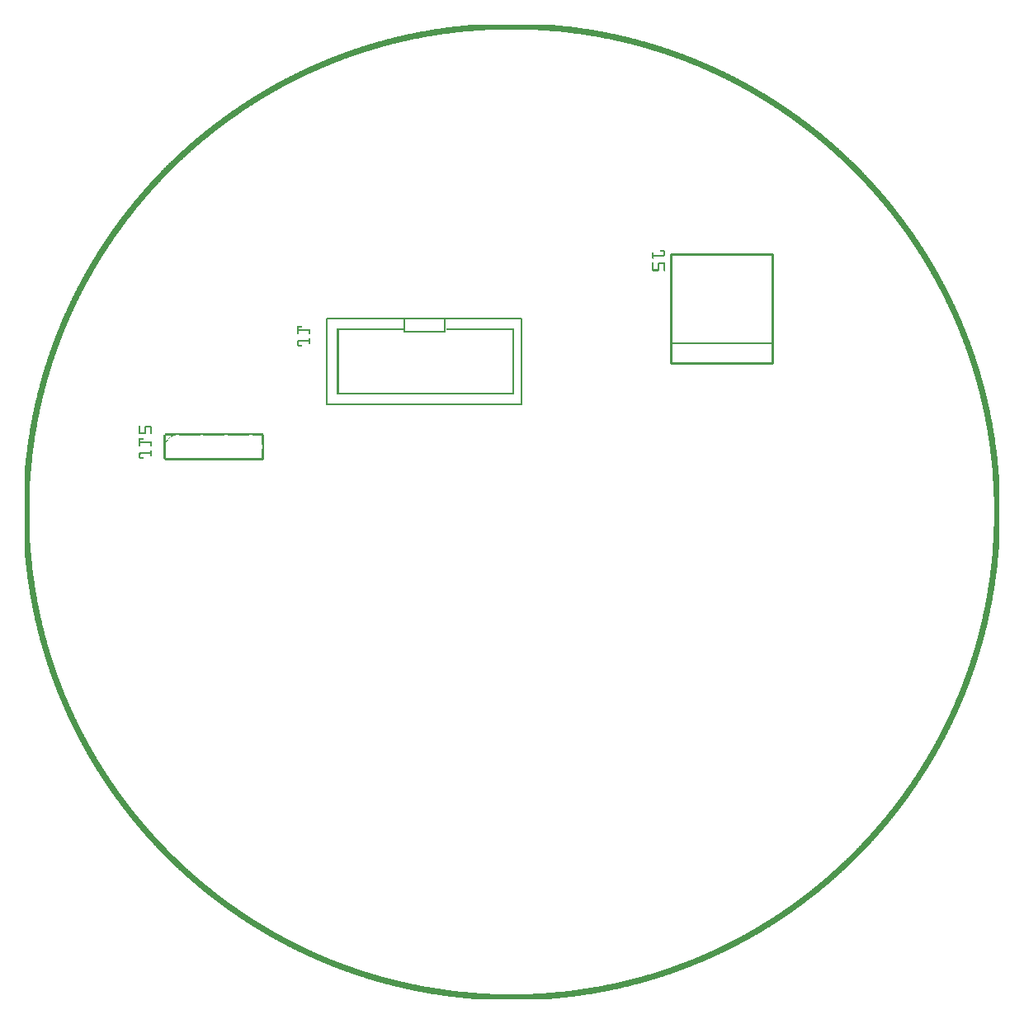
<source format=gbo>
G04 MADE WITH FRITZING*
G04 WWW.FRITZING.ORG*
G04 DOUBLE SIDED*
G04 HOLES PLATED*
G04 CONTOUR ON CENTER OF CONTOUR VECTOR*
%ASAXBY*%
%FSLAX23Y23*%
%MOIN*%
%OFA0B0*%
%SFA1.0B1.0*%
%ADD10C,3.907840X3.90384*%
%ADD11R,0.795200X0.354200X0.779200X0.338200*%
%ADD12C,0.008000*%
%ADD13R,0.173200X0.063000X0.157200X0.047000*%
%ADD14C,0.010000*%
%ADD15C,0.005000*%
%ADD16R,0.001000X0.001000*%
%LNSILK0*%
G90*
G70*
G54D10*
X1969Y1969D03*
G54D12*
X1223Y2750D02*
X2010Y2750D01*
X2010Y2403D01*
X1223Y2403D01*
X1223Y2750D01*
D02*
X1534Y2750D02*
X1699Y2750D01*
X1699Y2695D01*
X1534Y2695D01*
X1534Y2750D01*
D02*
G54D14*
X2612Y3011D02*
X3022Y3011D01*
D02*
X3022Y3011D02*
X3022Y2571D01*
D02*
X3022Y2571D02*
X2612Y2571D01*
D02*
X2612Y2571D02*
X2612Y3011D01*
G54D15*
D02*
X3022Y2651D02*
X2612Y2651D01*
G54D16*
X1818Y3937D02*
X2120Y3937D01*
X1806Y3936D02*
X2132Y3936D01*
X1793Y3935D02*
X2144Y3935D01*
X1783Y3934D02*
X2155Y3934D01*
X1772Y3933D02*
X2166Y3933D01*
X1763Y3932D02*
X2175Y3932D01*
X1753Y3931D02*
X2185Y3931D01*
X1744Y3930D02*
X2194Y3930D01*
X1736Y3929D02*
X2202Y3929D01*
X1728Y3928D02*
X2210Y3928D01*
X1719Y3927D02*
X2219Y3927D01*
X1712Y3926D02*
X2226Y3926D01*
X1704Y3925D02*
X2234Y3925D01*
X1697Y3924D02*
X2241Y3924D01*
X1690Y3923D02*
X2248Y3923D01*
X1683Y3922D02*
X2255Y3922D01*
X1676Y3921D02*
X2262Y3921D01*
X1669Y3920D02*
X2269Y3920D01*
X1663Y3919D02*
X2275Y3919D01*
X1657Y3918D02*
X2281Y3918D01*
X1650Y3917D02*
X1909Y3917D01*
X2029Y3917D02*
X2288Y3917D01*
X1644Y3916D02*
X1882Y3916D01*
X2056Y3916D02*
X2294Y3916D01*
X1638Y3915D02*
X1861Y3915D01*
X2077Y3915D02*
X2300Y3915D01*
X1633Y3914D02*
X1844Y3914D01*
X2094Y3914D02*
X2305Y3914D01*
X1627Y3913D02*
X1829Y3913D01*
X2109Y3913D02*
X2311Y3913D01*
X1621Y3912D02*
X1815Y3912D01*
X2123Y3912D02*
X2317Y3912D01*
X1616Y3911D02*
X1803Y3911D01*
X2135Y3911D02*
X2322Y3911D01*
X1610Y3910D02*
X1791Y3910D01*
X2147Y3910D02*
X2328Y3910D01*
X1605Y3909D02*
X1781Y3909D01*
X2157Y3909D02*
X2333Y3909D01*
X1599Y3908D02*
X1770Y3908D01*
X2168Y3908D02*
X2339Y3908D01*
X1594Y3907D02*
X1761Y3907D01*
X2177Y3907D02*
X2344Y3907D01*
X1589Y3906D02*
X1751Y3906D01*
X2187Y3906D02*
X2349Y3906D01*
X1584Y3905D02*
X1742Y3905D01*
X2196Y3905D02*
X2354Y3905D01*
X1579Y3904D02*
X1734Y3904D01*
X2204Y3904D02*
X2359Y3904D01*
X1574Y3903D02*
X1726Y3903D01*
X2212Y3903D02*
X2364Y3903D01*
X1569Y3902D02*
X1718Y3902D01*
X2220Y3902D02*
X2369Y3902D01*
X1564Y3901D02*
X1710Y3901D01*
X2228Y3901D02*
X2374Y3901D01*
X1560Y3900D02*
X1703Y3900D01*
X2235Y3900D02*
X2378Y3900D01*
X1555Y3899D02*
X1695Y3899D01*
X2243Y3899D02*
X2383Y3899D01*
X1550Y3898D02*
X1688Y3898D01*
X2250Y3898D02*
X2388Y3898D01*
X1546Y3897D02*
X1682Y3897D01*
X2256Y3897D02*
X2392Y3897D01*
X1541Y3896D02*
X1675Y3896D01*
X2263Y3896D02*
X2397Y3896D01*
X1537Y3895D02*
X1668Y3895D01*
X2270Y3895D02*
X2401Y3895D01*
X1532Y3894D02*
X1662Y3894D01*
X2276Y3894D02*
X2406Y3894D01*
X1528Y3893D02*
X1656Y3893D01*
X2282Y3893D02*
X2410Y3893D01*
X1523Y3892D02*
X1649Y3892D01*
X2289Y3892D02*
X2415Y3892D01*
X1519Y3891D02*
X1643Y3891D01*
X2295Y3891D02*
X2419Y3891D01*
X1515Y3890D02*
X1638Y3890D01*
X2300Y3890D02*
X2423Y3890D01*
X1511Y3889D02*
X1632Y3889D01*
X2306Y3889D02*
X2427Y3889D01*
X1507Y3888D02*
X1626Y3888D01*
X2312Y3888D02*
X2431Y3888D01*
X1502Y3887D02*
X1620Y3887D01*
X2318Y3887D02*
X2436Y3887D01*
X1498Y3886D02*
X1615Y3886D01*
X2323Y3886D02*
X2440Y3886D01*
X1494Y3885D02*
X1609Y3885D01*
X2329Y3885D02*
X2444Y3885D01*
X1490Y3884D02*
X1604Y3884D01*
X2334Y3884D02*
X2448Y3884D01*
X1486Y3883D02*
X1599Y3883D01*
X2339Y3883D02*
X2452Y3883D01*
X1482Y3882D02*
X1594Y3882D01*
X2344Y3882D02*
X2456Y3882D01*
X1478Y3881D02*
X1589Y3881D01*
X2349Y3881D02*
X2460Y3881D01*
X1474Y3880D02*
X1583Y3880D01*
X2355Y3880D02*
X2464Y3880D01*
X1471Y3879D02*
X1578Y3879D01*
X2360Y3879D02*
X2467Y3879D01*
X1467Y3878D02*
X1573Y3878D01*
X2365Y3878D02*
X2471Y3878D01*
X1463Y3877D02*
X1569Y3877D01*
X2369Y3877D02*
X2475Y3877D01*
X1459Y3876D02*
X1564Y3876D01*
X2374Y3876D02*
X2479Y3876D01*
X1456Y3875D02*
X1559Y3875D01*
X2379Y3875D02*
X2482Y3875D01*
X1452Y3874D02*
X1555Y3874D01*
X2383Y3874D02*
X2486Y3874D01*
X1448Y3873D02*
X1550Y3873D01*
X2388Y3873D02*
X2490Y3873D01*
X1445Y3872D02*
X1545Y3872D01*
X2393Y3872D02*
X2493Y3872D01*
X1441Y3871D02*
X1541Y3871D01*
X2397Y3871D02*
X2497Y3871D01*
X1437Y3870D02*
X1537Y3870D01*
X2401Y3870D02*
X2501Y3870D01*
X1434Y3869D02*
X1532Y3869D01*
X2406Y3869D02*
X2504Y3869D01*
X1430Y3868D02*
X1528Y3868D01*
X2410Y3868D02*
X2508Y3868D01*
X1427Y3867D02*
X1523Y3867D01*
X2415Y3867D02*
X2511Y3867D01*
X1423Y3866D02*
X1519Y3866D01*
X2419Y3866D02*
X2515Y3866D01*
X1420Y3865D02*
X1515Y3865D01*
X2423Y3865D02*
X2518Y3865D01*
X1416Y3864D02*
X1511Y3864D01*
X2427Y3864D02*
X2522Y3864D01*
X1413Y3863D02*
X1507Y3863D01*
X2431Y3863D02*
X2525Y3863D01*
X1410Y3862D02*
X1502Y3862D01*
X2436Y3862D02*
X2528Y3862D01*
X1406Y3861D02*
X1498Y3861D01*
X2440Y3861D02*
X2532Y3861D01*
X1403Y3860D02*
X1494Y3860D01*
X2444Y3860D02*
X2535Y3860D01*
X1400Y3859D02*
X1490Y3859D01*
X2448Y3859D02*
X2538Y3859D01*
X1396Y3858D02*
X1486Y3858D01*
X2452Y3858D02*
X2542Y3858D01*
X1393Y3857D02*
X1482Y3857D01*
X2456Y3857D02*
X2545Y3857D01*
X1390Y3856D02*
X1479Y3856D01*
X2459Y3856D02*
X2548Y3856D01*
X1386Y3855D02*
X1475Y3855D01*
X2463Y3855D02*
X2552Y3855D01*
X1383Y3854D02*
X1471Y3854D01*
X2467Y3854D02*
X2555Y3854D01*
X1380Y3853D02*
X1467Y3853D01*
X2471Y3853D02*
X2558Y3853D01*
X1377Y3852D02*
X1463Y3852D01*
X2475Y3852D02*
X2561Y3852D01*
X1374Y3851D02*
X1460Y3851D01*
X2478Y3851D02*
X2564Y3851D01*
X1371Y3850D02*
X1456Y3850D01*
X2482Y3850D02*
X2567Y3850D01*
X1367Y3849D02*
X1452Y3849D01*
X2486Y3849D02*
X2571Y3849D01*
X1364Y3848D02*
X1449Y3848D01*
X2489Y3848D02*
X2574Y3848D01*
X1361Y3847D02*
X1445Y3847D01*
X2493Y3847D02*
X2577Y3847D01*
X1358Y3846D02*
X1441Y3846D01*
X2497Y3846D02*
X2580Y3846D01*
X1355Y3845D02*
X1438Y3845D01*
X2500Y3845D02*
X2583Y3845D01*
X1352Y3844D02*
X1434Y3844D01*
X2504Y3844D02*
X2586Y3844D01*
X1349Y3843D02*
X1431Y3843D01*
X2507Y3843D02*
X2589Y3843D01*
X1346Y3842D02*
X1427Y3842D01*
X2511Y3842D02*
X2592Y3842D01*
X1343Y3841D02*
X1424Y3841D01*
X2514Y3841D02*
X2595Y3841D01*
X1340Y3840D02*
X1421Y3840D01*
X2517Y3840D02*
X2598Y3840D01*
X1337Y3839D02*
X1417Y3839D01*
X2521Y3839D02*
X2601Y3839D01*
X1334Y3838D02*
X1414Y3838D01*
X2524Y3838D02*
X2604Y3838D01*
X1331Y3837D02*
X1410Y3837D01*
X2528Y3837D02*
X2607Y3837D01*
X1328Y3836D02*
X1407Y3836D01*
X2531Y3836D02*
X2610Y3836D01*
X1325Y3835D02*
X1404Y3835D01*
X2534Y3835D02*
X2613Y3835D01*
X1322Y3834D02*
X1400Y3834D01*
X2538Y3834D02*
X2616Y3834D01*
X1320Y3833D02*
X1397Y3833D01*
X2541Y3833D02*
X2618Y3833D01*
X1317Y3832D02*
X1394Y3832D01*
X2544Y3832D02*
X2621Y3832D01*
X1314Y3831D02*
X1391Y3831D01*
X2547Y3831D02*
X2624Y3831D01*
X1311Y3830D02*
X1387Y3830D01*
X2551Y3830D02*
X2627Y3830D01*
X1308Y3829D02*
X1384Y3829D01*
X2554Y3829D02*
X2630Y3829D01*
X1305Y3828D02*
X1381Y3828D01*
X2557Y3828D02*
X2633Y3828D01*
X1303Y3827D02*
X1378Y3827D01*
X2560Y3827D02*
X2635Y3827D01*
X1300Y3826D02*
X1375Y3826D01*
X2563Y3826D02*
X2638Y3826D01*
X1297Y3825D02*
X1372Y3825D01*
X2566Y3825D02*
X2641Y3825D01*
X1294Y3824D02*
X1368Y3824D01*
X2570Y3824D02*
X2644Y3824D01*
X1291Y3823D02*
X1365Y3823D01*
X2573Y3823D02*
X2647Y3823D01*
X1289Y3822D02*
X1362Y3822D01*
X2576Y3822D02*
X2649Y3822D01*
X1286Y3821D02*
X1359Y3821D01*
X2579Y3821D02*
X2652Y3821D01*
X1283Y3820D02*
X1356Y3820D01*
X2582Y3820D02*
X2655Y3820D01*
X1281Y3819D02*
X1353Y3819D01*
X2585Y3819D02*
X2657Y3819D01*
X1278Y3818D02*
X1350Y3818D01*
X2588Y3818D02*
X2660Y3818D01*
X1275Y3817D02*
X1347Y3817D01*
X2591Y3817D02*
X2663Y3817D01*
X1273Y3816D02*
X1344Y3816D01*
X2594Y3816D02*
X2665Y3816D01*
X1270Y3815D02*
X1341Y3815D01*
X2597Y3815D02*
X2668Y3815D01*
X1267Y3814D02*
X1338Y3814D01*
X2600Y3814D02*
X2671Y3814D01*
X1265Y3813D02*
X1335Y3813D01*
X2603Y3813D02*
X2673Y3813D01*
X1262Y3812D02*
X1333Y3812D01*
X2605Y3812D02*
X2676Y3812D01*
X1260Y3811D02*
X1330Y3811D01*
X2608Y3811D02*
X2678Y3811D01*
X1257Y3810D02*
X1327Y3810D01*
X2611Y3810D02*
X2681Y3810D01*
X1254Y3809D02*
X1324Y3809D01*
X2614Y3809D02*
X2684Y3809D01*
X1252Y3808D02*
X1321Y3808D01*
X2617Y3808D02*
X2686Y3808D01*
X1249Y3807D02*
X1318Y3807D01*
X2620Y3807D02*
X2689Y3807D01*
X1247Y3806D02*
X1315Y3806D01*
X2623Y3806D02*
X2691Y3806D01*
X1244Y3805D02*
X1313Y3805D01*
X2625Y3805D02*
X2694Y3805D01*
X1242Y3804D02*
X1310Y3804D01*
X2628Y3804D02*
X2696Y3804D01*
X1239Y3803D02*
X1307Y3803D01*
X2631Y3803D02*
X2699Y3803D01*
X1237Y3802D02*
X1304Y3802D01*
X2634Y3802D02*
X2701Y3802D01*
X1234Y3801D02*
X1301Y3801D01*
X2637Y3801D02*
X2704Y3801D01*
X1232Y3800D02*
X1299Y3800D01*
X2639Y3800D02*
X2706Y3800D01*
X1229Y3799D02*
X1296Y3799D01*
X2642Y3799D02*
X2709Y3799D01*
X1227Y3798D02*
X1293Y3798D01*
X2645Y3798D02*
X2711Y3798D01*
X1224Y3797D02*
X1291Y3797D01*
X2647Y3797D02*
X2714Y3797D01*
X1222Y3796D02*
X1288Y3796D01*
X2650Y3796D02*
X2716Y3796D01*
X1219Y3795D02*
X1285Y3795D01*
X2653Y3795D02*
X2719Y3795D01*
X1217Y3794D02*
X1283Y3794D01*
X2655Y3794D02*
X2721Y3794D01*
X1215Y3793D02*
X1280Y3793D01*
X2658Y3793D02*
X2723Y3793D01*
X1212Y3792D02*
X1277Y3792D01*
X2661Y3792D02*
X2726Y3792D01*
X1210Y3791D02*
X1275Y3791D01*
X2663Y3791D02*
X2728Y3791D01*
X1207Y3790D02*
X1272Y3790D01*
X2666Y3790D02*
X2731Y3790D01*
X1205Y3789D02*
X1269Y3789D01*
X2669Y3789D02*
X2733Y3789D01*
X1203Y3788D02*
X1267Y3788D01*
X2671Y3788D02*
X2735Y3788D01*
X1200Y3787D02*
X1264Y3787D01*
X2674Y3787D02*
X2738Y3787D01*
X1198Y3786D02*
X1262Y3786D01*
X2676Y3786D02*
X2740Y3786D01*
X1196Y3785D02*
X1259Y3785D01*
X2679Y3785D02*
X2742Y3785D01*
X1193Y3784D02*
X1256Y3784D01*
X2681Y3784D02*
X2745Y3784D01*
X1191Y3783D02*
X1254Y3783D01*
X2684Y3783D02*
X2747Y3783D01*
X1189Y3782D02*
X1251Y3782D01*
X2687Y3782D02*
X2749Y3782D01*
X1186Y3781D02*
X1249Y3781D01*
X2689Y3781D02*
X2752Y3781D01*
X1184Y3780D02*
X1246Y3780D01*
X2692Y3780D02*
X2754Y3780D01*
X1182Y3779D02*
X1244Y3779D01*
X2694Y3779D02*
X2756Y3779D01*
X1179Y3778D02*
X1241Y3778D01*
X2697Y3778D02*
X2759Y3778D01*
X1177Y3777D02*
X1239Y3777D01*
X2699Y3777D02*
X2761Y3777D01*
X1175Y3776D02*
X1236Y3776D01*
X2702Y3776D02*
X2763Y3776D01*
X1173Y3775D02*
X1234Y3775D01*
X2704Y3775D02*
X2765Y3775D01*
X1170Y3774D02*
X1231Y3774D01*
X2707Y3774D02*
X2768Y3774D01*
X1168Y3773D02*
X1229Y3773D01*
X2709Y3773D02*
X2770Y3773D01*
X1166Y3772D02*
X1227Y3772D01*
X2711Y3772D02*
X2772Y3772D01*
X1164Y3771D02*
X1224Y3771D01*
X2714Y3771D02*
X2774Y3771D01*
X1161Y3770D02*
X1222Y3770D01*
X2716Y3770D02*
X2777Y3770D01*
X1159Y3769D02*
X1219Y3769D01*
X2719Y3769D02*
X2779Y3769D01*
X1157Y3768D02*
X1217Y3768D01*
X2721Y3768D02*
X2781Y3768D01*
X1155Y3767D02*
X1215Y3767D01*
X2723Y3767D02*
X2783Y3767D01*
X1152Y3766D02*
X1212Y3766D01*
X2726Y3766D02*
X2785Y3766D01*
X1150Y3765D02*
X1210Y3765D01*
X2728Y3765D02*
X2788Y3765D01*
X1148Y3764D02*
X1208Y3764D01*
X2730Y3764D02*
X2790Y3764D01*
X1146Y3763D02*
X1205Y3763D01*
X2733Y3763D02*
X2792Y3763D01*
X1144Y3762D02*
X1203Y3762D01*
X2735Y3762D02*
X2794Y3762D01*
X1142Y3761D02*
X1201Y3761D01*
X2737Y3761D02*
X2796Y3761D01*
X1139Y3760D02*
X1198Y3760D01*
X2740Y3760D02*
X2799Y3760D01*
X1137Y3759D02*
X1196Y3759D01*
X2742Y3759D02*
X2801Y3759D01*
X1135Y3758D02*
X1194Y3758D01*
X2744Y3758D02*
X2803Y3758D01*
X1133Y3757D02*
X1191Y3757D01*
X2747Y3757D02*
X2805Y3757D01*
X1131Y3756D02*
X1189Y3756D01*
X2749Y3756D02*
X2807Y3756D01*
X1129Y3755D02*
X1187Y3755D01*
X2751Y3755D02*
X2809Y3755D01*
X1127Y3754D02*
X1184Y3754D01*
X2754Y3754D02*
X2811Y3754D01*
X1125Y3753D02*
X1182Y3753D01*
X2756Y3753D02*
X2813Y3753D01*
X1122Y3752D02*
X1180Y3752D01*
X2758Y3752D02*
X2816Y3752D01*
X1120Y3751D02*
X1178Y3751D01*
X2760Y3751D02*
X2818Y3751D01*
X1118Y3750D02*
X1175Y3750D01*
X2763Y3750D02*
X2820Y3750D01*
X1116Y3749D02*
X1173Y3749D01*
X2765Y3749D02*
X2822Y3749D01*
X1114Y3748D02*
X1171Y3748D01*
X2767Y3748D02*
X2824Y3748D01*
X1112Y3747D02*
X1169Y3747D01*
X2769Y3747D02*
X2826Y3747D01*
X1110Y3746D02*
X1166Y3746D01*
X2772Y3746D02*
X2828Y3746D01*
X1108Y3745D02*
X1164Y3745D01*
X2774Y3745D02*
X2830Y3745D01*
X1106Y3744D02*
X1162Y3744D01*
X2776Y3744D02*
X2832Y3744D01*
X1104Y3743D02*
X1160Y3743D01*
X2778Y3743D02*
X2834Y3743D01*
X1102Y3742D02*
X1158Y3742D01*
X2780Y3742D02*
X2836Y3742D01*
X1100Y3741D02*
X1156Y3741D01*
X2782Y3741D02*
X2838Y3741D01*
X1098Y3740D02*
X1153Y3740D01*
X2785Y3740D02*
X2840Y3740D01*
X1096Y3739D02*
X1151Y3739D01*
X2787Y3739D02*
X2842Y3739D01*
X1094Y3738D02*
X1149Y3738D01*
X2789Y3738D02*
X2844Y3738D01*
X1092Y3737D02*
X1147Y3737D01*
X2791Y3737D02*
X2846Y3737D01*
X1090Y3736D02*
X1145Y3736D01*
X2793Y3736D02*
X2848Y3736D01*
X1088Y3735D02*
X1143Y3735D01*
X2795Y3735D02*
X2850Y3735D01*
X1086Y3734D02*
X1140Y3734D01*
X2798Y3734D02*
X2852Y3734D01*
X1084Y3733D02*
X1138Y3733D01*
X2800Y3733D02*
X2854Y3733D01*
X1082Y3732D02*
X1136Y3732D01*
X2802Y3732D02*
X2856Y3732D01*
X1080Y3731D02*
X1134Y3731D01*
X2804Y3731D02*
X2858Y3731D01*
X1078Y3730D02*
X1132Y3730D01*
X2806Y3730D02*
X2860Y3730D01*
X1076Y3729D02*
X1130Y3729D01*
X2808Y3729D02*
X2862Y3729D01*
X1074Y3728D02*
X1128Y3728D01*
X2810Y3728D02*
X2864Y3728D01*
X1072Y3727D02*
X1126Y3727D01*
X2812Y3727D02*
X2866Y3727D01*
X1070Y3726D02*
X1124Y3726D01*
X2814Y3726D02*
X2868Y3726D01*
X1068Y3725D02*
X1122Y3725D01*
X2816Y3725D02*
X2870Y3725D01*
X1066Y3724D02*
X1119Y3724D01*
X2819Y3724D02*
X2872Y3724D01*
X1064Y3723D02*
X1117Y3723D01*
X2821Y3723D02*
X2874Y3723D01*
X1062Y3722D02*
X1115Y3722D01*
X2823Y3722D02*
X2876Y3722D01*
X1060Y3721D02*
X1113Y3721D01*
X2825Y3721D02*
X2878Y3721D01*
X1058Y3720D02*
X1111Y3720D01*
X2827Y3720D02*
X2880Y3720D01*
X1056Y3719D02*
X1109Y3719D01*
X2829Y3719D02*
X2882Y3719D01*
X1054Y3718D02*
X1107Y3718D01*
X2831Y3718D02*
X2884Y3718D01*
X1052Y3717D02*
X1105Y3717D01*
X2833Y3717D02*
X2886Y3717D01*
X1051Y3716D02*
X1103Y3716D01*
X2835Y3716D02*
X2887Y3716D01*
X1049Y3715D02*
X1101Y3715D01*
X2837Y3715D02*
X2889Y3715D01*
X1047Y3714D02*
X1099Y3714D01*
X2839Y3714D02*
X2891Y3714D01*
X1045Y3713D02*
X1097Y3713D01*
X2841Y3713D02*
X2893Y3713D01*
X1043Y3712D02*
X1095Y3712D01*
X2843Y3712D02*
X2895Y3712D01*
X1041Y3711D02*
X1093Y3711D01*
X2845Y3711D02*
X2897Y3711D01*
X1039Y3710D02*
X1091Y3710D01*
X2847Y3710D02*
X2899Y3710D01*
X1037Y3709D02*
X1089Y3709D01*
X2849Y3709D02*
X2901Y3709D01*
X1036Y3708D02*
X1087Y3708D01*
X2851Y3708D02*
X2902Y3708D01*
X1034Y3707D02*
X1085Y3707D01*
X2853Y3707D02*
X2904Y3707D01*
X1032Y3706D02*
X1083Y3706D01*
X2855Y3706D02*
X2906Y3706D01*
X1030Y3705D02*
X1081Y3705D01*
X2857Y3705D02*
X2908Y3705D01*
X1028Y3704D02*
X1079Y3704D01*
X2859Y3704D02*
X2910Y3704D01*
X1026Y3703D02*
X1077Y3703D01*
X2861Y3703D02*
X2912Y3703D01*
X1024Y3702D02*
X1076Y3702D01*
X2862Y3702D02*
X2914Y3702D01*
X1023Y3701D02*
X1074Y3701D01*
X2864Y3701D02*
X2915Y3701D01*
X1021Y3700D02*
X1072Y3700D01*
X2866Y3700D02*
X2917Y3700D01*
X1019Y3699D02*
X1070Y3699D01*
X2868Y3699D02*
X2919Y3699D01*
X1017Y3698D02*
X1068Y3698D01*
X2870Y3698D02*
X2921Y3698D01*
X1015Y3697D02*
X1066Y3697D01*
X2872Y3697D02*
X2923Y3697D01*
X1014Y3696D02*
X1064Y3696D01*
X2874Y3696D02*
X2924Y3696D01*
X1012Y3695D02*
X1062Y3695D01*
X2876Y3695D02*
X2926Y3695D01*
X1010Y3694D02*
X1060Y3694D01*
X2878Y3694D02*
X2928Y3694D01*
X1008Y3693D02*
X1058Y3693D01*
X2880Y3693D02*
X2930Y3693D01*
X1006Y3692D02*
X1056Y3692D01*
X2882Y3692D02*
X2932Y3692D01*
X1005Y3691D02*
X1055Y3691D01*
X2883Y3691D02*
X2933Y3691D01*
X1003Y3690D02*
X1053Y3690D01*
X2885Y3690D02*
X2935Y3690D01*
X1001Y3689D02*
X1051Y3689D01*
X2887Y3689D02*
X2937Y3689D01*
X999Y3688D02*
X1049Y3688D01*
X2889Y3688D02*
X2939Y3688D01*
X998Y3687D02*
X1047Y3687D01*
X2891Y3687D02*
X2940Y3687D01*
X996Y3686D02*
X1045Y3686D01*
X2893Y3686D02*
X2942Y3686D01*
X994Y3685D02*
X1043Y3685D01*
X2895Y3685D02*
X2944Y3685D01*
X992Y3684D02*
X1042Y3684D01*
X2896Y3684D02*
X2946Y3684D01*
X990Y3683D02*
X1040Y3683D01*
X2898Y3683D02*
X2948Y3683D01*
X989Y3682D02*
X1038Y3682D01*
X2900Y3682D02*
X2949Y3682D01*
X987Y3681D02*
X1036Y3681D01*
X2902Y3681D02*
X2951Y3681D01*
X985Y3680D02*
X1034Y3680D01*
X2904Y3680D02*
X2953Y3680D01*
X983Y3679D02*
X1032Y3679D01*
X2906Y3679D02*
X2954Y3679D01*
X982Y3678D02*
X1031Y3678D01*
X2907Y3678D02*
X2956Y3678D01*
X980Y3677D02*
X1029Y3677D01*
X2909Y3677D02*
X2958Y3677D01*
X978Y3676D02*
X1027Y3676D01*
X2911Y3676D02*
X2960Y3676D01*
X977Y3675D02*
X1025Y3675D01*
X2913Y3675D02*
X2961Y3675D01*
X975Y3674D02*
X1023Y3674D01*
X2915Y3674D02*
X2963Y3674D01*
X973Y3673D02*
X1021Y3673D01*
X2916Y3673D02*
X2965Y3673D01*
X972Y3672D02*
X1020Y3672D01*
X2918Y3672D02*
X2966Y3672D01*
X970Y3671D02*
X1018Y3671D01*
X2920Y3671D02*
X2968Y3671D01*
X968Y3670D02*
X1016Y3670D01*
X2922Y3670D02*
X2970Y3670D01*
X966Y3669D02*
X1014Y3669D01*
X2924Y3669D02*
X2972Y3669D01*
X965Y3668D02*
X1013Y3668D01*
X2925Y3668D02*
X2973Y3668D01*
X963Y3667D02*
X1011Y3667D01*
X2927Y3667D02*
X2975Y3667D01*
X961Y3666D02*
X1009Y3666D01*
X2929Y3666D02*
X2977Y3666D01*
X960Y3665D02*
X1007Y3665D01*
X2931Y3665D02*
X2978Y3665D01*
X958Y3664D02*
X1006Y3664D01*
X2932Y3664D02*
X2980Y3664D01*
X956Y3663D02*
X1004Y3663D01*
X2934Y3663D02*
X2982Y3663D01*
X955Y3662D02*
X1002Y3662D01*
X2936Y3662D02*
X2983Y3662D01*
X953Y3661D02*
X1000Y3661D01*
X2938Y3661D02*
X2985Y3661D01*
X951Y3660D02*
X999Y3660D01*
X2939Y3660D02*
X2987Y3660D01*
X950Y3659D02*
X997Y3659D01*
X2941Y3659D02*
X2988Y3659D01*
X948Y3658D02*
X995Y3658D01*
X2943Y3658D02*
X2990Y3658D01*
X946Y3657D02*
X993Y3657D01*
X2945Y3657D02*
X2992Y3657D01*
X945Y3656D02*
X992Y3656D01*
X2946Y3656D02*
X2993Y3656D01*
X943Y3655D02*
X990Y3655D01*
X2948Y3655D02*
X2995Y3655D01*
X941Y3654D02*
X988Y3654D01*
X2950Y3654D02*
X2997Y3654D01*
X940Y3653D02*
X987Y3653D01*
X2951Y3653D02*
X2998Y3653D01*
X938Y3652D02*
X985Y3652D01*
X2953Y3652D02*
X3000Y3652D01*
X937Y3651D02*
X983Y3651D01*
X2955Y3651D02*
X3001Y3651D01*
X935Y3650D02*
X981Y3650D01*
X2957Y3650D02*
X3003Y3650D01*
X933Y3649D02*
X980Y3649D01*
X2958Y3649D02*
X3005Y3649D01*
X932Y3648D02*
X978Y3648D01*
X2960Y3648D02*
X3006Y3648D01*
X930Y3647D02*
X976Y3647D01*
X2962Y3647D02*
X3008Y3647D01*
X928Y3646D02*
X975Y3646D01*
X2963Y3646D02*
X3010Y3646D01*
X927Y3645D02*
X973Y3645D01*
X2965Y3645D02*
X3011Y3645D01*
X925Y3644D02*
X971Y3644D01*
X2967Y3644D02*
X3013Y3644D01*
X924Y3643D02*
X970Y3643D01*
X2968Y3643D02*
X3014Y3643D01*
X922Y3642D02*
X968Y3642D01*
X2970Y3642D02*
X3016Y3642D01*
X920Y3641D02*
X966Y3641D01*
X2972Y3641D02*
X3018Y3641D01*
X919Y3640D02*
X965Y3640D01*
X2973Y3640D02*
X3019Y3640D01*
X917Y3639D02*
X963Y3639D01*
X2975Y3639D02*
X3021Y3639D01*
X916Y3638D02*
X961Y3638D01*
X2977Y3638D02*
X3022Y3638D01*
X914Y3637D02*
X960Y3637D01*
X2978Y3637D02*
X3024Y3637D01*
X913Y3636D02*
X958Y3636D01*
X2980Y3636D02*
X3025Y3636D01*
X911Y3635D02*
X956Y3635D01*
X2982Y3635D02*
X3027Y3635D01*
X909Y3634D02*
X955Y3634D01*
X2983Y3634D02*
X3029Y3634D01*
X908Y3633D02*
X953Y3633D01*
X2985Y3633D02*
X3030Y3633D01*
X906Y3632D02*
X951Y3632D01*
X2987Y3632D02*
X3032Y3632D01*
X905Y3631D02*
X950Y3631D01*
X2988Y3631D02*
X3033Y3631D01*
X903Y3630D02*
X948Y3630D01*
X2990Y3630D02*
X3035Y3630D01*
X902Y3629D02*
X947Y3629D01*
X2991Y3629D02*
X3036Y3629D01*
X900Y3628D02*
X945Y3628D01*
X2993Y3628D02*
X3038Y3628D01*
X898Y3627D02*
X943Y3627D01*
X2995Y3627D02*
X3039Y3627D01*
X897Y3626D02*
X942Y3626D01*
X2996Y3626D02*
X3041Y3626D01*
X895Y3625D02*
X940Y3625D01*
X2998Y3625D02*
X3043Y3625D01*
X894Y3624D02*
X938Y3624D01*
X2999Y3624D02*
X3044Y3624D01*
X892Y3623D02*
X937Y3623D01*
X3001Y3623D02*
X3046Y3623D01*
X891Y3622D02*
X935Y3622D01*
X3003Y3622D02*
X3047Y3622D01*
X889Y3621D02*
X934Y3621D01*
X3004Y3621D02*
X3049Y3621D01*
X888Y3620D02*
X932Y3620D01*
X3006Y3620D02*
X3050Y3620D01*
X886Y3619D02*
X931Y3619D01*
X3007Y3619D02*
X3052Y3619D01*
X885Y3618D02*
X929Y3618D01*
X3009Y3618D02*
X3053Y3618D01*
X883Y3617D02*
X927Y3617D01*
X3011Y3617D02*
X3055Y3617D01*
X882Y3616D02*
X926Y3616D01*
X3012Y3616D02*
X3056Y3616D01*
X880Y3615D02*
X924Y3615D01*
X3014Y3615D02*
X3058Y3615D01*
X879Y3614D02*
X923Y3614D01*
X3015Y3614D02*
X3059Y3614D01*
X877Y3613D02*
X921Y3613D01*
X3017Y3613D02*
X3061Y3613D01*
X876Y3612D02*
X920Y3612D01*
X3018Y3612D02*
X3062Y3612D01*
X874Y3611D02*
X918Y3611D01*
X3020Y3611D02*
X3064Y3611D01*
X873Y3610D02*
X916Y3610D01*
X3022Y3610D02*
X3065Y3610D01*
X871Y3609D02*
X915Y3609D01*
X3023Y3609D02*
X3067Y3609D01*
X870Y3608D02*
X913Y3608D01*
X3025Y3608D02*
X3068Y3608D01*
X868Y3607D02*
X912Y3607D01*
X3026Y3607D02*
X3070Y3607D01*
X867Y3606D02*
X910Y3606D01*
X3028Y3606D02*
X3071Y3606D01*
X865Y3605D02*
X909Y3605D01*
X3029Y3605D02*
X3073Y3605D01*
X864Y3604D02*
X907Y3604D01*
X3031Y3604D02*
X3074Y3604D01*
X862Y3603D02*
X906Y3603D01*
X3032Y3603D02*
X3076Y3603D01*
X861Y3602D02*
X904Y3602D01*
X3034Y3602D02*
X3077Y3602D01*
X859Y3601D02*
X903Y3601D01*
X3035Y3601D02*
X3079Y3601D01*
X858Y3600D02*
X901Y3600D01*
X3037Y3600D02*
X3080Y3600D01*
X856Y3599D02*
X899Y3599D01*
X3039Y3599D02*
X3082Y3599D01*
X855Y3598D02*
X898Y3598D01*
X3040Y3598D02*
X3083Y3598D01*
X853Y3597D02*
X896Y3597D01*
X3042Y3597D02*
X3085Y3597D01*
X852Y3596D02*
X895Y3596D01*
X3043Y3596D02*
X3086Y3596D01*
X851Y3595D02*
X893Y3595D01*
X3045Y3595D02*
X3087Y3595D01*
X849Y3594D02*
X892Y3594D01*
X3046Y3594D02*
X3089Y3594D01*
X848Y3593D02*
X890Y3593D01*
X3048Y3593D02*
X3090Y3593D01*
X846Y3592D02*
X889Y3592D01*
X3049Y3592D02*
X3092Y3592D01*
X845Y3591D02*
X887Y3591D01*
X3051Y3591D02*
X3093Y3591D01*
X843Y3590D02*
X886Y3590D01*
X3052Y3590D02*
X3095Y3590D01*
X842Y3589D02*
X884Y3589D01*
X3054Y3589D02*
X3096Y3589D01*
X840Y3588D02*
X883Y3588D01*
X3055Y3588D02*
X3098Y3588D01*
X839Y3587D02*
X881Y3587D01*
X3057Y3587D02*
X3099Y3587D01*
X838Y3586D02*
X880Y3586D01*
X3058Y3586D02*
X3100Y3586D01*
X836Y3585D02*
X878Y3585D01*
X3059Y3585D02*
X3102Y3585D01*
X835Y3584D02*
X877Y3584D01*
X3061Y3584D02*
X3103Y3584D01*
X833Y3583D02*
X876Y3583D01*
X3062Y3583D02*
X3105Y3583D01*
X832Y3582D02*
X874Y3582D01*
X3064Y3582D02*
X3106Y3582D01*
X830Y3581D02*
X873Y3581D01*
X3065Y3581D02*
X3108Y3581D01*
X829Y3580D02*
X871Y3580D01*
X3067Y3580D02*
X3109Y3580D01*
X828Y3579D02*
X870Y3579D01*
X3068Y3579D02*
X3110Y3579D01*
X826Y3578D02*
X868Y3578D01*
X3070Y3578D02*
X3112Y3578D01*
X825Y3577D02*
X867Y3577D01*
X3071Y3577D02*
X3113Y3577D01*
X823Y3576D02*
X865Y3576D01*
X3073Y3576D02*
X3115Y3576D01*
X822Y3575D02*
X864Y3575D01*
X3074Y3575D02*
X3116Y3575D01*
X821Y3574D02*
X862Y3574D01*
X3076Y3574D02*
X3117Y3574D01*
X819Y3573D02*
X861Y3573D01*
X3077Y3573D02*
X3119Y3573D01*
X818Y3572D02*
X860Y3572D01*
X3078Y3572D02*
X3120Y3572D01*
X816Y3571D02*
X858Y3571D01*
X3080Y3571D02*
X3122Y3571D01*
X815Y3570D02*
X857Y3570D01*
X3081Y3570D02*
X3123Y3570D01*
X814Y3569D02*
X855Y3569D01*
X3083Y3569D02*
X3124Y3569D01*
X812Y3568D02*
X854Y3568D01*
X3084Y3568D02*
X3126Y3568D01*
X811Y3567D02*
X852Y3567D01*
X3086Y3567D02*
X3127Y3567D01*
X810Y3566D02*
X851Y3566D01*
X3087Y3566D02*
X3128Y3566D01*
X808Y3565D02*
X850Y3565D01*
X3088Y3565D02*
X3130Y3565D01*
X807Y3564D02*
X848Y3564D01*
X3090Y3564D02*
X3131Y3564D01*
X805Y3563D02*
X847Y3563D01*
X3091Y3563D02*
X3133Y3563D01*
X804Y3562D02*
X845Y3562D01*
X3093Y3562D02*
X3134Y3562D01*
X803Y3561D02*
X844Y3561D01*
X3094Y3561D02*
X3135Y3561D01*
X801Y3560D02*
X842Y3560D01*
X3096Y3560D02*
X3137Y3560D01*
X800Y3559D02*
X841Y3559D01*
X3097Y3559D02*
X3138Y3559D01*
X799Y3558D02*
X840Y3558D01*
X3098Y3558D02*
X3139Y3558D01*
X797Y3557D02*
X838Y3557D01*
X3100Y3557D02*
X3141Y3557D01*
X796Y3556D02*
X837Y3556D01*
X3101Y3556D02*
X3142Y3556D01*
X795Y3555D02*
X835Y3555D01*
X3103Y3555D02*
X3143Y3555D01*
X793Y3554D02*
X834Y3554D01*
X3104Y3554D02*
X3145Y3554D01*
X792Y3553D02*
X833Y3553D01*
X3105Y3553D02*
X3146Y3553D01*
X791Y3552D02*
X831Y3552D01*
X3107Y3552D02*
X3147Y3552D01*
X789Y3551D02*
X830Y3551D01*
X3108Y3551D02*
X3149Y3551D01*
X788Y3550D02*
X829Y3550D01*
X3109Y3550D02*
X3150Y3550D01*
X787Y3549D02*
X827Y3549D01*
X3111Y3549D02*
X3151Y3549D01*
X785Y3548D02*
X826Y3548D01*
X3112Y3548D02*
X3153Y3548D01*
X784Y3547D02*
X824Y3547D01*
X3114Y3547D02*
X3154Y3547D01*
X783Y3546D02*
X823Y3546D01*
X3115Y3546D02*
X3155Y3546D01*
X781Y3545D02*
X822Y3545D01*
X3116Y3545D02*
X3157Y3545D01*
X780Y3544D02*
X820Y3544D01*
X3118Y3544D02*
X3158Y3544D01*
X779Y3543D02*
X819Y3543D01*
X3119Y3543D02*
X3159Y3543D01*
X777Y3542D02*
X818Y3542D01*
X3120Y3542D02*
X3161Y3542D01*
X776Y3541D02*
X816Y3541D01*
X3122Y3541D02*
X3162Y3541D01*
X775Y3540D02*
X815Y3540D01*
X3123Y3540D02*
X3163Y3540D01*
X773Y3539D02*
X813Y3539D01*
X3125Y3539D02*
X3165Y3539D01*
X772Y3538D02*
X812Y3538D01*
X3126Y3538D02*
X3166Y3538D01*
X771Y3537D02*
X811Y3537D01*
X3127Y3537D02*
X3167Y3537D01*
X769Y3536D02*
X809Y3536D01*
X3129Y3536D02*
X3169Y3536D01*
X768Y3535D02*
X808Y3535D01*
X3130Y3535D02*
X3170Y3535D01*
X767Y3534D02*
X807Y3534D01*
X3131Y3534D02*
X3171Y3534D01*
X765Y3533D02*
X805Y3533D01*
X3133Y3533D02*
X3173Y3533D01*
X764Y3532D02*
X804Y3532D01*
X3134Y3532D02*
X3174Y3532D01*
X763Y3531D02*
X803Y3531D01*
X3135Y3531D02*
X3175Y3531D01*
X762Y3530D02*
X801Y3530D01*
X3137Y3530D02*
X3176Y3530D01*
X760Y3529D02*
X800Y3529D01*
X3138Y3529D02*
X3178Y3529D01*
X759Y3528D02*
X799Y3528D01*
X3139Y3528D02*
X3179Y3528D01*
X758Y3527D02*
X797Y3527D01*
X3141Y3527D02*
X3180Y3527D01*
X756Y3526D02*
X796Y3526D01*
X3142Y3526D02*
X3182Y3526D01*
X755Y3525D02*
X795Y3525D01*
X3143Y3525D02*
X3183Y3525D01*
X754Y3524D02*
X793Y3524D01*
X3145Y3524D02*
X3184Y3524D01*
X753Y3523D02*
X792Y3523D01*
X3146Y3523D02*
X3185Y3523D01*
X751Y3522D02*
X791Y3522D01*
X3147Y3522D02*
X3187Y3522D01*
X750Y3521D02*
X789Y3521D01*
X3149Y3521D02*
X3188Y3521D01*
X749Y3520D02*
X788Y3520D01*
X3150Y3520D02*
X3189Y3520D01*
X747Y3519D02*
X787Y3519D01*
X3151Y3519D02*
X3190Y3519D01*
X746Y3518D02*
X785Y3518D01*
X3153Y3518D02*
X3192Y3518D01*
X745Y3517D02*
X784Y3517D01*
X3154Y3517D02*
X3193Y3517D01*
X744Y3516D02*
X783Y3516D01*
X3155Y3516D02*
X3194Y3516D01*
X742Y3515D02*
X782Y3515D01*
X3156Y3515D02*
X3196Y3515D01*
X741Y3514D02*
X780Y3514D01*
X3158Y3514D02*
X3197Y3514D01*
X740Y3513D02*
X779Y3513D01*
X3159Y3513D02*
X3198Y3513D01*
X739Y3512D02*
X778Y3512D01*
X3160Y3512D02*
X3199Y3512D01*
X737Y3511D02*
X776Y3511D01*
X3162Y3511D02*
X3201Y3511D01*
X736Y3510D02*
X775Y3510D01*
X3163Y3510D02*
X3202Y3510D01*
X735Y3509D02*
X774Y3509D01*
X3164Y3509D02*
X3203Y3509D01*
X734Y3508D02*
X773Y3508D01*
X3165Y3508D02*
X3204Y3508D01*
X732Y3507D02*
X771Y3507D01*
X3167Y3507D02*
X3206Y3507D01*
X731Y3506D02*
X770Y3506D01*
X3168Y3506D02*
X3207Y3506D01*
X730Y3505D02*
X769Y3505D01*
X3169Y3505D02*
X3208Y3505D01*
X729Y3504D02*
X767Y3504D01*
X3171Y3504D02*
X3209Y3504D01*
X727Y3503D02*
X766Y3503D01*
X3172Y3503D02*
X3211Y3503D01*
X726Y3502D02*
X765Y3502D01*
X3173Y3502D02*
X3212Y3502D01*
X725Y3501D02*
X764Y3501D01*
X3174Y3501D02*
X3213Y3501D01*
X724Y3500D02*
X762Y3500D01*
X3176Y3500D02*
X3214Y3500D01*
X723Y3499D02*
X761Y3499D01*
X3177Y3499D02*
X3215Y3499D01*
X721Y3498D02*
X760Y3498D01*
X3178Y3498D02*
X3217Y3498D01*
X720Y3497D02*
X759Y3497D01*
X3179Y3497D02*
X3218Y3497D01*
X719Y3496D02*
X757Y3496D01*
X3181Y3496D02*
X3219Y3496D01*
X718Y3495D02*
X756Y3495D01*
X3182Y3495D02*
X3220Y3495D01*
X716Y3494D02*
X755Y3494D01*
X3183Y3494D02*
X3222Y3494D01*
X715Y3493D02*
X754Y3493D01*
X3184Y3493D02*
X3223Y3493D01*
X714Y3492D02*
X752Y3492D01*
X3186Y3492D02*
X3224Y3492D01*
X713Y3491D02*
X751Y3491D01*
X3187Y3491D02*
X3225Y3491D01*
X712Y3490D02*
X750Y3490D01*
X3188Y3490D02*
X3226Y3490D01*
X710Y3489D02*
X749Y3489D01*
X3189Y3489D02*
X3228Y3489D01*
X709Y3488D02*
X747Y3488D01*
X3191Y3488D02*
X3229Y3488D01*
X708Y3487D02*
X746Y3487D01*
X3192Y3487D02*
X3230Y3487D01*
X707Y3486D02*
X745Y3486D01*
X3193Y3486D02*
X3231Y3486D01*
X706Y3485D02*
X744Y3485D01*
X3194Y3485D02*
X3232Y3485D01*
X704Y3484D02*
X742Y3484D01*
X3196Y3484D02*
X3234Y3484D01*
X703Y3483D02*
X741Y3483D01*
X3197Y3483D02*
X3235Y3483D01*
X702Y3482D02*
X740Y3482D01*
X3198Y3482D02*
X3236Y3482D01*
X701Y3481D02*
X739Y3481D01*
X3199Y3481D02*
X3237Y3481D01*
X700Y3480D02*
X737Y3480D01*
X3201Y3480D02*
X3238Y3480D01*
X698Y3479D02*
X736Y3479D01*
X3202Y3479D02*
X3240Y3479D01*
X697Y3478D02*
X735Y3478D01*
X3203Y3478D02*
X3241Y3478D01*
X696Y3477D02*
X734Y3477D01*
X3204Y3477D02*
X3242Y3477D01*
X695Y3476D02*
X733Y3476D01*
X3205Y3476D02*
X3243Y3476D01*
X694Y3475D02*
X731Y3475D01*
X3207Y3475D02*
X3244Y3475D01*
X693Y3474D02*
X730Y3474D01*
X3208Y3474D02*
X3245Y3474D01*
X691Y3473D02*
X729Y3473D01*
X3209Y3473D02*
X3247Y3473D01*
X690Y3472D02*
X728Y3472D01*
X3210Y3472D02*
X3248Y3472D01*
X689Y3471D02*
X726Y3471D01*
X3211Y3471D02*
X3249Y3471D01*
X688Y3470D02*
X725Y3470D01*
X3213Y3470D02*
X3250Y3470D01*
X687Y3469D02*
X724Y3469D01*
X3214Y3469D02*
X3251Y3469D01*
X685Y3468D02*
X723Y3468D01*
X3215Y3468D02*
X3253Y3468D01*
X684Y3467D02*
X722Y3467D01*
X3216Y3467D02*
X3254Y3467D01*
X683Y3466D02*
X721Y3466D01*
X3217Y3466D02*
X3255Y3466D01*
X682Y3465D02*
X719Y3465D01*
X3219Y3465D02*
X3256Y3465D01*
X681Y3464D02*
X718Y3464D01*
X3220Y3464D02*
X3257Y3464D01*
X680Y3463D02*
X717Y3463D01*
X3221Y3463D02*
X3258Y3463D01*
X678Y3462D02*
X716Y3462D01*
X3222Y3462D02*
X3260Y3462D01*
X677Y3461D02*
X715Y3461D01*
X3223Y3461D02*
X3261Y3461D01*
X676Y3460D02*
X713Y3460D01*
X3225Y3460D02*
X3262Y3460D01*
X675Y3459D02*
X712Y3459D01*
X3226Y3459D02*
X3263Y3459D01*
X674Y3458D02*
X711Y3458D01*
X3227Y3458D02*
X3264Y3458D01*
X673Y3457D02*
X710Y3457D01*
X3228Y3457D02*
X3265Y3457D01*
X672Y3456D02*
X709Y3456D01*
X3229Y3456D02*
X3266Y3456D01*
X670Y3455D02*
X707Y3455D01*
X3231Y3455D02*
X3268Y3455D01*
X669Y3454D02*
X706Y3454D01*
X3232Y3454D02*
X3269Y3454D01*
X668Y3453D02*
X705Y3453D01*
X3233Y3453D02*
X3270Y3453D01*
X667Y3452D02*
X704Y3452D01*
X3234Y3452D02*
X3271Y3452D01*
X666Y3451D02*
X703Y3451D01*
X3235Y3451D02*
X3272Y3451D01*
X665Y3450D02*
X702Y3450D01*
X3236Y3450D02*
X3273Y3450D01*
X664Y3449D02*
X700Y3449D01*
X3238Y3449D02*
X3274Y3449D01*
X662Y3448D02*
X699Y3448D01*
X3239Y3448D02*
X3276Y3448D01*
X661Y3447D02*
X698Y3447D01*
X3240Y3447D02*
X3277Y3447D01*
X660Y3446D02*
X697Y3446D01*
X3241Y3446D02*
X3278Y3446D01*
X659Y3445D02*
X696Y3445D01*
X3242Y3445D02*
X3279Y3445D01*
X658Y3444D02*
X695Y3444D01*
X3243Y3444D02*
X3280Y3444D01*
X657Y3443D02*
X693Y3443D01*
X3245Y3443D02*
X3281Y3443D01*
X656Y3442D02*
X692Y3442D01*
X3246Y3442D02*
X3282Y3442D01*
X655Y3441D02*
X691Y3441D01*
X3247Y3441D02*
X3283Y3441D01*
X653Y3440D02*
X690Y3440D01*
X3248Y3440D02*
X3284Y3440D01*
X652Y3439D02*
X689Y3439D01*
X3249Y3439D02*
X3286Y3439D01*
X651Y3438D02*
X688Y3438D01*
X3250Y3438D02*
X3287Y3438D01*
X650Y3437D02*
X687Y3437D01*
X3251Y3437D02*
X3288Y3437D01*
X649Y3436D02*
X685Y3436D01*
X3253Y3436D02*
X3289Y3436D01*
X648Y3435D02*
X684Y3435D01*
X3254Y3435D02*
X3290Y3435D01*
X647Y3434D02*
X683Y3434D01*
X3255Y3434D02*
X3291Y3434D01*
X646Y3433D02*
X682Y3433D01*
X3256Y3433D02*
X3292Y3433D01*
X645Y3432D02*
X681Y3432D01*
X3257Y3432D02*
X3293Y3432D01*
X643Y3431D02*
X680Y3431D01*
X3258Y3431D02*
X3295Y3431D01*
X642Y3430D02*
X679Y3430D01*
X3259Y3430D02*
X3296Y3430D01*
X641Y3429D02*
X677Y3429D01*
X3261Y3429D02*
X3297Y3429D01*
X640Y3428D02*
X676Y3428D01*
X3262Y3428D02*
X3298Y3428D01*
X639Y3427D02*
X675Y3427D01*
X3263Y3427D02*
X3299Y3427D01*
X638Y3426D02*
X674Y3426D01*
X3264Y3426D02*
X3300Y3426D01*
X637Y3425D02*
X673Y3425D01*
X3265Y3425D02*
X3301Y3425D01*
X636Y3424D02*
X672Y3424D01*
X3266Y3424D02*
X3302Y3424D01*
X635Y3423D02*
X671Y3423D01*
X3267Y3423D02*
X3303Y3423D01*
X634Y3422D02*
X670Y3422D01*
X3268Y3422D02*
X3304Y3422D01*
X633Y3421D02*
X668Y3421D01*
X3269Y3421D02*
X3305Y3421D01*
X631Y3420D02*
X667Y3420D01*
X3271Y3420D02*
X3307Y3420D01*
X630Y3419D02*
X666Y3419D01*
X3272Y3419D02*
X3308Y3419D01*
X629Y3418D02*
X665Y3418D01*
X3273Y3418D02*
X3309Y3418D01*
X628Y3417D02*
X664Y3417D01*
X3274Y3417D02*
X3310Y3417D01*
X627Y3416D02*
X663Y3416D01*
X3275Y3416D02*
X3311Y3416D01*
X626Y3415D02*
X662Y3415D01*
X3276Y3415D02*
X3312Y3415D01*
X625Y3414D02*
X661Y3414D01*
X3277Y3414D02*
X3313Y3414D01*
X624Y3413D02*
X660Y3413D01*
X3278Y3413D02*
X3314Y3413D01*
X623Y3412D02*
X658Y3412D01*
X3280Y3412D02*
X3315Y3412D01*
X622Y3411D02*
X657Y3411D01*
X3281Y3411D02*
X3316Y3411D01*
X621Y3410D02*
X656Y3410D01*
X3282Y3410D02*
X3317Y3410D01*
X620Y3409D02*
X655Y3409D01*
X3283Y3409D02*
X3318Y3409D01*
X619Y3408D02*
X654Y3408D01*
X3284Y3408D02*
X3319Y3408D01*
X618Y3407D02*
X653Y3407D01*
X3285Y3407D02*
X3320Y3407D01*
X616Y3406D02*
X652Y3406D01*
X3286Y3406D02*
X3322Y3406D01*
X615Y3405D02*
X651Y3405D01*
X3287Y3405D02*
X3323Y3405D01*
X614Y3404D02*
X650Y3404D01*
X3288Y3404D02*
X3324Y3404D01*
X613Y3403D02*
X649Y3403D01*
X3289Y3403D02*
X3325Y3403D01*
X612Y3402D02*
X648Y3402D01*
X3290Y3402D02*
X3326Y3402D01*
X611Y3401D02*
X647Y3401D01*
X3291Y3401D02*
X3327Y3401D01*
X610Y3400D02*
X645Y3400D01*
X3293Y3400D02*
X3328Y3400D01*
X609Y3399D02*
X644Y3399D01*
X3294Y3399D02*
X3329Y3399D01*
X608Y3398D02*
X643Y3398D01*
X3295Y3398D02*
X3330Y3398D01*
X607Y3397D02*
X642Y3397D01*
X3296Y3397D02*
X3331Y3397D01*
X606Y3396D02*
X641Y3396D01*
X3297Y3396D02*
X3332Y3396D01*
X605Y3395D02*
X640Y3395D01*
X3298Y3395D02*
X3333Y3395D01*
X604Y3394D02*
X639Y3394D01*
X3299Y3394D02*
X3334Y3394D01*
X603Y3393D02*
X638Y3393D01*
X3300Y3393D02*
X3335Y3393D01*
X602Y3392D02*
X637Y3392D01*
X3301Y3392D02*
X3336Y3392D01*
X601Y3391D02*
X636Y3391D01*
X3302Y3391D02*
X3337Y3391D01*
X600Y3390D02*
X635Y3390D01*
X3303Y3390D02*
X3338Y3390D01*
X599Y3389D02*
X634Y3389D01*
X3304Y3389D02*
X3339Y3389D01*
X598Y3388D02*
X633Y3388D01*
X3305Y3388D02*
X3340Y3388D01*
X597Y3387D02*
X632Y3387D01*
X3306Y3387D02*
X3341Y3387D01*
X596Y3386D02*
X630Y3386D01*
X3308Y3386D02*
X3342Y3386D01*
X594Y3385D02*
X629Y3385D01*
X3309Y3385D02*
X3343Y3385D01*
X593Y3384D02*
X628Y3384D01*
X3310Y3384D02*
X3345Y3384D01*
X592Y3383D02*
X627Y3383D01*
X3311Y3383D02*
X3346Y3383D01*
X591Y3382D02*
X626Y3382D01*
X3312Y3382D02*
X3347Y3382D01*
X590Y3381D02*
X625Y3381D01*
X3313Y3381D02*
X3348Y3381D01*
X589Y3380D02*
X624Y3380D01*
X3314Y3380D02*
X3349Y3380D01*
X588Y3379D02*
X623Y3379D01*
X3315Y3379D02*
X3350Y3379D01*
X587Y3378D02*
X622Y3378D01*
X3316Y3378D02*
X3351Y3378D01*
X586Y3377D02*
X621Y3377D01*
X3317Y3377D02*
X3352Y3377D01*
X585Y3376D02*
X620Y3376D01*
X3318Y3376D02*
X3353Y3376D01*
X584Y3375D02*
X619Y3375D01*
X3319Y3375D02*
X3354Y3375D01*
X583Y3374D02*
X618Y3374D01*
X3320Y3374D02*
X3355Y3374D01*
X582Y3373D02*
X617Y3373D01*
X3321Y3373D02*
X3356Y3373D01*
X581Y3372D02*
X616Y3372D01*
X3322Y3372D02*
X3357Y3372D01*
X580Y3371D02*
X615Y3371D01*
X3323Y3371D02*
X3358Y3371D01*
X579Y3370D02*
X614Y3370D01*
X3324Y3370D02*
X3359Y3370D01*
X578Y3369D02*
X613Y3369D01*
X3325Y3369D02*
X3360Y3369D01*
X577Y3368D02*
X612Y3368D01*
X3326Y3368D02*
X3361Y3368D01*
X576Y3367D02*
X611Y3367D01*
X3327Y3367D02*
X3362Y3367D01*
X575Y3366D02*
X610Y3366D01*
X3328Y3366D02*
X3363Y3366D01*
X574Y3365D02*
X609Y3365D01*
X3329Y3365D02*
X3364Y3365D01*
X573Y3364D02*
X608Y3364D01*
X3330Y3364D02*
X3365Y3364D01*
X572Y3363D02*
X606Y3363D01*
X3331Y3363D02*
X3366Y3363D01*
X571Y3362D02*
X605Y3362D01*
X3333Y3362D02*
X3367Y3362D01*
X570Y3361D02*
X604Y3361D01*
X3334Y3361D02*
X3368Y3361D01*
X569Y3360D02*
X603Y3360D01*
X3335Y3360D02*
X3369Y3360D01*
X568Y3359D02*
X602Y3359D01*
X3336Y3359D02*
X3370Y3359D01*
X567Y3358D02*
X601Y3358D01*
X3337Y3358D02*
X3371Y3358D01*
X566Y3357D02*
X600Y3357D01*
X3338Y3357D02*
X3372Y3357D01*
X565Y3356D02*
X599Y3356D01*
X3339Y3356D02*
X3373Y3356D01*
X564Y3355D02*
X598Y3355D01*
X3340Y3355D02*
X3374Y3355D01*
X563Y3354D02*
X597Y3354D01*
X3341Y3354D02*
X3375Y3354D01*
X562Y3353D02*
X596Y3353D01*
X3342Y3353D02*
X3376Y3353D01*
X561Y3352D02*
X595Y3352D01*
X3343Y3352D02*
X3377Y3352D01*
X560Y3351D02*
X594Y3351D01*
X3344Y3351D02*
X3378Y3351D01*
X559Y3350D02*
X593Y3350D01*
X3345Y3350D02*
X3379Y3350D01*
X558Y3349D02*
X592Y3349D01*
X3346Y3349D02*
X3380Y3349D01*
X557Y3348D02*
X591Y3348D01*
X3347Y3348D02*
X3381Y3348D01*
X556Y3347D02*
X590Y3347D01*
X3348Y3347D02*
X3382Y3347D01*
X555Y3346D02*
X589Y3346D01*
X3349Y3346D02*
X3383Y3346D01*
X554Y3345D02*
X588Y3345D01*
X3350Y3345D02*
X3384Y3345D01*
X553Y3344D02*
X587Y3344D01*
X3351Y3344D02*
X3385Y3344D01*
X553Y3343D02*
X586Y3343D01*
X3352Y3343D02*
X3385Y3343D01*
X552Y3342D02*
X585Y3342D01*
X3353Y3342D02*
X3386Y3342D01*
X551Y3341D02*
X584Y3341D01*
X3354Y3341D02*
X3387Y3341D01*
X550Y3340D02*
X583Y3340D01*
X3355Y3340D02*
X3388Y3340D01*
X549Y3339D02*
X582Y3339D01*
X3356Y3339D02*
X3389Y3339D01*
X548Y3338D02*
X581Y3338D01*
X3357Y3338D02*
X3390Y3338D01*
X547Y3337D02*
X580Y3337D01*
X3358Y3337D02*
X3391Y3337D01*
X546Y3336D02*
X579Y3336D01*
X3359Y3336D02*
X3392Y3336D01*
X545Y3335D02*
X578Y3335D01*
X3360Y3335D02*
X3393Y3335D01*
X544Y3334D02*
X577Y3334D01*
X3361Y3334D02*
X3394Y3334D01*
X543Y3333D02*
X576Y3333D01*
X3362Y3333D02*
X3395Y3333D01*
X542Y3332D02*
X575Y3332D01*
X3362Y3332D02*
X3396Y3332D01*
X541Y3331D02*
X574Y3331D01*
X3363Y3331D02*
X3397Y3331D01*
X540Y3330D02*
X574Y3330D01*
X3364Y3330D02*
X3398Y3330D01*
X539Y3329D02*
X573Y3329D01*
X3365Y3329D02*
X3399Y3329D01*
X538Y3328D02*
X572Y3328D01*
X3366Y3328D02*
X3400Y3328D01*
X537Y3327D02*
X571Y3327D01*
X3367Y3327D02*
X3401Y3327D01*
X536Y3326D02*
X570Y3326D01*
X3368Y3326D02*
X3402Y3326D01*
X535Y3325D02*
X569Y3325D01*
X3369Y3325D02*
X3403Y3325D01*
X534Y3324D02*
X568Y3324D01*
X3370Y3324D02*
X3404Y3324D01*
X533Y3323D02*
X567Y3323D01*
X3371Y3323D02*
X3405Y3323D01*
X532Y3322D02*
X566Y3322D01*
X3372Y3322D02*
X3406Y3322D01*
X532Y3321D02*
X565Y3321D01*
X3373Y3321D02*
X3406Y3321D01*
X531Y3320D02*
X564Y3320D01*
X3374Y3320D02*
X3407Y3320D01*
X530Y3319D02*
X563Y3319D01*
X3375Y3319D02*
X3408Y3319D01*
X529Y3318D02*
X562Y3318D01*
X3376Y3318D02*
X3409Y3318D01*
X528Y3317D02*
X561Y3317D01*
X3377Y3317D02*
X3410Y3317D01*
X527Y3316D02*
X560Y3316D01*
X3378Y3316D02*
X3411Y3316D01*
X526Y3315D02*
X559Y3315D01*
X3379Y3315D02*
X3412Y3315D01*
X525Y3314D02*
X558Y3314D01*
X3380Y3314D02*
X3413Y3314D01*
X524Y3313D02*
X557Y3313D01*
X3381Y3313D02*
X3414Y3313D01*
X523Y3312D02*
X556Y3312D01*
X3382Y3312D02*
X3415Y3312D01*
X522Y3311D02*
X555Y3311D01*
X3383Y3311D02*
X3416Y3311D01*
X521Y3310D02*
X554Y3310D01*
X3384Y3310D02*
X3417Y3310D01*
X520Y3309D02*
X553Y3309D01*
X3385Y3309D02*
X3418Y3309D01*
X519Y3308D02*
X552Y3308D01*
X3386Y3308D02*
X3419Y3308D01*
X518Y3307D02*
X551Y3307D01*
X3387Y3307D02*
X3419Y3307D01*
X518Y3306D02*
X551Y3306D01*
X3387Y3306D02*
X3420Y3306D01*
X517Y3305D02*
X550Y3305D01*
X3388Y3305D02*
X3421Y3305D01*
X516Y3304D02*
X549Y3304D01*
X3389Y3304D02*
X3422Y3304D01*
X515Y3303D02*
X548Y3303D01*
X3390Y3303D02*
X3423Y3303D01*
X514Y3302D02*
X547Y3302D01*
X3391Y3302D02*
X3424Y3302D01*
X513Y3301D02*
X546Y3301D01*
X3392Y3301D02*
X3425Y3301D01*
X512Y3300D02*
X545Y3300D01*
X3393Y3300D02*
X3426Y3300D01*
X511Y3299D02*
X544Y3299D01*
X3394Y3299D02*
X3427Y3299D01*
X510Y3298D02*
X543Y3298D01*
X3395Y3298D02*
X3428Y3298D01*
X509Y3297D02*
X542Y3297D01*
X3396Y3297D02*
X3429Y3297D01*
X508Y3296D02*
X541Y3296D01*
X3397Y3296D02*
X3430Y3296D01*
X507Y3295D02*
X540Y3295D01*
X3398Y3295D02*
X3431Y3295D01*
X507Y3294D02*
X539Y3294D01*
X3399Y3294D02*
X3431Y3294D01*
X506Y3293D02*
X538Y3293D01*
X3400Y3293D02*
X3432Y3293D01*
X505Y3292D02*
X537Y3292D01*
X3401Y3292D02*
X3433Y3292D01*
X504Y3291D02*
X537Y3291D01*
X3401Y3291D02*
X3434Y3291D01*
X503Y3290D02*
X536Y3290D01*
X3402Y3290D02*
X3435Y3290D01*
X502Y3289D02*
X535Y3289D01*
X3403Y3289D02*
X3436Y3289D01*
X501Y3288D02*
X534Y3288D01*
X3404Y3288D02*
X3437Y3288D01*
X500Y3287D02*
X533Y3287D01*
X3405Y3287D02*
X3438Y3287D01*
X499Y3286D02*
X532Y3286D01*
X3406Y3286D02*
X3439Y3286D01*
X499Y3285D02*
X531Y3285D01*
X3407Y3285D02*
X3439Y3285D01*
X498Y3284D02*
X530Y3284D01*
X3408Y3284D02*
X3440Y3284D01*
X497Y3283D02*
X529Y3283D01*
X3409Y3283D02*
X3441Y3283D01*
X496Y3282D02*
X528Y3282D01*
X3410Y3282D02*
X3442Y3282D01*
X495Y3281D02*
X527Y3281D01*
X3411Y3281D02*
X3443Y3281D01*
X494Y3280D02*
X526Y3280D01*
X3412Y3280D02*
X3444Y3280D01*
X493Y3279D02*
X525Y3279D01*
X3412Y3279D02*
X3445Y3279D01*
X492Y3278D02*
X525Y3278D01*
X3413Y3278D02*
X3446Y3278D01*
X491Y3277D02*
X524Y3277D01*
X3414Y3277D02*
X3447Y3277D01*
X490Y3276D02*
X523Y3276D01*
X3415Y3276D02*
X3448Y3276D01*
X490Y3275D02*
X522Y3275D01*
X3416Y3275D02*
X3448Y3275D01*
X489Y3274D02*
X521Y3274D01*
X3417Y3274D02*
X3449Y3274D01*
X488Y3273D02*
X520Y3273D01*
X3418Y3273D02*
X3450Y3273D01*
X487Y3272D02*
X519Y3272D01*
X3419Y3272D02*
X3451Y3272D01*
X486Y3271D02*
X518Y3271D01*
X3420Y3271D02*
X3452Y3271D01*
X485Y3270D02*
X517Y3270D01*
X3421Y3270D02*
X3453Y3270D01*
X484Y3269D02*
X516Y3269D01*
X3421Y3269D02*
X3454Y3269D01*
X483Y3268D02*
X516Y3268D01*
X3422Y3268D02*
X3455Y3268D01*
X483Y3267D02*
X515Y3267D01*
X3423Y3267D02*
X3455Y3267D01*
X482Y3266D02*
X514Y3266D01*
X3424Y3266D02*
X3456Y3266D01*
X481Y3265D02*
X513Y3265D01*
X3425Y3265D02*
X3457Y3265D01*
X480Y3264D02*
X512Y3264D01*
X3426Y3264D02*
X3458Y3264D01*
X479Y3263D02*
X511Y3263D01*
X3427Y3263D02*
X3459Y3263D01*
X478Y3262D02*
X510Y3262D01*
X3428Y3262D02*
X3460Y3262D01*
X477Y3261D02*
X509Y3261D01*
X3429Y3261D02*
X3461Y3261D01*
X476Y3260D02*
X508Y3260D01*
X3430Y3260D02*
X3462Y3260D01*
X476Y3259D02*
X508Y3259D01*
X3430Y3259D02*
X3462Y3259D01*
X475Y3258D02*
X507Y3258D01*
X3431Y3258D02*
X3463Y3258D01*
X474Y3257D02*
X506Y3257D01*
X3432Y3257D02*
X3464Y3257D01*
X473Y3256D02*
X505Y3256D01*
X3433Y3256D02*
X3465Y3256D01*
X472Y3255D02*
X504Y3255D01*
X3434Y3255D02*
X3466Y3255D01*
X471Y3254D02*
X503Y3254D01*
X3435Y3254D02*
X3467Y3254D01*
X470Y3253D02*
X502Y3253D01*
X3436Y3253D02*
X3468Y3253D01*
X470Y3252D02*
X501Y3252D01*
X3437Y3252D02*
X3468Y3252D01*
X469Y3251D02*
X501Y3251D01*
X3437Y3251D02*
X3469Y3251D01*
X468Y3250D02*
X500Y3250D01*
X3438Y3250D02*
X3470Y3250D01*
X467Y3249D02*
X499Y3249D01*
X3439Y3249D02*
X3471Y3249D01*
X466Y3248D02*
X498Y3248D01*
X3440Y3248D02*
X3472Y3248D01*
X465Y3247D02*
X497Y3247D01*
X3441Y3247D02*
X3473Y3247D01*
X465Y3246D02*
X496Y3246D01*
X3442Y3246D02*
X3473Y3246D01*
X464Y3245D02*
X495Y3245D01*
X3443Y3245D02*
X3474Y3245D01*
X463Y3244D02*
X494Y3244D01*
X3444Y3244D02*
X3475Y3244D01*
X462Y3243D02*
X494Y3243D01*
X3444Y3243D02*
X3476Y3243D01*
X461Y3242D02*
X493Y3242D01*
X3445Y3242D02*
X3477Y3242D01*
X460Y3241D02*
X492Y3241D01*
X3446Y3241D02*
X3478Y3241D01*
X459Y3240D02*
X491Y3240D01*
X3447Y3240D02*
X3479Y3240D01*
X459Y3239D02*
X490Y3239D01*
X3448Y3239D02*
X3479Y3239D01*
X458Y3238D02*
X489Y3238D01*
X3449Y3238D02*
X3480Y3238D01*
X457Y3237D02*
X488Y3237D01*
X3450Y3237D02*
X3481Y3237D01*
X456Y3236D02*
X488Y3236D01*
X3450Y3236D02*
X3482Y3236D01*
X455Y3235D02*
X487Y3235D01*
X3451Y3235D02*
X3483Y3235D01*
X454Y3234D02*
X486Y3234D01*
X3452Y3234D02*
X3484Y3234D01*
X454Y3233D02*
X485Y3233D01*
X3453Y3233D02*
X3484Y3233D01*
X453Y3232D02*
X484Y3232D01*
X3454Y3232D02*
X3485Y3232D01*
X452Y3231D02*
X483Y3231D01*
X3455Y3231D02*
X3486Y3231D01*
X451Y3230D02*
X482Y3230D01*
X3456Y3230D02*
X3487Y3230D01*
X450Y3229D02*
X482Y3229D01*
X3456Y3229D02*
X3488Y3229D01*
X449Y3228D02*
X481Y3228D01*
X3457Y3228D02*
X3489Y3228D01*
X449Y3227D02*
X480Y3227D01*
X3458Y3227D02*
X3489Y3227D01*
X448Y3226D02*
X479Y3226D01*
X3459Y3226D02*
X3490Y3226D01*
X447Y3225D02*
X478Y3225D01*
X3460Y3225D02*
X3491Y3225D01*
X446Y3224D02*
X477Y3224D01*
X3461Y3224D02*
X3492Y3224D01*
X445Y3223D02*
X477Y3223D01*
X3461Y3223D02*
X3493Y3223D01*
X444Y3222D02*
X476Y3222D01*
X3462Y3222D02*
X3494Y3222D01*
X444Y3221D02*
X475Y3221D01*
X3463Y3221D02*
X3494Y3221D01*
X443Y3220D02*
X474Y3220D01*
X3464Y3220D02*
X3495Y3220D01*
X442Y3219D02*
X473Y3219D01*
X3465Y3219D02*
X3496Y3219D01*
X441Y3218D02*
X472Y3218D01*
X3466Y3218D02*
X3497Y3218D01*
X440Y3217D02*
X472Y3217D01*
X3466Y3217D02*
X3498Y3217D01*
X440Y3216D02*
X471Y3216D01*
X3467Y3216D02*
X3498Y3216D01*
X439Y3215D02*
X470Y3215D01*
X3468Y3215D02*
X3499Y3215D01*
X438Y3214D02*
X469Y3214D01*
X3469Y3214D02*
X3500Y3214D01*
X437Y3213D02*
X468Y3213D01*
X3470Y3213D02*
X3501Y3213D01*
X436Y3212D02*
X467Y3212D01*
X3471Y3212D02*
X3502Y3212D01*
X435Y3211D02*
X466Y3211D01*
X3472Y3211D02*
X3502Y3211D01*
X435Y3210D02*
X466Y3210D01*
X3472Y3210D02*
X3503Y3210D01*
X434Y3209D02*
X465Y3209D01*
X3473Y3209D02*
X3504Y3209D01*
X433Y3208D02*
X464Y3208D01*
X3474Y3208D02*
X3505Y3208D01*
X432Y3207D02*
X463Y3207D01*
X3475Y3207D02*
X3506Y3207D01*
X431Y3206D02*
X462Y3206D01*
X3476Y3206D02*
X3507Y3206D01*
X431Y3205D02*
X462Y3205D01*
X3476Y3205D02*
X3507Y3205D01*
X430Y3204D02*
X461Y3204D01*
X3477Y3204D02*
X3508Y3204D01*
X429Y3203D02*
X460Y3203D01*
X3478Y3203D02*
X3509Y3203D01*
X428Y3202D02*
X459Y3202D01*
X3479Y3202D02*
X3510Y3202D01*
X427Y3201D02*
X458Y3201D01*
X3480Y3201D02*
X3511Y3201D01*
X427Y3200D02*
X457Y3200D01*
X3481Y3200D02*
X3511Y3200D01*
X426Y3199D02*
X457Y3199D01*
X3481Y3199D02*
X3512Y3199D01*
X425Y3198D02*
X456Y3198D01*
X3482Y3198D02*
X3513Y3198D01*
X424Y3197D02*
X455Y3197D01*
X3483Y3197D02*
X3514Y3197D01*
X423Y3196D02*
X454Y3196D01*
X3484Y3196D02*
X3515Y3196D01*
X423Y3195D02*
X453Y3195D01*
X3485Y3195D02*
X3515Y3195D01*
X422Y3194D02*
X453Y3194D01*
X3485Y3194D02*
X3516Y3194D01*
X421Y3193D02*
X452Y3193D01*
X3486Y3193D02*
X3517Y3193D01*
X420Y3192D02*
X451Y3192D01*
X3487Y3192D02*
X3518Y3192D01*
X419Y3191D02*
X450Y3191D01*
X3488Y3191D02*
X3518Y3191D01*
X419Y3190D02*
X449Y3190D01*
X3489Y3190D02*
X3519Y3190D01*
X418Y3189D02*
X449Y3189D01*
X3489Y3189D02*
X3520Y3189D01*
X417Y3188D02*
X448Y3188D01*
X3490Y3188D02*
X3521Y3188D01*
X416Y3187D02*
X447Y3187D01*
X3491Y3187D02*
X3522Y3187D01*
X416Y3186D02*
X446Y3186D01*
X3492Y3186D02*
X3522Y3186D01*
X415Y3185D02*
X445Y3185D01*
X3493Y3185D02*
X3523Y3185D01*
X414Y3184D02*
X445Y3184D01*
X3493Y3184D02*
X3524Y3184D01*
X413Y3183D02*
X444Y3183D01*
X3494Y3183D02*
X3525Y3183D01*
X412Y3182D02*
X443Y3182D01*
X3495Y3182D02*
X3526Y3182D01*
X412Y3181D02*
X442Y3181D01*
X3496Y3181D02*
X3526Y3181D01*
X411Y3180D02*
X441Y3180D01*
X3497Y3180D02*
X3527Y3180D01*
X410Y3179D02*
X441Y3179D01*
X3497Y3179D02*
X3528Y3179D01*
X409Y3178D02*
X440Y3178D01*
X3498Y3178D02*
X3529Y3178D01*
X409Y3177D02*
X439Y3177D01*
X3499Y3177D02*
X3529Y3177D01*
X408Y3176D02*
X438Y3176D01*
X3500Y3176D02*
X3530Y3176D01*
X407Y3175D02*
X437Y3175D01*
X3501Y3175D02*
X3531Y3175D01*
X406Y3174D02*
X437Y3174D01*
X3501Y3174D02*
X3532Y3174D01*
X405Y3173D02*
X436Y3173D01*
X3502Y3173D02*
X3533Y3173D01*
X405Y3172D02*
X435Y3172D01*
X3503Y3172D02*
X3533Y3172D01*
X404Y3171D02*
X434Y3171D01*
X3504Y3171D02*
X3534Y3171D01*
X403Y3170D02*
X433Y3170D01*
X3505Y3170D02*
X3535Y3170D01*
X402Y3169D02*
X433Y3169D01*
X3505Y3169D02*
X3536Y3169D01*
X402Y3168D02*
X432Y3168D01*
X3506Y3168D02*
X3536Y3168D01*
X401Y3167D02*
X431Y3167D01*
X3507Y3167D02*
X3537Y3167D01*
X400Y3166D02*
X430Y3166D01*
X3508Y3166D02*
X3538Y3166D01*
X399Y3165D02*
X430Y3165D01*
X3508Y3165D02*
X3539Y3165D01*
X399Y3164D02*
X429Y3164D01*
X3509Y3164D02*
X3539Y3164D01*
X398Y3163D02*
X428Y3163D01*
X3510Y3163D02*
X3540Y3163D01*
X397Y3162D02*
X427Y3162D01*
X3511Y3162D02*
X3541Y3162D01*
X396Y3161D02*
X426Y3161D01*
X3512Y3161D02*
X3542Y3161D01*
X396Y3160D02*
X426Y3160D01*
X3512Y3160D02*
X3542Y3160D01*
X395Y3159D02*
X425Y3159D01*
X3513Y3159D02*
X3543Y3159D01*
X394Y3158D02*
X424Y3158D01*
X3514Y3158D02*
X3544Y3158D01*
X393Y3157D02*
X423Y3157D01*
X3515Y3157D02*
X3545Y3157D01*
X393Y3156D02*
X423Y3156D01*
X3515Y3156D02*
X3545Y3156D01*
X392Y3155D02*
X422Y3155D01*
X3516Y3155D02*
X3546Y3155D01*
X391Y3154D02*
X421Y3154D01*
X3517Y3154D02*
X3547Y3154D01*
X390Y3153D02*
X420Y3153D01*
X3518Y3153D02*
X3548Y3153D01*
X390Y3152D02*
X419Y3152D01*
X3519Y3152D02*
X3548Y3152D01*
X389Y3151D02*
X419Y3151D01*
X3519Y3151D02*
X3549Y3151D01*
X388Y3150D02*
X418Y3150D01*
X3520Y3150D02*
X3550Y3150D01*
X387Y3149D02*
X417Y3149D01*
X3521Y3149D02*
X3551Y3149D01*
X387Y3148D02*
X416Y3148D01*
X3522Y3148D02*
X3551Y3148D01*
X386Y3147D02*
X416Y3147D01*
X3522Y3147D02*
X3552Y3147D01*
X385Y3146D02*
X415Y3146D01*
X3523Y3146D02*
X3553Y3146D01*
X384Y3145D02*
X414Y3145D01*
X3524Y3145D02*
X3554Y3145D01*
X384Y3144D02*
X413Y3144D01*
X3525Y3144D02*
X3554Y3144D01*
X383Y3143D02*
X413Y3143D01*
X3525Y3143D02*
X3555Y3143D01*
X382Y3142D02*
X412Y3142D01*
X3526Y3142D02*
X3556Y3142D01*
X381Y3141D02*
X411Y3141D01*
X3527Y3141D02*
X3557Y3141D01*
X381Y3140D02*
X410Y3140D01*
X3528Y3140D02*
X3557Y3140D01*
X380Y3139D02*
X410Y3139D01*
X3528Y3139D02*
X3558Y3139D01*
X379Y3138D02*
X409Y3138D01*
X3529Y3138D02*
X3559Y3138D01*
X378Y3137D02*
X408Y3137D01*
X3530Y3137D02*
X3560Y3137D01*
X378Y3136D02*
X407Y3136D01*
X3531Y3136D02*
X3560Y3136D01*
X377Y3135D02*
X407Y3135D01*
X3531Y3135D02*
X3561Y3135D01*
X376Y3134D02*
X406Y3134D01*
X3532Y3134D02*
X3562Y3134D01*
X375Y3133D02*
X405Y3133D01*
X3533Y3133D02*
X3563Y3133D01*
X375Y3132D02*
X404Y3132D01*
X3534Y3132D02*
X3563Y3132D01*
X374Y3131D02*
X404Y3131D01*
X3534Y3131D02*
X3564Y3131D01*
X373Y3130D02*
X403Y3130D01*
X3535Y3130D02*
X3565Y3130D01*
X373Y3129D02*
X402Y3129D01*
X3536Y3129D02*
X3565Y3129D01*
X372Y3128D02*
X401Y3128D01*
X3537Y3128D02*
X3566Y3128D01*
X371Y3127D02*
X401Y3127D01*
X3537Y3127D02*
X3567Y3127D01*
X370Y3126D02*
X400Y3126D01*
X3538Y3126D02*
X3568Y3126D01*
X370Y3125D02*
X399Y3125D01*
X3539Y3125D02*
X3568Y3125D01*
X369Y3124D02*
X398Y3124D01*
X3540Y3124D02*
X3569Y3124D01*
X368Y3123D02*
X398Y3123D01*
X3540Y3123D02*
X3570Y3123D01*
X367Y3122D02*
X397Y3122D01*
X3541Y3122D02*
X3570Y3122D01*
X367Y3121D02*
X396Y3121D01*
X3542Y3121D02*
X3571Y3121D01*
X366Y3120D02*
X396Y3120D01*
X3542Y3120D02*
X3572Y3120D01*
X365Y3119D02*
X395Y3119D01*
X3543Y3119D02*
X3573Y3119D01*
X365Y3118D02*
X394Y3118D01*
X3544Y3118D02*
X3573Y3118D01*
X364Y3117D02*
X393Y3117D01*
X3545Y3117D02*
X3574Y3117D01*
X363Y3116D02*
X393Y3116D01*
X3545Y3116D02*
X3575Y3116D01*
X362Y3115D02*
X392Y3115D01*
X3546Y3115D02*
X3576Y3115D01*
X362Y3114D02*
X391Y3114D01*
X3547Y3114D02*
X3576Y3114D01*
X361Y3113D02*
X390Y3113D01*
X3548Y3113D02*
X3577Y3113D01*
X360Y3112D02*
X390Y3112D01*
X3548Y3112D02*
X3578Y3112D01*
X360Y3111D02*
X389Y3111D01*
X3549Y3111D02*
X3578Y3111D01*
X359Y3110D02*
X388Y3110D01*
X3550Y3110D02*
X3579Y3110D01*
X358Y3109D02*
X388Y3109D01*
X3550Y3109D02*
X3580Y3109D01*
X357Y3108D02*
X387Y3108D01*
X3551Y3108D02*
X3581Y3108D01*
X357Y3107D02*
X386Y3107D01*
X3552Y3107D02*
X3581Y3107D01*
X356Y3106D02*
X385Y3106D01*
X3553Y3106D02*
X3582Y3106D01*
X355Y3105D02*
X385Y3105D01*
X3553Y3105D02*
X3583Y3105D01*
X355Y3104D02*
X384Y3104D01*
X3554Y3104D02*
X3583Y3104D01*
X354Y3103D02*
X383Y3103D01*
X3555Y3103D02*
X3584Y3103D01*
X353Y3102D02*
X382Y3102D01*
X3556Y3102D02*
X3585Y3102D01*
X353Y3101D02*
X382Y3101D01*
X3556Y3101D02*
X3585Y3101D01*
X352Y3100D02*
X381Y3100D01*
X3557Y3100D02*
X3586Y3100D01*
X351Y3099D02*
X380Y3099D01*
X3558Y3099D02*
X3587Y3099D01*
X350Y3098D02*
X380Y3098D01*
X3558Y3098D02*
X3588Y3098D01*
X350Y3097D02*
X379Y3097D01*
X3559Y3097D02*
X3588Y3097D01*
X349Y3096D02*
X378Y3096D01*
X3560Y3096D02*
X3589Y3096D01*
X348Y3095D02*
X377Y3095D01*
X3561Y3095D02*
X3590Y3095D01*
X348Y3094D02*
X377Y3094D01*
X3561Y3094D02*
X3590Y3094D01*
X347Y3093D02*
X376Y3093D01*
X3562Y3093D02*
X3591Y3093D01*
X346Y3092D02*
X375Y3092D01*
X3563Y3092D02*
X3592Y3092D01*
X346Y3091D02*
X375Y3091D01*
X3563Y3091D02*
X3592Y3091D01*
X345Y3090D02*
X374Y3090D01*
X3564Y3090D02*
X3593Y3090D01*
X344Y3089D02*
X373Y3089D01*
X3565Y3089D02*
X3594Y3089D01*
X344Y3088D02*
X373Y3088D01*
X3565Y3088D02*
X3594Y3088D01*
X343Y3087D02*
X372Y3087D01*
X3566Y3087D02*
X3595Y3087D01*
X342Y3086D02*
X371Y3086D01*
X3567Y3086D02*
X3596Y3086D01*
X341Y3085D02*
X370Y3085D01*
X3568Y3085D02*
X3597Y3085D01*
X341Y3084D02*
X370Y3084D01*
X3568Y3084D02*
X3597Y3084D01*
X340Y3083D02*
X369Y3083D01*
X3569Y3083D02*
X3598Y3083D01*
X339Y3082D02*
X368Y3082D01*
X3570Y3082D02*
X3599Y3082D01*
X339Y3081D02*
X368Y3081D01*
X3570Y3081D02*
X3599Y3081D01*
X338Y3080D02*
X367Y3080D01*
X3571Y3080D02*
X3600Y3080D01*
X337Y3079D02*
X366Y3079D01*
X3572Y3079D02*
X3601Y3079D01*
X337Y3078D02*
X366Y3078D01*
X3572Y3078D02*
X3601Y3078D01*
X336Y3077D02*
X365Y3077D01*
X3573Y3077D02*
X3602Y3077D01*
X335Y3076D02*
X364Y3076D01*
X3574Y3076D02*
X3603Y3076D01*
X335Y3075D02*
X363Y3075D01*
X3575Y3075D02*
X3603Y3075D01*
X334Y3074D02*
X363Y3074D01*
X3575Y3074D02*
X3604Y3074D01*
X333Y3073D02*
X362Y3073D01*
X3576Y3073D02*
X3605Y3073D01*
X333Y3072D02*
X361Y3072D01*
X3577Y3072D02*
X3605Y3072D01*
X332Y3071D02*
X361Y3071D01*
X3577Y3071D02*
X3606Y3071D01*
X331Y3070D02*
X360Y3070D01*
X3578Y3070D02*
X3607Y3070D01*
X331Y3069D02*
X359Y3069D01*
X3579Y3069D02*
X3607Y3069D01*
X330Y3068D02*
X359Y3068D01*
X3579Y3068D02*
X3608Y3068D01*
X329Y3067D02*
X358Y3067D01*
X3580Y3067D02*
X3609Y3067D01*
X329Y3066D02*
X357Y3066D01*
X3581Y3066D02*
X3609Y3066D01*
X328Y3065D02*
X357Y3065D01*
X3581Y3065D02*
X3610Y3065D01*
X327Y3064D02*
X356Y3064D01*
X3582Y3064D02*
X3611Y3064D01*
X327Y3063D02*
X355Y3063D01*
X3583Y3063D02*
X3611Y3063D01*
X326Y3062D02*
X355Y3062D01*
X3583Y3062D02*
X3612Y3062D01*
X325Y3061D02*
X354Y3061D01*
X3584Y3061D02*
X3613Y3061D01*
X325Y3060D02*
X353Y3060D01*
X3585Y3060D02*
X3613Y3060D01*
X324Y3059D02*
X353Y3059D01*
X3585Y3059D02*
X3614Y3059D01*
X323Y3058D02*
X352Y3058D01*
X3586Y3058D02*
X3615Y3058D01*
X323Y3057D02*
X351Y3057D01*
X3587Y3057D02*
X3615Y3057D01*
X322Y3056D02*
X350Y3056D01*
X3587Y3056D02*
X3616Y3056D01*
X321Y3055D02*
X350Y3055D01*
X3588Y3055D02*
X3617Y3055D01*
X321Y3054D02*
X349Y3054D01*
X3589Y3054D02*
X3617Y3054D01*
X320Y3053D02*
X348Y3053D01*
X3589Y3053D02*
X3618Y3053D01*
X319Y3052D02*
X348Y3052D01*
X3590Y3052D02*
X3619Y3052D01*
X319Y3051D02*
X347Y3051D01*
X3591Y3051D02*
X3619Y3051D01*
X318Y3050D02*
X346Y3050D01*
X3591Y3050D02*
X3620Y3050D01*
X317Y3049D02*
X346Y3049D01*
X3592Y3049D02*
X3621Y3049D01*
X317Y3048D02*
X345Y3048D01*
X3593Y3048D02*
X3621Y3048D01*
X316Y3047D02*
X344Y3047D01*
X3594Y3047D02*
X3622Y3047D01*
X315Y3046D02*
X344Y3046D01*
X3594Y3046D02*
X3623Y3046D01*
X315Y3045D02*
X343Y3045D01*
X3595Y3045D02*
X3623Y3045D01*
X314Y3044D02*
X342Y3044D01*
X3596Y3044D02*
X3624Y3044D01*
X313Y3043D02*
X342Y3043D01*
X3596Y3043D02*
X3625Y3043D01*
X313Y3042D02*
X341Y3042D01*
X3597Y3042D02*
X3625Y3042D01*
X312Y3041D02*
X340Y3041D01*
X3598Y3041D02*
X3626Y3041D01*
X311Y3040D02*
X340Y3040D01*
X3598Y3040D02*
X3626Y3040D01*
X311Y3039D02*
X339Y3039D01*
X3599Y3039D02*
X3627Y3039D01*
X310Y3038D02*
X338Y3038D01*
X3599Y3038D02*
X3628Y3038D01*
X310Y3037D02*
X338Y3037D01*
X3600Y3037D02*
X3628Y3037D01*
X309Y3036D02*
X337Y3036D01*
X3601Y3036D02*
X3629Y3036D01*
X308Y3035D02*
X337Y3035D01*
X3601Y3035D02*
X3630Y3035D01*
X308Y3034D02*
X336Y3034D01*
X3602Y3034D02*
X3630Y3034D01*
X307Y3033D02*
X335Y3033D01*
X3603Y3033D02*
X3631Y3033D01*
X306Y3032D02*
X335Y3032D01*
X3603Y3032D02*
X3632Y3032D01*
X306Y3031D02*
X334Y3031D01*
X3604Y3031D02*
X3632Y3031D01*
X305Y3030D02*
X333Y3030D01*
X3605Y3030D02*
X3633Y3030D01*
X304Y3029D02*
X333Y3029D01*
X3605Y3029D02*
X3634Y3029D01*
X304Y3028D02*
X332Y3028D01*
X3606Y3028D02*
X3634Y3028D01*
X303Y3027D02*
X331Y3027D01*
X3607Y3027D02*
X3635Y3027D01*
X303Y3026D02*
X331Y3026D01*
X2571Y3026D02*
X2580Y3026D01*
X3607Y3026D02*
X3635Y3026D01*
X302Y3025D02*
X330Y3025D01*
X2569Y3025D02*
X2584Y3025D01*
X3608Y3025D02*
X3636Y3025D01*
X301Y3024D02*
X329Y3024D01*
X2568Y3024D02*
X2586Y3024D01*
X3609Y3024D02*
X3637Y3024D01*
X301Y3023D02*
X329Y3023D01*
X2568Y3023D02*
X2587Y3023D01*
X3609Y3023D02*
X3637Y3023D01*
X300Y3022D02*
X328Y3022D01*
X2568Y3022D02*
X2587Y3022D01*
X3610Y3022D02*
X3638Y3022D01*
X299Y3021D02*
X327Y3021D01*
X2568Y3021D02*
X2588Y3021D01*
X3611Y3021D02*
X3639Y3021D01*
X299Y3020D02*
X327Y3020D01*
X2569Y3020D02*
X2588Y3020D01*
X3611Y3020D02*
X3639Y3020D01*
X298Y3019D02*
X326Y3019D01*
X2570Y3019D02*
X2589Y3019D01*
X3612Y3019D02*
X3640Y3019D01*
X297Y3018D02*
X326Y3018D01*
X2582Y3018D02*
X2589Y3018D01*
X3612Y3018D02*
X3641Y3018D01*
X297Y3017D02*
X325Y3017D01*
X2583Y3017D02*
X2589Y3017D01*
X3613Y3017D02*
X3641Y3017D01*
X296Y3016D02*
X324Y3016D01*
X2538Y3016D02*
X2540Y3016D01*
X2583Y3016D02*
X2589Y3016D01*
X3614Y3016D02*
X3642Y3016D01*
X296Y3015D02*
X324Y3015D01*
X2537Y3015D02*
X2541Y3015D01*
X2583Y3015D02*
X2589Y3015D01*
X3614Y3015D02*
X3642Y3015D01*
X295Y3014D02*
X323Y3014D01*
X2536Y3014D02*
X2542Y3014D01*
X2583Y3014D02*
X2589Y3014D01*
X3615Y3014D02*
X3643Y3014D01*
X294Y3013D02*
X322Y3013D01*
X2536Y3013D02*
X2542Y3013D01*
X2583Y3013D02*
X2589Y3013D01*
X3616Y3013D02*
X3644Y3013D01*
X294Y3012D02*
X322Y3012D01*
X2536Y3012D02*
X2542Y3012D01*
X2583Y3012D02*
X2589Y3012D01*
X3616Y3012D02*
X3644Y3012D01*
X293Y3011D02*
X321Y3011D01*
X2536Y3011D02*
X2542Y3011D01*
X2583Y3011D02*
X2589Y3011D01*
X3617Y3011D02*
X3645Y3011D01*
X292Y3010D02*
X320Y3010D01*
X2536Y3010D02*
X2542Y3010D01*
X2583Y3010D02*
X2589Y3010D01*
X3618Y3010D02*
X3646Y3010D01*
X292Y3009D02*
X320Y3009D01*
X2536Y3009D02*
X2542Y3009D01*
X2583Y3009D02*
X2589Y3009D01*
X3618Y3009D02*
X3646Y3009D01*
X291Y3008D02*
X319Y3008D01*
X2536Y3008D02*
X2542Y3008D01*
X2583Y3008D02*
X2589Y3008D01*
X3619Y3008D02*
X3647Y3008D01*
X291Y3007D02*
X319Y3007D01*
X2536Y3007D02*
X2542Y3007D01*
X2582Y3007D02*
X2589Y3007D01*
X3619Y3007D02*
X3647Y3007D01*
X290Y3006D02*
X318Y3006D01*
X2536Y3006D02*
X2542Y3006D01*
X2581Y3006D02*
X2589Y3006D01*
X3620Y3006D02*
X3648Y3006D01*
X289Y3005D02*
X317Y3005D01*
X2536Y3005D02*
X2588Y3005D01*
X3621Y3005D02*
X3649Y3005D01*
X289Y3004D02*
X317Y3004D01*
X2536Y3004D02*
X2588Y3004D01*
X3621Y3004D02*
X3649Y3004D01*
X288Y3003D02*
X316Y3003D01*
X2536Y3003D02*
X2587Y3003D01*
X3622Y3003D02*
X3650Y3003D01*
X288Y3002D02*
X315Y3002D01*
X2536Y3002D02*
X2586Y3002D01*
X3623Y3002D02*
X3650Y3002D01*
X287Y3001D02*
X315Y3001D01*
X2536Y3001D02*
X2585Y3001D01*
X3623Y3001D02*
X3651Y3001D01*
X286Y3000D02*
X314Y3000D01*
X2536Y3000D02*
X2584Y3000D01*
X3624Y3000D02*
X3652Y3000D01*
X286Y2999D02*
X313Y2999D01*
X2536Y2999D02*
X2582Y2999D01*
X3625Y2999D02*
X3652Y2999D01*
X285Y2998D02*
X313Y2998D01*
X2536Y2998D02*
X2542Y2998D01*
X3625Y2998D02*
X3653Y2998D01*
X284Y2997D02*
X312Y2997D01*
X2536Y2997D02*
X2542Y2997D01*
X3626Y2997D02*
X3654Y2997D01*
X284Y2996D02*
X312Y2996D01*
X2536Y2996D02*
X2542Y2996D01*
X3626Y2996D02*
X3654Y2996D01*
X283Y2995D02*
X311Y2995D01*
X2536Y2995D02*
X2542Y2995D01*
X3627Y2995D02*
X3655Y2995D01*
X283Y2994D02*
X310Y2994D01*
X2536Y2994D02*
X2542Y2994D01*
X3628Y2994D02*
X3655Y2994D01*
X282Y2993D02*
X310Y2993D01*
X2537Y2993D02*
X2541Y2993D01*
X3628Y2993D02*
X3656Y2993D01*
X281Y2992D02*
X309Y2992D01*
X2538Y2992D02*
X2540Y2992D01*
X3629Y2992D02*
X3657Y2992D01*
X281Y2991D02*
X309Y2991D01*
X3629Y2991D02*
X3657Y2991D01*
X280Y2990D02*
X308Y2990D01*
X3630Y2990D02*
X3658Y2990D01*
X280Y2989D02*
X307Y2989D01*
X3631Y2989D02*
X3658Y2989D01*
X279Y2988D02*
X307Y2988D01*
X3631Y2988D02*
X3659Y2988D01*
X278Y2987D02*
X306Y2987D01*
X3632Y2987D02*
X3660Y2987D01*
X278Y2986D02*
X305Y2986D01*
X3633Y2986D02*
X3660Y2986D01*
X277Y2985D02*
X305Y2985D01*
X3633Y2985D02*
X3661Y2985D01*
X277Y2984D02*
X304Y2984D01*
X3634Y2984D02*
X3661Y2984D01*
X276Y2983D02*
X304Y2983D01*
X3634Y2983D02*
X3662Y2983D01*
X275Y2982D02*
X303Y2982D01*
X3635Y2982D02*
X3663Y2982D01*
X275Y2981D02*
X302Y2981D01*
X3636Y2981D02*
X3663Y2981D01*
X274Y2980D02*
X302Y2980D01*
X3636Y2980D02*
X3664Y2980D01*
X274Y2979D02*
X301Y2979D01*
X3637Y2979D02*
X3664Y2979D01*
X273Y2978D02*
X301Y2978D01*
X3637Y2978D02*
X3665Y2978D01*
X272Y2977D02*
X300Y2977D01*
X3638Y2977D02*
X3666Y2977D01*
X272Y2976D02*
X299Y2976D01*
X2567Y2976D02*
X2589Y2976D01*
X3639Y2976D02*
X3666Y2976D01*
X271Y2975D02*
X299Y2975D01*
X2537Y2975D02*
X2541Y2975D01*
X2563Y2975D02*
X2589Y2975D01*
X3639Y2975D02*
X3667Y2975D01*
X271Y2974D02*
X298Y2974D01*
X2536Y2974D02*
X2542Y2974D01*
X2562Y2974D02*
X2589Y2974D01*
X3640Y2974D02*
X3667Y2974D01*
X270Y2973D02*
X298Y2973D01*
X2536Y2973D02*
X2542Y2973D01*
X2561Y2973D02*
X2589Y2973D01*
X3640Y2973D02*
X3668Y2973D01*
X269Y2972D02*
X297Y2972D01*
X2536Y2972D02*
X2542Y2972D01*
X2560Y2972D02*
X2589Y2972D01*
X3641Y2972D02*
X3669Y2972D01*
X269Y2971D02*
X296Y2971D01*
X2536Y2971D02*
X2542Y2971D01*
X2560Y2971D02*
X2589Y2971D01*
X3642Y2971D02*
X3669Y2971D01*
X268Y2970D02*
X296Y2970D01*
X2536Y2970D02*
X2542Y2970D01*
X2560Y2970D02*
X2589Y2970D01*
X3642Y2970D02*
X3670Y2970D01*
X268Y2969D02*
X295Y2969D01*
X2536Y2969D02*
X2542Y2969D01*
X2560Y2969D02*
X2589Y2969D01*
X3643Y2969D02*
X3670Y2969D01*
X267Y2968D02*
X295Y2968D01*
X2536Y2968D02*
X2542Y2968D01*
X2560Y2968D02*
X2565Y2968D01*
X2583Y2968D02*
X2589Y2968D01*
X3643Y2968D02*
X3671Y2968D01*
X267Y2967D02*
X294Y2967D01*
X2536Y2967D02*
X2542Y2967D01*
X2560Y2967D02*
X2565Y2967D01*
X2583Y2967D02*
X2589Y2967D01*
X3644Y2967D02*
X3671Y2967D01*
X266Y2966D02*
X293Y2966D01*
X2536Y2966D02*
X2542Y2966D01*
X2560Y2966D02*
X2565Y2966D01*
X2583Y2966D02*
X2589Y2966D01*
X3645Y2966D02*
X3672Y2966D01*
X265Y2965D02*
X293Y2965D01*
X2536Y2965D02*
X2542Y2965D01*
X2560Y2965D02*
X2565Y2965D01*
X2583Y2965D02*
X2589Y2965D01*
X3645Y2965D02*
X3673Y2965D01*
X265Y2964D02*
X292Y2964D01*
X2536Y2964D02*
X2542Y2964D01*
X2560Y2964D02*
X2565Y2964D01*
X2583Y2964D02*
X2589Y2964D01*
X3646Y2964D02*
X3673Y2964D01*
X264Y2963D02*
X292Y2963D01*
X2536Y2963D02*
X2542Y2963D01*
X2560Y2963D02*
X2565Y2963D01*
X2583Y2963D02*
X2589Y2963D01*
X3646Y2963D02*
X3674Y2963D01*
X264Y2962D02*
X291Y2962D01*
X2536Y2962D02*
X2542Y2962D01*
X2560Y2962D02*
X2565Y2962D01*
X2583Y2962D02*
X2589Y2962D01*
X3647Y2962D02*
X3674Y2962D01*
X263Y2961D02*
X290Y2961D01*
X2536Y2961D02*
X2542Y2961D01*
X2560Y2961D02*
X2565Y2961D01*
X2583Y2961D02*
X2589Y2961D01*
X3648Y2961D02*
X3675Y2961D01*
X262Y2960D02*
X290Y2960D01*
X2536Y2960D02*
X2542Y2960D01*
X2560Y2960D02*
X2565Y2960D01*
X2583Y2960D02*
X2589Y2960D01*
X3648Y2960D02*
X3676Y2960D01*
X262Y2959D02*
X289Y2959D01*
X2536Y2959D02*
X2542Y2959D01*
X2560Y2959D02*
X2565Y2959D01*
X2583Y2959D02*
X2589Y2959D01*
X3649Y2959D02*
X3676Y2959D01*
X261Y2958D02*
X289Y2958D01*
X2536Y2958D02*
X2542Y2958D01*
X2560Y2958D02*
X2565Y2958D01*
X2583Y2958D02*
X2589Y2958D01*
X3649Y2958D02*
X3677Y2958D01*
X261Y2957D02*
X288Y2957D01*
X2536Y2957D02*
X2542Y2957D01*
X2560Y2957D02*
X2565Y2957D01*
X2583Y2957D02*
X2589Y2957D01*
X3650Y2957D02*
X3677Y2957D01*
X260Y2956D02*
X287Y2956D01*
X2536Y2956D02*
X2542Y2956D01*
X2560Y2956D02*
X2565Y2956D01*
X2583Y2956D02*
X2589Y2956D01*
X3651Y2956D02*
X3678Y2956D01*
X260Y2955D02*
X287Y2955D01*
X2536Y2955D02*
X2542Y2955D01*
X2560Y2955D02*
X2565Y2955D01*
X2583Y2955D02*
X2589Y2955D01*
X3651Y2955D02*
X3678Y2955D01*
X259Y2954D02*
X286Y2954D01*
X2536Y2954D02*
X2542Y2954D01*
X2560Y2954D02*
X2565Y2954D01*
X2583Y2954D02*
X2589Y2954D01*
X3652Y2954D02*
X3679Y2954D01*
X258Y2953D02*
X286Y2953D01*
X2536Y2953D02*
X2542Y2953D01*
X2560Y2953D02*
X2565Y2953D01*
X2583Y2953D02*
X2589Y2953D01*
X3652Y2953D02*
X3680Y2953D01*
X258Y2952D02*
X285Y2952D01*
X2536Y2952D02*
X2542Y2952D01*
X2560Y2952D02*
X2565Y2952D01*
X2583Y2952D02*
X2589Y2952D01*
X3653Y2952D02*
X3680Y2952D01*
X257Y2951D02*
X285Y2951D01*
X2536Y2951D02*
X2542Y2951D01*
X2560Y2951D02*
X2565Y2951D01*
X2583Y2951D02*
X2589Y2951D01*
X3653Y2951D02*
X3681Y2951D01*
X257Y2950D02*
X284Y2950D01*
X2536Y2950D02*
X2542Y2950D01*
X2560Y2950D02*
X2565Y2950D01*
X2583Y2950D02*
X2589Y2950D01*
X3654Y2950D02*
X3681Y2950D01*
X256Y2949D02*
X283Y2949D01*
X2536Y2949D02*
X2542Y2949D01*
X2560Y2949D02*
X2565Y2949D01*
X2583Y2949D02*
X2589Y2949D01*
X3655Y2949D02*
X3682Y2949D01*
X255Y2948D02*
X283Y2948D01*
X2536Y2948D02*
X2565Y2948D01*
X2583Y2948D02*
X2589Y2948D01*
X3655Y2948D02*
X3683Y2948D01*
X255Y2947D02*
X282Y2947D01*
X2536Y2947D02*
X2565Y2947D01*
X2583Y2947D02*
X2589Y2947D01*
X3656Y2947D02*
X3683Y2947D01*
X254Y2946D02*
X282Y2946D01*
X2536Y2946D02*
X2565Y2946D01*
X2583Y2946D02*
X2589Y2946D01*
X3656Y2946D02*
X3684Y2946D01*
X254Y2945D02*
X281Y2945D01*
X2537Y2945D02*
X2564Y2945D01*
X2583Y2945D02*
X2589Y2945D01*
X3657Y2945D02*
X3684Y2945D01*
X253Y2944D02*
X280Y2944D01*
X2538Y2944D02*
X2564Y2944D01*
X2583Y2944D02*
X2589Y2944D01*
X3658Y2944D02*
X3685Y2944D01*
X253Y2943D02*
X280Y2943D01*
X2539Y2943D02*
X2563Y2943D01*
X2584Y2943D02*
X2588Y2943D01*
X3658Y2943D02*
X3685Y2943D01*
X252Y2942D02*
X279Y2942D01*
X2540Y2942D02*
X2561Y2942D01*
X2585Y2942D02*
X2587Y2942D01*
X3659Y2942D02*
X3686Y2942D01*
X252Y2941D02*
X279Y2941D01*
X3659Y2941D02*
X3686Y2941D01*
X251Y2940D02*
X278Y2940D01*
X3660Y2940D02*
X3687Y2940D01*
X250Y2939D02*
X278Y2939D01*
X3660Y2939D02*
X3688Y2939D01*
X250Y2938D02*
X277Y2938D01*
X3661Y2938D02*
X3688Y2938D01*
X249Y2937D02*
X276Y2937D01*
X3662Y2937D02*
X3689Y2937D01*
X249Y2936D02*
X276Y2936D01*
X3662Y2936D02*
X3689Y2936D01*
X248Y2935D02*
X275Y2935D01*
X3663Y2935D02*
X3690Y2935D01*
X248Y2934D02*
X275Y2934D01*
X3663Y2934D02*
X3690Y2934D01*
X247Y2933D02*
X274Y2933D01*
X3664Y2933D02*
X3691Y2933D01*
X246Y2932D02*
X274Y2932D01*
X3664Y2932D02*
X3692Y2932D01*
X246Y2931D02*
X273Y2931D01*
X3665Y2931D02*
X3692Y2931D01*
X245Y2930D02*
X272Y2930D01*
X3666Y2930D02*
X3693Y2930D01*
X245Y2929D02*
X272Y2929D01*
X3666Y2929D02*
X3693Y2929D01*
X244Y2928D02*
X271Y2928D01*
X3667Y2928D02*
X3694Y2928D01*
X244Y2927D02*
X271Y2927D01*
X3667Y2927D02*
X3694Y2927D01*
X243Y2926D02*
X270Y2926D01*
X3668Y2926D02*
X3695Y2926D01*
X243Y2925D02*
X270Y2925D01*
X3668Y2925D02*
X3695Y2925D01*
X242Y2924D02*
X269Y2924D01*
X3669Y2924D02*
X3696Y2924D01*
X241Y2923D02*
X268Y2923D01*
X3670Y2923D02*
X3697Y2923D01*
X241Y2922D02*
X268Y2922D01*
X3670Y2922D02*
X3697Y2922D01*
X240Y2921D02*
X267Y2921D01*
X3671Y2921D02*
X3698Y2921D01*
X240Y2920D02*
X267Y2920D01*
X3671Y2920D02*
X3698Y2920D01*
X239Y2919D02*
X266Y2919D01*
X3672Y2919D02*
X3699Y2919D01*
X239Y2918D02*
X266Y2918D01*
X3672Y2918D02*
X3699Y2918D01*
X238Y2917D02*
X265Y2917D01*
X3673Y2917D02*
X3700Y2917D01*
X238Y2916D02*
X264Y2916D01*
X3673Y2916D02*
X3700Y2916D01*
X237Y2915D02*
X264Y2915D01*
X3674Y2915D02*
X3701Y2915D01*
X236Y2914D02*
X263Y2914D01*
X3675Y2914D02*
X3702Y2914D01*
X236Y2913D02*
X263Y2913D01*
X3675Y2913D02*
X3702Y2913D01*
X235Y2912D02*
X262Y2912D01*
X3676Y2912D02*
X3703Y2912D01*
X235Y2911D02*
X262Y2911D01*
X3676Y2911D02*
X3703Y2911D01*
X234Y2910D02*
X261Y2910D01*
X3677Y2910D02*
X3704Y2910D01*
X234Y2909D02*
X261Y2909D01*
X3677Y2909D02*
X3704Y2909D01*
X233Y2908D02*
X260Y2908D01*
X3678Y2908D02*
X3705Y2908D01*
X233Y2907D02*
X260Y2907D01*
X3678Y2907D02*
X3705Y2907D01*
X232Y2906D02*
X259Y2906D01*
X3679Y2906D02*
X3706Y2906D01*
X232Y2905D02*
X258Y2905D01*
X3680Y2905D02*
X3706Y2905D01*
X231Y2904D02*
X258Y2904D01*
X3680Y2904D02*
X3707Y2904D01*
X231Y2903D02*
X257Y2903D01*
X3681Y2903D02*
X3707Y2903D01*
X230Y2902D02*
X257Y2902D01*
X3681Y2902D02*
X3708Y2902D01*
X229Y2901D02*
X256Y2901D01*
X3682Y2901D02*
X3709Y2901D01*
X229Y2900D02*
X256Y2900D01*
X3682Y2900D02*
X3709Y2900D01*
X228Y2899D02*
X255Y2899D01*
X3683Y2899D02*
X3710Y2899D01*
X228Y2898D02*
X255Y2898D01*
X3683Y2898D02*
X3710Y2898D01*
X227Y2897D02*
X254Y2897D01*
X3684Y2897D02*
X3711Y2897D01*
X227Y2896D02*
X254Y2896D01*
X3684Y2896D02*
X3711Y2896D01*
X226Y2895D02*
X253Y2895D01*
X3685Y2895D02*
X3712Y2895D01*
X226Y2894D02*
X252Y2894D01*
X3686Y2894D02*
X3712Y2894D01*
X225Y2893D02*
X252Y2893D01*
X3686Y2893D02*
X3713Y2893D01*
X225Y2892D02*
X251Y2892D01*
X3687Y2892D02*
X3713Y2892D01*
X224Y2891D02*
X251Y2891D01*
X3687Y2891D02*
X3714Y2891D01*
X224Y2890D02*
X250Y2890D01*
X3688Y2890D02*
X3714Y2890D01*
X223Y2889D02*
X250Y2889D01*
X3688Y2889D02*
X3715Y2889D01*
X223Y2888D02*
X249Y2888D01*
X3689Y2888D02*
X3715Y2888D01*
X222Y2887D02*
X249Y2887D01*
X3689Y2887D02*
X3716Y2887D01*
X221Y2886D02*
X248Y2886D01*
X3690Y2886D02*
X3717Y2886D01*
X221Y2885D02*
X248Y2885D01*
X3690Y2885D02*
X3717Y2885D01*
X220Y2884D02*
X247Y2884D01*
X3691Y2884D02*
X3718Y2884D01*
X220Y2883D02*
X247Y2883D01*
X3691Y2883D02*
X3718Y2883D01*
X219Y2882D02*
X246Y2882D01*
X3692Y2882D02*
X3719Y2882D01*
X219Y2881D02*
X245Y2881D01*
X3693Y2881D02*
X3719Y2881D01*
X218Y2880D02*
X245Y2880D01*
X3693Y2880D02*
X3720Y2880D01*
X218Y2879D02*
X244Y2879D01*
X3694Y2879D02*
X3720Y2879D01*
X217Y2878D02*
X244Y2878D01*
X3694Y2878D02*
X3721Y2878D01*
X217Y2877D02*
X243Y2877D01*
X3695Y2877D02*
X3721Y2877D01*
X216Y2876D02*
X243Y2876D01*
X3695Y2876D02*
X3722Y2876D01*
X216Y2875D02*
X242Y2875D01*
X3696Y2875D02*
X3722Y2875D01*
X215Y2874D02*
X242Y2874D01*
X3696Y2874D02*
X3723Y2874D01*
X215Y2873D02*
X241Y2873D01*
X3697Y2873D02*
X3723Y2873D01*
X214Y2872D02*
X241Y2872D01*
X3697Y2872D02*
X3724Y2872D01*
X214Y2871D02*
X240Y2871D01*
X3698Y2871D02*
X3724Y2871D01*
X213Y2870D02*
X240Y2870D01*
X3698Y2870D02*
X3725Y2870D01*
X213Y2869D02*
X239Y2869D01*
X3699Y2869D02*
X3725Y2869D01*
X212Y2868D02*
X239Y2868D01*
X3699Y2868D02*
X3726Y2868D01*
X212Y2867D02*
X238Y2867D01*
X3700Y2867D02*
X3726Y2867D01*
X211Y2866D02*
X238Y2866D01*
X3700Y2866D02*
X3727Y2866D01*
X211Y2865D02*
X237Y2865D01*
X3701Y2865D02*
X3727Y2865D01*
X210Y2864D02*
X237Y2864D01*
X3701Y2864D02*
X3728Y2864D01*
X210Y2863D02*
X236Y2863D01*
X3702Y2863D02*
X3728Y2863D01*
X209Y2862D02*
X236Y2862D01*
X3702Y2862D02*
X3729Y2862D01*
X209Y2861D02*
X235Y2861D01*
X3703Y2861D02*
X3729Y2861D01*
X208Y2860D02*
X234Y2860D01*
X3703Y2860D02*
X3730Y2860D01*
X208Y2859D02*
X234Y2859D01*
X3704Y2859D02*
X3730Y2859D01*
X207Y2858D02*
X233Y2858D01*
X3705Y2858D02*
X3731Y2858D01*
X207Y2857D02*
X233Y2857D01*
X3705Y2857D02*
X3731Y2857D01*
X206Y2856D02*
X232Y2856D01*
X3706Y2856D02*
X3732Y2856D01*
X206Y2855D02*
X232Y2855D01*
X3706Y2855D02*
X3732Y2855D01*
X205Y2854D02*
X231Y2854D01*
X3707Y2854D02*
X3733Y2854D01*
X205Y2853D02*
X231Y2853D01*
X3707Y2853D02*
X3733Y2853D01*
X204Y2852D02*
X230Y2852D01*
X3708Y2852D02*
X3734Y2852D01*
X204Y2851D02*
X230Y2851D01*
X3708Y2851D02*
X3734Y2851D01*
X203Y2850D02*
X229Y2850D01*
X3709Y2850D02*
X3735Y2850D01*
X203Y2849D02*
X229Y2849D01*
X3709Y2849D02*
X3735Y2849D01*
X202Y2848D02*
X228Y2848D01*
X3710Y2848D02*
X3736Y2848D01*
X202Y2847D02*
X228Y2847D01*
X3710Y2847D02*
X3736Y2847D01*
X201Y2846D02*
X227Y2846D01*
X3711Y2846D02*
X3737Y2846D01*
X201Y2845D02*
X227Y2845D01*
X3711Y2845D02*
X3737Y2845D01*
X200Y2844D02*
X226Y2844D01*
X3712Y2844D02*
X3738Y2844D01*
X200Y2843D02*
X226Y2843D01*
X3712Y2843D02*
X3738Y2843D01*
X199Y2842D02*
X225Y2842D01*
X3713Y2842D02*
X3739Y2842D01*
X199Y2841D02*
X225Y2841D01*
X3713Y2841D02*
X3739Y2841D01*
X198Y2840D02*
X224Y2840D01*
X3714Y2840D02*
X3740Y2840D01*
X198Y2839D02*
X224Y2839D01*
X3714Y2839D02*
X3740Y2839D01*
X197Y2838D02*
X223Y2838D01*
X3715Y2838D02*
X3741Y2838D01*
X197Y2837D02*
X223Y2837D01*
X3715Y2837D02*
X3741Y2837D01*
X196Y2836D02*
X222Y2836D01*
X3716Y2836D02*
X3742Y2836D01*
X196Y2835D02*
X222Y2835D01*
X3716Y2835D02*
X3742Y2835D01*
X195Y2834D02*
X221Y2834D01*
X3717Y2834D02*
X3743Y2834D01*
X195Y2833D02*
X221Y2833D01*
X3717Y2833D02*
X3743Y2833D01*
X194Y2832D02*
X220Y2832D01*
X3718Y2832D02*
X3744Y2832D01*
X194Y2831D02*
X220Y2831D01*
X3718Y2831D02*
X3744Y2831D01*
X193Y2830D02*
X219Y2830D01*
X3719Y2830D02*
X3745Y2830D01*
X193Y2829D02*
X219Y2829D01*
X3719Y2829D02*
X3745Y2829D01*
X192Y2828D02*
X218Y2828D01*
X3720Y2828D02*
X3746Y2828D01*
X192Y2827D02*
X218Y2827D01*
X3720Y2827D02*
X3746Y2827D01*
X191Y2826D02*
X217Y2826D01*
X3721Y2826D02*
X3747Y2826D01*
X191Y2825D02*
X217Y2825D01*
X3721Y2825D02*
X3747Y2825D01*
X190Y2824D02*
X216Y2824D01*
X3722Y2824D02*
X3748Y2824D01*
X190Y2823D02*
X216Y2823D01*
X3722Y2823D02*
X3748Y2823D01*
X189Y2822D02*
X215Y2822D01*
X3723Y2822D02*
X3749Y2822D01*
X189Y2821D02*
X215Y2821D01*
X3723Y2821D02*
X3749Y2821D01*
X188Y2820D02*
X214Y2820D01*
X3724Y2820D02*
X3750Y2820D01*
X188Y2819D02*
X214Y2819D01*
X3724Y2819D02*
X3750Y2819D01*
X187Y2818D02*
X213Y2818D01*
X3724Y2818D02*
X3751Y2818D01*
X187Y2817D02*
X213Y2817D01*
X3725Y2817D02*
X3751Y2817D01*
X186Y2816D02*
X213Y2816D01*
X3725Y2816D02*
X3752Y2816D01*
X186Y2815D02*
X212Y2815D01*
X3726Y2815D02*
X3752Y2815D01*
X186Y2814D02*
X212Y2814D01*
X3726Y2814D02*
X3752Y2814D01*
X185Y2813D02*
X211Y2813D01*
X3727Y2813D02*
X3753Y2813D01*
X185Y2812D02*
X211Y2812D01*
X3727Y2812D02*
X3753Y2812D01*
X184Y2811D02*
X210Y2811D01*
X3728Y2811D02*
X3754Y2811D01*
X184Y2810D02*
X210Y2810D01*
X3728Y2810D02*
X3754Y2810D01*
X183Y2809D02*
X209Y2809D01*
X3729Y2809D02*
X3755Y2809D01*
X183Y2808D02*
X209Y2808D01*
X3729Y2808D02*
X3755Y2808D01*
X182Y2807D02*
X208Y2807D01*
X3730Y2807D02*
X3756Y2807D01*
X182Y2806D02*
X208Y2806D01*
X3730Y2806D02*
X3756Y2806D01*
X181Y2805D02*
X207Y2805D01*
X3731Y2805D02*
X3757Y2805D01*
X181Y2804D02*
X207Y2804D01*
X3731Y2804D02*
X3757Y2804D01*
X180Y2803D02*
X206Y2803D01*
X3732Y2803D02*
X3758Y2803D01*
X180Y2802D02*
X206Y2802D01*
X3732Y2802D02*
X3758Y2802D01*
X179Y2801D02*
X205Y2801D01*
X3733Y2801D02*
X3759Y2801D01*
X179Y2800D02*
X205Y2800D01*
X3733Y2800D02*
X3759Y2800D01*
X178Y2799D02*
X204Y2799D01*
X3734Y2799D02*
X3760Y2799D01*
X178Y2798D02*
X204Y2798D01*
X3734Y2798D02*
X3760Y2798D01*
X178Y2797D02*
X203Y2797D01*
X3735Y2797D02*
X3760Y2797D01*
X177Y2796D02*
X203Y2796D01*
X3735Y2796D02*
X3761Y2796D01*
X177Y2795D02*
X203Y2795D01*
X3735Y2795D02*
X3761Y2795D01*
X176Y2794D02*
X202Y2794D01*
X3736Y2794D02*
X3762Y2794D01*
X176Y2793D02*
X202Y2793D01*
X3736Y2793D02*
X3762Y2793D01*
X175Y2792D02*
X201Y2792D01*
X3737Y2792D02*
X3763Y2792D01*
X175Y2791D02*
X201Y2791D01*
X3737Y2791D02*
X3763Y2791D01*
X174Y2790D02*
X200Y2790D01*
X3738Y2790D02*
X3764Y2790D01*
X174Y2789D02*
X200Y2789D01*
X3738Y2789D02*
X3764Y2789D01*
X173Y2788D02*
X199Y2788D01*
X3739Y2788D02*
X3765Y2788D01*
X173Y2787D02*
X199Y2787D01*
X3739Y2787D02*
X3765Y2787D01*
X172Y2786D02*
X198Y2786D01*
X3740Y2786D02*
X3765Y2786D01*
X172Y2785D02*
X198Y2785D01*
X3740Y2785D02*
X3766Y2785D01*
X172Y2784D02*
X197Y2784D01*
X3741Y2784D02*
X3766Y2784D01*
X171Y2783D02*
X197Y2783D01*
X3741Y2783D02*
X3767Y2783D01*
X171Y2782D02*
X197Y2782D01*
X3741Y2782D02*
X3767Y2782D01*
X170Y2781D02*
X196Y2781D01*
X3742Y2781D02*
X3768Y2781D01*
X170Y2780D02*
X196Y2780D01*
X3742Y2780D02*
X3768Y2780D01*
X169Y2779D02*
X195Y2779D01*
X3743Y2779D02*
X3769Y2779D01*
X169Y2778D02*
X195Y2778D01*
X3743Y2778D02*
X3769Y2778D01*
X168Y2777D02*
X194Y2777D01*
X3744Y2777D02*
X3770Y2777D01*
X168Y2776D02*
X194Y2776D01*
X3744Y2776D02*
X3770Y2776D01*
X168Y2775D02*
X193Y2775D01*
X3745Y2775D02*
X3770Y2775D01*
X167Y2774D02*
X193Y2774D01*
X3745Y2774D02*
X3771Y2774D01*
X167Y2773D02*
X192Y2773D01*
X3746Y2773D02*
X3771Y2773D01*
X166Y2772D02*
X192Y2772D01*
X3746Y2772D02*
X3772Y2772D01*
X166Y2771D02*
X191Y2771D01*
X3747Y2771D02*
X3772Y2771D01*
X165Y2770D02*
X191Y2770D01*
X3747Y2770D02*
X3773Y2770D01*
X165Y2769D02*
X191Y2769D01*
X3747Y2769D02*
X3773Y2769D01*
X164Y2768D02*
X190Y2768D01*
X3748Y2768D02*
X3774Y2768D01*
X164Y2767D02*
X190Y2767D01*
X3748Y2767D02*
X3774Y2767D01*
X164Y2766D02*
X189Y2766D01*
X3749Y2766D02*
X3774Y2766D01*
X163Y2765D02*
X189Y2765D01*
X3749Y2765D02*
X3775Y2765D01*
X163Y2764D02*
X188Y2764D01*
X3750Y2764D02*
X3775Y2764D01*
X162Y2763D02*
X188Y2763D01*
X3750Y2763D02*
X3776Y2763D01*
X162Y2762D02*
X187Y2762D01*
X3751Y2762D02*
X3776Y2762D01*
X161Y2761D02*
X187Y2761D01*
X3751Y2761D02*
X3777Y2761D01*
X161Y2760D02*
X187Y2760D01*
X3751Y2760D02*
X3777Y2760D01*
X160Y2759D02*
X186Y2759D01*
X3752Y2759D02*
X3778Y2759D01*
X160Y2758D02*
X186Y2758D01*
X3752Y2758D02*
X3778Y2758D01*
X160Y2757D02*
X185Y2757D01*
X3753Y2757D02*
X3778Y2757D01*
X159Y2756D02*
X185Y2756D01*
X3753Y2756D02*
X3779Y2756D01*
X159Y2755D02*
X184Y2755D01*
X3754Y2755D02*
X3779Y2755D01*
X158Y2754D02*
X184Y2754D01*
X3754Y2754D02*
X3780Y2754D01*
X158Y2753D02*
X183Y2753D01*
X3755Y2753D02*
X3780Y2753D01*
X157Y2752D02*
X183Y2752D01*
X3755Y2752D02*
X3781Y2752D01*
X157Y2751D02*
X183Y2751D01*
X3755Y2751D02*
X3781Y2751D01*
X157Y2750D02*
X182Y2750D01*
X3756Y2750D02*
X3781Y2750D01*
X156Y2749D02*
X182Y2749D01*
X3756Y2749D02*
X3782Y2749D01*
X156Y2748D02*
X181Y2748D01*
X3757Y2748D02*
X3782Y2748D01*
X155Y2747D02*
X181Y2747D01*
X3757Y2747D02*
X3783Y2747D01*
X155Y2746D02*
X180Y2746D01*
X3758Y2746D02*
X3783Y2746D01*
X154Y2745D02*
X180Y2745D01*
X3758Y2745D02*
X3784Y2745D01*
X154Y2744D02*
X180Y2744D01*
X3758Y2744D02*
X3784Y2744D01*
X154Y2743D02*
X179Y2743D01*
X3759Y2743D02*
X3784Y2743D01*
X153Y2742D02*
X179Y2742D01*
X3759Y2742D02*
X3785Y2742D01*
X153Y2741D02*
X178Y2741D01*
X3760Y2741D02*
X3785Y2741D01*
X152Y2740D02*
X178Y2740D01*
X3760Y2740D02*
X3786Y2740D01*
X152Y2739D02*
X177Y2739D01*
X3761Y2739D02*
X3786Y2739D01*
X151Y2738D02*
X177Y2738D01*
X3761Y2738D02*
X3787Y2738D01*
X151Y2737D02*
X177Y2737D01*
X3761Y2737D02*
X3787Y2737D01*
X151Y2736D02*
X176Y2736D01*
X3762Y2736D02*
X3787Y2736D01*
X150Y2735D02*
X176Y2735D01*
X3762Y2735D02*
X3788Y2735D01*
X150Y2734D02*
X175Y2734D01*
X3763Y2734D02*
X3788Y2734D01*
X149Y2733D02*
X175Y2733D01*
X3763Y2733D02*
X3789Y2733D01*
X149Y2732D02*
X174Y2732D01*
X3764Y2732D02*
X3789Y2732D01*
X148Y2731D02*
X174Y2731D01*
X3764Y2731D02*
X3790Y2731D01*
X148Y2730D02*
X174Y2730D01*
X3764Y2730D02*
X3790Y2730D01*
X148Y2729D02*
X173Y2729D01*
X3765Y2729D02*
X3790Y2729D01*
X147Y2728D02*
X173Y2728D01*
X3765Y2728D02*
X3791Y2728D01*
X147Y2727D02*
X172Y2727D01*
X3766Y2727D02*
X3791Y2727D01*
X146Y2726D02*
X172Y2726D01*
X3766Y2726D02*
X3792Y2726D01*
X146Y2725D02*
X171Y2725D01*
X3767Y2725D02*
X3792Y2725D01*
X146Y2724D02*
X171Y2724D01*
X3767Y2724D02*
X3792Y2724D01*
X145Y2723D02*
X171Y2723D01*
X3767Y2723D02*
X3793Y2723D01*
X145Y2722D02*
X170Y2722D01*
X3768Y2722D02*
X3793Y2722D01*
X144Y2721D02*
X170Y2721D01*
X1104Y2721D02*
X1119Y2721D01*
X3768Y2721D02*
X3794Y2721D01*
X144Y2720D02*
X169Y2720D01*
X1103Y2720D02*
X1121Y2720D01*
X3769Y2720D02*
X3794Y2720D01*
X143Y2719D02*
X169Y2719D01*
X1102Y2719D02*
X1121Y2719D01*
X3769Y2719D02*
X3795Y2719D01*
X143Y2718D02*
X168Y2718D01*
X1102Y2718D02*
X1121Y2718D01*
X3770Y2718D02*
X3795Y2718D01*
X143Y2717D02*
X168Y2717D01*
X1102Y2717D02*
X1121Y2717D01*
X3770Y2717D02*
X3795Y2717D01*
X142Y2716D02*
X168Y2716D01*
X1102Y2716D02*
X1121Y2716D01*
X3770Y2716D02*
X3796Y2716D01*
X142Y2715D02*
X167Y2715D01*
X1102Y2715D02*
X1120Y2715D01*
X3771Y2715D02*
X3796Y2715D01*
X141Y2714D02*
X167Y2714D01*
X1102Y2714D02*
X1108Y2714D01*
X3771Y2714D02*
X3797Y2714D01*
X141Y2713D02*
X166Y2713D01*
X1102Y2713D02*
X1108Y2713D01*
X3772Y2713D02*
X3797Y2713D01*
X141Y2712D02*
X166Y2712D01*
X1102Y2712D02*
X1108Y2712D01*
X3772Y2712D02*
X3797Y2712D01*
X140Y2711D02*
X166Y2711D01*
X1102Y2711D02*
X1108Y2711D01*
X3772Y2711D02*
X3798Y2711D01*
X140Y2710D02*
X165Y2710D01*
X1102Y2710D02*
X1108Y2710D01*
X1263Y2710D02*
X1534Y2710D01*
X1707Y2710D02*
X1978Y2710D01*
X3773Y2710D02*
X3798Y2710D01*
X139Y2709D02*
X165Y2709D01*
X1102Y2709D02*
X1108Y2709D01*
X1263Y2709D02*
X1534Y2709D01*
X1707Y2709D02*
X1978Y2709D01*
X3773Y2709D02*
X3799Y2709D01*
X139Y2708D02*
X164Y2708D01*
X1102Y2708D02*
X1108Y2708D01*
X1263Y2708D02*
X1534Y2708D01*
X1707Y2708D02*
X1978Y2708D01*
X3774Y2708D02*
X3799Y2708D01*
X139Y2707D02*
X164Y2707D01*
X1102Y2707D02*
X1154Y2707D01*
X1263Y2707D02*
X1534Y2707D01*
X1707Y2707D02*
X1978Y2707D01*
X3774Y2707D02*
X3799Y2707D01*
X138Y2706D02*
X163Y2706D01*
X1102Y2706D02*
X1155Y2706D01*
X1263Y2706D02*
X1534Y2706D01*
X1707Y2706D02*
X1978Y2706D01*
X3775Y2706D02*
X3800Y2706D01*
X138Y2705D02*
X163Y2705D01*
X1102Y2705D02*
X1155Y2705D01*
X1263Y2705D02*
X1534Y2705D01*
X1707Y2705D02*
X1978Y2705D01*
X3775Y2705D02*
X3800Y2705D01*
X137Y2704D02*
X163Y2704D01*
X1102Y2704D02*
X1155Y2704D01*
X1263Y2704D02*
X1534Y2704D01*
X1707Y2704D02*
X1978Y2704D01*
X3775Y2704D02*
X3801Y2704D01*
X137Y2703D02*
X162Y2703D01*
X1102Y2703D02*
X1155Y2703D01*
X1263Y2703D02*
X1534Y2703D01*
X1707Y2703D02*
X1978Y2703D01*
X3776Y2703D02*
X3801Y2703D01*
X137Y2702D02*
X162Y2702D01*
X1102Y2702D02*
X1155Y2702D01*
X1263Y2702D02*
X1270Y2702D01*
X1971Y2702D02*
X1978Y2702D01*
X3776Y2702D02*
X3801Y2702D01*
X136Y2701D02*
X161Y2701D01*
X1102Y2701D02*
X1155Y2701D01*
X1263Y2701D02*
X1270Y2701D01*
X1971Y2701D02*
X1978Y2701D01*
X3777Y2701D02*
X3802Y2701D01*
X136Y2700D02*
X161Y2700D01*
X1102Y2700D02*
X1108Y2700D01*
X1149Y2700D02*
X1155Y2700D01*
X1263Y2700D02*
X1270Y2700D01*
X1971Y2700D02*
X1978Y2700D01*
X3777Y2700D02*
X3802Y2700D01*
X135Y2699D02*
X161Y2699D01*
X1102Y2699D02*
X1108Y2699D01*
X1149Y2699D02*
X1155Y2699D01*
X1263Y2699D02*
X1270Y2699D01*
X1971Y2699D02*
X1978Y2699D01*
X3777Y2699D02*
X3803Y2699D01*
X135Y2698D02*
X160Y2698D01*
X1102Y2698D02*
X1108Y2698D01*
X1149Y2698D02*
X1155Y2698D01*
X1263Y2698D02*
X1270Y2698D01*
X1971Y2698D02*
X1978Y2698D01*
X3778Y2698D02*
X3803Y2698D01*
X135Y2697D02*
X160Y2697D01*
X1102Y2697D02*
X1108Y2697D01*
X1149Y2697D02*
X1155Y2697D01*
X1263Y2697D02*
X1270Y2697D01*
X1971Y2697D02*
X1978Y2697D01*
X3778Y2697D02*
X3803Y2697D01*
X134Y2696D02*
X159Y2696D01*
X1102Y2696D02*
X1108Y2696D01*
X1149Y2696D02*
X1155Y2696D01*
X1263Y2696D02*
X1270Y2696D01*
X1971Y2696D02*
X1978Y2696D01*
X3779Y2696D02*
X3804Y2696D01*
X134Y2695D02*
X159Y2695D01*
X1102Y2695D02*
X1108Y2695D01*
X1149Y2695D02*
X1155Y2695D01*
X1263Y2695D02*
X1270Y2695D01*
X1971Y2695D02*
X1978Y2695D01*
X3779Y2695D02*
X3804Y2695D01*
X133Y2694D02*
X159Y2694D01*
X1102Y2694D02*
X1108Y2694D01*
X1149Y2694D02*
X1155Y2694D01*
X1263Y2694D02*
X1270Y2694D01*
X1971Y2694D02*
X1978Y2694D01*
X3779Y2694D02*
X3805Y2694D01*
X133Y2693D02*
X158Y2693D01*
X1102Y2693D02*
X1108Y2693D01*
X1149Y2693D02*
X1155Y2693D01*
X1263Y2693D02*
X1270Y2693D01*
X1971Y2693D02*
X1978Y2693D01*
X3780Y2693D02*
X3805Y2693D01*
X133Y2692D02*
X158Y2692D01*
X1102Y2692D02*
X1108Y2692D01*
X1149Y2692D02*
X1155Y2692D01*
X1263Y2692D02*
X1270Y2692D01*
X1971Y2692D02*
X1978Y2692D01*
X3780Y2692D02*
X3805Y2692D01*
X132Y2691D02*
X157Y2691D01*
X1102Y2691D02*
X1108Y2691D01*
X1149Y2691D02*
X1155Y2691D01*
X1263Y2691D02*
X1270Y2691D01*
X1971Y2691D02*
X1978Y2691D01*
X3781Y2691D02*
X3806Y2691D01*
X132Y2690D02*
X157Y2690D01*
X1102Y2690D02*
X1108Y2690D01*
X1149Y2690D02*
X1155Y2690D01*
X1263Y2690D02*
X1270Y2690D01*
X1971Y2690D02*
X1978Y2690D01*
X3781Y2690D02*
X3806Y2690D01*
X131Y2689D02*
X157Y2689D01*
X1102Y2689D02*
X1107Y2689D01*
X1149Y2689D02*
X1154Y2689D01*
X1263Y2689D02*
X1270Y2689D01*
X1971Y2689D02*
X1978Y2689D01*
X3781Y2689D02*
X3807Y2689D01*
X131Y2688D02*
X156Y2688D01*
X1102Y2688D02*
X1107Y2688D01*
X1149Y2688D02*
X1154Y2688D01*
X1263Y2688D02*
X1270Y2688D01*
X1971Y2688D02*
X1978Y2688D01*
X3782Y2688D02*
X3807Y2688D01*
X131Y2687D02*
X156Y2687D01*
X1103Y2687D02*
X1106Y2687D01*
X1151Y2687D02*
X1153Y2687D01*
X1263Y2687D02*
X1270Y2687D01*
X1971Y2687D02*
X1978Y2687D01*
X3782Y2687D02*
X3807Y2687D01*
X130Y2686D02*
X155Y2686D01*
X1263Y2686D02*
X1270Y2686D01*
X1971Y2686D02*
X1978Y2686D01*
X3783Y2686D02*
X3808Y2686D01*
X130Y2685D02*
X155Y2685D01*
X1263Y2685D02*
X1270Y2685D01*
X1971Y2685D02*
X1978Y2685D01*
X3783Y2685D02*
X3808Y2685D01*
X129Y2684D02*
X155Y2684D01*
X1263Y2684D02*
X1270Y2684D01*
X1971Y2684D02*
X1978Y2684D01*
X3783Y2684D02*
X3808Y2684D01*
X129Y2683D02*
X154Y2683D01*
X1263Y2683D02*
X1270Y2683D01*
X1971Y2683D02*
X1978Y2683D01*
X3784Y2683D02*
X3809Y2683D01*
X129Y2682D02*
X154Y2682D01*
X1263Y2682D02*
X1270Y2682D01*
X1971Y2682D02*
X1978Y2682D01*
X3784Y2682D02*
X3809Y2682D01*
X128Y2681D02*
X153Y2681D01*
X1263Y2681D02*
X1270Y2681D01*
X1971Y2681D02*
X1978Y2681D01*
X3784Y2681D02*
X3810Y2681D01*
X128Y2680D02*
X153Y2680D01*
X1263Y2680D02*
X1270Y2680D01*
X1971Y2680D02*
X1978Y2680D01*
X3785Y2680D02*
X3810Y2680D01*
X128Y2679D02*
X153Y2679D01*
X1263Y2679D02*
X1270Y2679D01*
X1971Y2679D02*
X1978Y2679D01*
X3785Y2679D02*
X3810Y2679D01*
X127Y2678D02*
X152Y2678D01*
X1263Y2678D02*
X1270Y2678D01*
X1971Y2678D02*
X1978Y2678D01*
X3786Y2678D02*
X3811Y2678D01*
X127Y2677D02*
X152Y2677D01*
X1263Y2677D02*
X1270Y2677D01*
X1971Y2677D02*
X1978Y2677D01*
X3786Y2677D02*
X3811Y2677D01*
X126Y2676D02*
X152Y2676D01*
X1263Y2676D02*
X1270Y2676D01*
X1971Y2676D02*
X1978Y2676D01*
X3786Y2676D02*
X3812Y2676D01*
X126Y2675D02*
X151Y2675D01*
X1263Y2675D02*
X1270Y2675D01*
X1971Y2675D02*
X1978Y2675D01*
X3787Y2675D02*
X3812Y2675D01*
X126Y2674D02*
X151Y2674D01*
X1263Y2674D02*
X1270Y2674D01*
X1971Y2674D02*
X1978Y2674D01*
X3787Y2674D02*
X3812Y2674D01*
X125Y2673D02*
X150Y2673D01*
X1263Y2673D02*
X1270Y2673D01*
X1971Y2673D02*
X1978Y2673D01*
X3788Y2673D02*
X3813Y2673D01*
X125Y2672D02*
X150Y2672D01*
X1263Y2672D02*
X1270Y2672D01*
X1971Y2672D02*
X1978Y2672D01*
X3788Y2672D02*
X3813Y2672D01*
X124Y2671D02*
X150Y2671D01*
X1263Y2671D02*
X1270Y2671D01*
X1971Y2671D02*
X1978Y2671D01*
X3788Y2671D02*
X3814Y2671D01*
X124Y2670D02*
X149Y2670D01*
X1150Y2670D02*
X1153Y2670D01*
X1263Y2670D02*
X1270Y2670D01*
X1971Y2670D02*
X1978Y2670D01*
X3789Y2670D02*
X3814Y2670D01*
X124Y2669D02*
X149Y2669D01*
X1149Y2669D02*
X1154Y2669D01*
X1263Y2669D02*
X1270Y2669D01*
X1971Y2669D02*
X1978Y2669D01*
X3789Y2669D02*
X3814Y2669D01*
X123Y2668D02*
X148Y2668D01*
X1149Y2668D02*
X1155Y2668D01*
X1263Y2668D02*
X1270Y2668D01*
X1971Y2668D02*
X1978Y2668D01*
X3790Y2668D02*
X3815Y2668D01*
X123Y2667D02*
X148Y2667D01*
X1149Y2667D02*
X1155Y2667D01*
X1263Y2667D02*
X1270Y2667D01*
X1971Y2667D02*
X1978Y2667D01*
X3790Y2667D02*
X3815Y2667D01*
X123Y2666D02*
X148Y2666D01*
X1149Y2666D02*
X1155Y2666D01*
X1263Y2666D02*
X1270Y2666D01*
X1971Y2666D02*
X1978Y2666D01*
X3790Y2666D02*
X3815Y2666D01*
X122Y2665D02*
X147Y2665D01*
X1149Y2665D02*
X1155Y2665D01*
X1263Y2665D02*
X1270Y2665D01*
X1971Y2665D02*
X1978Y2665D01*
X3791Y2665D02*
X3816Y2665D01*
X122Y2664D02*
X147Y2664D01*
X1110Y2664D02*
X1155Y2664D01*
X1263Y2664D02*
X1270Y2664D01*
X1971Y2664D02*
X1978Y2664D01*
X3791Y2664D02*
X3816Y2664D01*
X121Y2663D02*
X147Y2663D01*
X1107Y2663D02*
X1155Y2663D01*
X1263Y2663D02*
X1270Y2663D01*
X1971Y2663D02*
X1978Y2663D01*
X3791Y2663D02*
X3817Y2663D01*
X121Y2662D02*
X146Y2662D01*
X1106Y2662D02*
X1155Y2662D01*
X1263Y2662D02*
X1270Y2662D01*
X1971Y2662D02*
X1978Y2662D01*
X3792Y2662D02*
X3817Y2662D01*
X121Y2661D02*
X146Y2661D01*
X1105Y2661D02*
X1155Y2661D01*
X1263Y2661D02*
X1270Y2661D01*
X1971Y2661D02*
X1978Y2661D01*
X3792Y2661D02*
X3817Y2661D01*
X120Y2660D02*
X145Y2660D01*
X1104Y2660D02*
X1155Y2660D01*
X1263Y2660D02*
X1270Y2660D01*
X1971Y2660D02*
X1978Y2660D01*
X3793Y2660D02*
X3818Y2660D01*
X120Y2659D02*
X145Y2659D01*
X1103Y2659D02*
X1155Y2659D01*
X1263Y2659D02*
X1270Y2659D01*
X1971Y2659D02*
X1978Y2659D01*
X3793Y2659D02*
X3818Y2659D01*
X120Y2658D02*
X145Y2658D01*
X1102Y2658D02*
X1155Y2658D01*
X1263Y2658D02*
X1270Y2658D01*
X1971Y2658D02*
X1978Y2658D01*
X3793Y2658D02*
X3818Y2658D01*
X119Y2657D02*
X144Y2657D01*
X1102Y2657D02*
X1110Y2657D01*
X1148Y2657D02*
X1155Y2657D01*
X1263Y2657D02*
X1270Y2657D01*
X1971Y2657D02*
X1978Y2657D01*
X3794Y2657D02*
X3819Y2657D01*
X119Y2656D02*
X144Y2656D01*
X1102Y2656D02*
X1109Y2656D01*
X1149Y2656D02*
X1155Y2656D01*
X1263Y2656D02*
X1270Y2656D01*
X1971Y2656D02*
X1978Y2656D01*
X3794Y2656D02*
X3819Y2656D01*
X118Y2655D02*
X144Y2655D01*
X1102Y2655D02*
X1108Y2655D01*
X1149Y2655D02*
X1155Y2655D01*
X1263Y2655D02*
X1270Y2655D01*
X1971Y2655D02*
X1978Y2655D01*
X3794Y2655D02*
X3820Y2655D01*
X118Y2654D02*
X143Y2654D01*
X1102Y2654D02*
X1108Y2654D01*
X1149Y2654D02*
X1155Y2654D01*
X1263Y2654D02*
X1270Y2654D01*
X1971Y2654D02*
X1978Y2654D01*
X3795Y2654D02*
X3820Y2654D01*
X118Y2653D02*
X143Y2653D01*
X1102Y2653D02*
X1108Y2653D01*
X1149Y2653D02*
X1155Y2653D01*
X1263Y2653D02*
X1270Y2653D01*
X1971Y2653D02*
X1978Y2653D01*
X3795Y2653D02*
X3820Y2653D01*
X117Y2652D02*
X142Y2652D01*
X1102Y2652D02*
X1108Y2652D01*
X1149Y2652D02*
X1155Y2652D01*
X1263Y2652D02*
X1270Y2652D01*
X1971Y2652D02*
X1978Y2652D01*
X3796Y2652D02*
X3821Y2652D01*
X117Y2651D02*
X142Y2651D01*
X1102Y2651D02*
X1108Y2651D01*
X1149Y2651D02*
X1155Y2651D01*
X1263Y2651D02*
X1270Y2651D01*
X1971Y2651D02*
X1978Y2651D01*
X3796Y2651D02*
X3821Y2651D01*
X117Y2650D02*
X142Y2650D01*
X1102Y2650D02*
X1108Y2650D01*
X1149Y2650D02*
X1155Y2650D01*
X1263Y2650D02*
X1270Y2650D01*
X1971Y2650D02*
X1978Y2650D01*
X3796Y2650D02*
X3821Y2650D01*
X116Y2649D02*
X141Y2649D01*
X1102Y2649D02*
X1108Y2649D01*
X1149Y2649D02*
X1155Y2649D01*
X1263Y2649D02*
X1270Y2649D01*
X1971Y2649D02*
X1978Y2649D01*
X3797Y2649D02*
X3822Y2649D01*
X116Y2648D02*
X141Y2648D01*
X1102Y2648D02*
X1108Y2648D01*
X1149Y2648D02*
X1154Y2648D01*
X1263Y2648D02*
X1270Y2648D01*
X1971Y2648D02*
X1978Y2648D01*
X3797Y2648D02*
X3822Y2648D01*
X115Y2647D02*
X141Y2647D01*
X1102Y2647D02*
X1108Y2647D01*
X1150Y2647D02*
X1153Y2647D01*
X1263Y2647D02*
X1270Y2647D01*
X1971Y2647D02*
X1978Y2647D01*
X3797Y2647D02*
X3822Y2647D01*
X115Y2646D02*
X140Y2646D01*
X1102Y2646D02*
X1108Y2646D01*
X1263Y2646D02*
X1270Y2646D01*
X1971Y2646D02*
X1978Y2646D01*
X3798Y2646D02*
X3823Y2646D01*
X115Y2645D02*
X140Y2645D01*
X1102Y2645D02*
X1108Y2645D01*
X1263Y2645D02*
X1270Y2645D01*
X1971Y2645D02*
X1978Y2645D01*
X3798Y2645D02*
X3823Y2645D01*
X114Y2644D02*
X139Y2644D01*
X1102Y2644D02*
X1110Y2644D01*
X1263Y2644D02*
X1270Y2644D01*
X1971Y2644D02*
X1978Y2644D01*
X3799Y2644D02*
X3824Y2644D01*
X114Y2643D02*
X139Y2643D01*
X1102Y2643D02*
X1121Y2643D01*
X1263Y2643D02*
X1270Y2643D01*
X1971Y2643D02*
X1978Y2643D01*
X3799Y2643D02*
X3824Y2643D01*
X114Y2642D02*
X139Y2642D01*
X1103Y2642D02*
X1122Y2642D01*
X1263Y2642D02*
X1270Y2642D01*
X1971Y2642D02*
X1978Y2642D01*
X3799Y2642D02*
X3824Y2642D01*
X113Y2641D02*
X138Y2641D01*
X1103Y2641D02*
X1122Y2641D01*
X1263Y2641D02*
X1270Y2641D01*
X1971Y2641D02*
X1978Y2641D01*
X3800Y2641D02*
X3825Y2641D01*
X113Y2640D02*
X138Y2640D01*
X1104Y2640D02*
X1122Y2640D01*
X1263Y2640D02*
X1270Y2640D01*
X1971Y2640D02*
X1978Y2640D01*
X3800Y2640D02*
X3825Y2640D01*
X113Y2639D02*
X138Y2639D01*
X1105Y2639D02*
X1122Y2639D01*
X1263Y2639D02*
X1270Y2639D01*
X1971Y2639D02*
X1978Y2639D01*
X3800Y2639D02*
X3825Y2639D01*
X112Y2638D02*
X137Y2638D01*
X1106Y2638D02*
X1122Y2638D01*
X1263Y2638D02*
X1270Y2638D01*
X1971Y2638D02*
X1978Y2638D01*
X3801Y2638D02*
X3826Y2638D01*
X112Y2637D02*
X137Y2637D01*
X1108Y2637D02*
X1121Y2637D01*
X1263Y2637D02*
X1270Y2637D01*
X1971Y2637D02*
X1978Y2637D01*
X3801Y2637D02*
X3826Y2637D01*
X112Y2636D02*
X136Y2636D01*
X1263Y2636D02*
X1270Y2636D01*
X1971Y2636D02*
X1978Y2636D01*
X3802Y2636D02*
X3826Y2636D01*
X111Y2635D02*
X136Y2635D01*
X1263Y2635D02*
X1270Y2635D01*
X1971Y2635D02*
X1978Y2635D01*
X3802Y2635D02*
X3827Y2635D01*
X111Y2634D02*
X136Y2634D01*
X1263Y2634D02*
X1270Y2634D01*
X1971Y2634D02*
X1978Y2634D01*
X3802Y2634D02*
X3827Y2634D01*
X110Y2633D02*
X135Y2633D01*
X1263Y2633D02*
X1270Y2633D01*
X1971Y2633D02*
X1978Y2633D01*
X3803Y2633D02*
X3828Y2633D01*
X110Y2632D02*
X135Y2632D01*
X1263Y2632D02*
X1270Y2632D01*
X1971Y2632D02*
X1978Y2632D01*
X3803Y2632D02*
X3828Y2632D01*
X110Y2631D02*
X135Y2631D01*
X1263Y2631D02*
X1270Y2631D01*
X1971Y2631D02*
X1978Y2631D01*
X3803Y2631D02*
X3828Y2631D01*
X109Y2630D02*
X134Y2630D01*
X1263Y2630D02*
X1270Y2630D01*
X1971Y2630D02*
X1978Y2630D01*
X3804Y2630D02*
X3829Y2630D01*
X109Y2629D02*
X134Y2629D01*
X1263Y2629D02*
X1270Y2629D01*
X1971Y2629D02*
X1978Y2629D01*
X3804Y2629D02*
X3829Y2629D01*
X109Y2628D02*
X134Y2628D01*
X1263Y2628D02*
X1270Y2628D01*
X1971Y2628D02*
X1978Y2628D01*
X3804Y2628D02*
X3829Y2628D01*
X108Y2627D02*
X133Y2627D01*
X1263Y2627D02*
X1270Y2627D01*
X1971Y2627D02*
X1978Y2627D01*
X3805Y2627D02*
X3830Y2627D01*
X108Y2626D02*
X133Y2626D01*
X1263Y2626D02*
X1270Y2626D01*
X1971Y2626D02*
X1978Y2626D01*
X3805Y2626D02*
X3830Y2626D01*
X108Y2625D02*
X133Y2625D01*
X1263Y2625D02*
X1270Y2625D01*
X1971Y2625D02*
X1978Y2625D01*
X3805Y2625D02*
X3830Y2625D01*
X107Y2624D02*
X132Y2624D01*
X1263Y2624D02*
X1270Y2624D01*
X1971Y2624D02*
X1978Y2624D01*
X3806Y2624D02*
X3831Y2624D01*
X107Y2623D02*
X132Y2623D01*
X1263Y2623D02*
X1270Y2623D01*
X1971Y2623D02*
X1978Y2623D01*
X3806Y2623D02*
X3831Y2623D01*
X107Y2622D02*
X131Y2622D01*
X1263Y2622D02*
X1270Y2622D01*
X1971Y2622D02*
X1978Y2622D01*
X3807Y2622D02*
X3831Y2622D01*
X106Y2621D02*
X131Y2621D01*
X1263Y2621D02*
X1270Y2621D01*
X1971Y2621D02*
X1978Y2621D01*
X3807Y2621D02*
X3832Y2621D01*
X106Y2620D02*
X131Y2620D01*
X1263Y2620D02*
X1270Y2620D01*
X1971Y2620D02*
X1978Y2620D01*
X3807Y2620D02*
X3832Y2620D01*
X106Y2619D02*
X130Y2619D01*
X1263Y2619D02*
X1270Y2619D01*
X1971Y2619D02*
X1978Y2619D01*
X3808Y2619D02*
X3832Y2619D01*
X105Y2618D02*
X130Y2618D01*
X1263Y2618D02*
X1270Y2618D01*
X1971Y2618D02*
X1978Y2618D01*
X3808Y2618D02*
X3833Y2618D01*
X105Y2617D02*
X130Y2617D01*
X1263Y2617D02*
X1270Y2617D01*
X1971Y2617D02*
X1978Y2617D01*
X3808Y2617D02*
X3833Y2617D01*
X104Y2616D02*
X129Y2616D01*
X1263Y2616D02*
X1270Y2616D01*
X1971Y2616D02*
X1978Y2616D01*
X3809Y2616D02*
X3834Y2616D01*
X104Y2615D02*
X129Y2615D01*
X1263Y2615D02*
X1270Y2615D01*
X1971Y2615D02*
X1978Y2615D01*
X3809Y2615D02*
X3834Y2615D01*
X104Y2614D02*
X129Y2614D01*
X1263Y2614D02*
X1270Y2614D01*
X1971Y2614D02*
X1978Y2614D01*
X3809Y2614D02*
X3834Y2614D01*
X103Y2613D02*
X128Y2613D01*
X1263Y2613D02*
X1270Y2613D01*
X1971Y2613D02*
X1978Y2613D01*
X3810Y2613D02*
X3835Y2613D01*
X103Y2612D02*
X128Y2612D01*
X1263Y2612D02*
X1270Y2612D01*
X1971Y2612D02*
X1978Y2612D01*
X3810Y2612D02*
X3835Y2612D01*
X103Y2611D02*
X128Y2611D01*
X1263Y2611D02*
X1270Y2611D01*
X1971Y2611D02*
X1978Y2611D01*
X3810Y2611D02*
X3835Y2611D01*
X102Y2610D02*
X127Y2610D01*
X1263Y2610D02*
X1270Y2610D01*
X1971Y2610D02*
X1978Y2610D01*
X3811Y2610D02*
X3836Y2610D01*
X102Y2609D02*
X127Y2609D01*
X1263Y2609D02*
X1270Y2609D01*
X1971Y2609D02*
X1978Y2609D01*
X3811Y2609D02*
X3836Y2609D01*
X102Y2608D02*
X127Y2608D01*
X1263Y2608D02*
X1270Y2608D01*
X1971Y2608D02*
X1978Y2608D01*
X3811Y2608D02*
X3836Y2608D01*
X101Y2607D02*
X126Y2607D01*
X1263Y2607D02*
X1270Y2607D01*
X1971Y2607D02*
X1978Y2607D01*
X3812Y2607D02*
X3837Y2607D01*
X101Y2606D02*
X126Y2606D01*
X1263Y2606D02*
X1270Y2606D01*
X1971Y2606D02*
X1978Y2606D01*
X3812Y2606D02*
X3837Y2606D01*
X101Y2605D02*
X126Y2605D01*
X1263Y2605D02*
X1270Y2605D01*
X1971Y2605D02*
X1978Y2605D01*
X3812Y2605D02*
X3837Y2605D01*
X100Y2604D02*
X125Y2604D01*
X1263Y2604D02*
X1270Y2604D01*
X1971Y2604D02*
X1978Y2604D01*
X3813Y2604D02*
X3838Y2604D01*
X100Y2603D02*
X125Y2603D01*
X1263Y2603D02*
X1270Y2603D01*
X1971Y2603D02*
X1978Y2603D01*
X3813Y2603D02*
X3838Y2603D01*
X100Y2602D02*
X124Y2602D01*
X1263Y2602D02*
X1270Y2602D01*
X1971Y2602D02*
X1978Y2602D01*
X3814Y2602D02*
X3838Y2602D01*
X99Y2601D02*
X124Y2601D01*
X1263Y2601D02*
X1270Y2601D01*
X1971Y2601D02*
X1978Y2601D01*
X3814Y2601D02*
X3839Y2601D01*
X99Y2600D02*
X124Y2600D01*
X1263Y2600D02*
X1270Y2600D01*
X1971Y2600D02*
X1978Y2600D01*
X3814Y2600D02*
X3839Y2600D01*
X99Y2599D02*
X123Y2599D01*
X1263Y2599D02*
X1270Y2599D01*
X1971Y2599D02*
X1978Y2599D01*
X3815Y2599D02*
X3839Y2599D01*
X98Y2598D02*
X123Y2598D01*
X1263Y2598D02*
X1270Y2598D01*
X1971Y2598D02*
X1978Y2598D01*
X3815Y2598D02*
X3840Y2598D01*
X98Y2597D02*
X123Y2597D01*
X1263Y2597D02*
X1270Y2597D01*
X1971Y2597D02*
X1978Y2597D01*
X3815Y2597D02*
X3840Y2597D01*
X98Y2596D02*
X122Y2596D01*
X1263Y2596D02*
X1270Y2596D01*
X1971Y2596D02*
X1978Y2596D01*
X3816Y2596D02*
X3840Y2596D01*
X97Y2595D02*
X122Y2595D01*
X1263Y2595D02*
X1270Y2595D01*
X1971Y2595D02*
X1978Y2595D01*
X3816Y2595D02*
X3841Y2595D01*
X97Y2594D02*
X122Y2594D01*
X1263Y2594D02*
X1270Y2594D01*
X1971Y2594D02*
X1978Y2594D01*
X3816Y2594D02*
X3841Y2594D01*
X97Y2593D02*
X121Y2593D01*
X1263Y2593D02*
X1270Y2593D01*
X1971Y2593D02*
X1978Y2593D01*
X3817Y2593D02*
X3841Y2593D01*
X96Y2592D02*
X121Y2592D01*
X1263Y2592D02*
X1270Y2592D01*
X1971Y2592D02*
X1978Y2592D01*
X3817Y2592D02*
X3842Y2592D01*
X96Y2591D02*
X121Y2591D01*
X1263Y2591D02*
X1270Y2591D01*
X1971Y2591D02*
X1978Y2591D01*
X3817Y2591D02*
X3842Y2591D01*
X96Y2590D02*
X120Y2590D01*
X1263Y2590D02*
X1270Y2590D01*
X1971Y2590D02*
X1978Y2590D01*
X3818Y2590D02*
X3842Y2590D01*
X95Y2589D02*
X120Y2589D01*
X1263Y2589D02*
X1270Y2589D01*
X1971Y2589D02*
X1978Y2589D01*
X3818Y2589D02*
X3843Y2589D01*
X95Y2588D02*
X120Y2588D01*
X1263Y2588D02*
X1270Y2588D01*
X1971Y2588D02*
X1978Y2588D01*
X3818Y2588D02*
X3843Y2588D01*
X95Y2587D02*
X119Y2587D01*
X1263Y2587D02*
X1270Y2587D01*
X1971Y2587D02*
X1978Y2587D01*
X3819Y2587D02*
X3843Y2587D01*
X94Y2586D02*
X119Y2586D01*
X1263Y2586D02*
X1270Y2586D01*
X1971Y2586D02*
X1978Y2586D01*
X3819Y2586D02*
X3844Y2586D01*
X94Y2585D02*
X119Y2585D01*
X1263Y2585D02*
X1270Y2585D01*
X1971Y2585D02*
X1978Y2585D01*
X3819Y2585D02*
X3844Y2585D01*
X94Y2584D02*
X118Y2584D01*
X1263Y2584D02*
X1270Y2584D01*
X1971Y2584D02*
X1978Y2584D01*
X3820Y2584D02*
X3844Y2584D01*
X93Y2583D02*
X118Y2583D01*
X1263Y2583D02*
X1270Y2583D01*
X1971Y2583D02*
X1978Y2583D01*
X3820Y2583D02*
X3845Y2583D01*
X93Y2582D02*
X118Y2582D01*
X1263Y2582D02*
X1270Y2582D01*
X1971Y2582D02*
X1978Y2582D01*
X3820Y2582D02*
X3845Y2582D01*
X93Y2581D02*
X117Y2581D01*
X1263Y2581D02*
X1270Y2581D01*
X1971Y2581D02*
X1978Y2581D01*
X3821Y2581D02*
X3845Y2581D01*
X92Y2580D02*
X117Y2580D01*
X1263Y2580D02*
X1270Y2580D01*
X1971Y2580D02*
X1978Y2580D01*
X3821Y2580D02*
X3846Y2580D01*
X92Y2579D02*
X117Y2579D01*
X1263Y2579D02*
X1270Y2579D01*
X1971Y2579D02*
X1978Y2579D01*
X3821Y2579D02*
X3846Y2579D01*
X92Y2578D02*
X116Y2578D01*
X1263Y2578D02*
X1270Y2578D01*
X1971Y2578D02*
X1978Y2578D01*
X3822Y2578D02*
X3846Y2578D01*
X91Y2577D02*
X116Y2577D01*
X1263Y2577D02*
X1270Y2577D01*
X1971Y2577D02*
X1978Y2577D01*
X3822Y2577D02*
X3847Y2577D01*
X91Y2576D02*
X116Y2576D01*
X1263Y2576D02*
X1270Y2576D01*
X1971Y2576D02*
X1978Y2576D01*
X3822Y2576D02*
X3847Y2576D01*
X91Y2575D02*
X115Y2575D01*
X1263Y2575D02*
X1270Y2575D01*
X1971Y2575D02*
X1978Y2575D01*
X3823Y2575D02*
X3847Y2575D01*
X90Y2574D02*
X115Y2574D01*
X1263Y2574D02*
X1270Y2574D01*
X1971Y2574D02*
X1978Y2574D01*
X3823Y2574D02*
X3848Y2574D01*
X90Y2573D02*
X115Y2573D01*
X1263Y2573D02*
X1270Y2573D01*
X1971Y2573D02*
X1978Y2573D01*
X3823Y2573D02*
X3848Y2573D01*
X90Y2572D02*
X114Y2572D01*
X1263Y2572D02*
X1270Y2572D01*
X1971Y2572D02*
X1978Y2572D01*
X3824Y2572D02*
X3848Y2572D01*
X89Y2571D02*
X114Y2571D01*
X1263Y2571D02*
X1270Y2571D01*
X1971Y2571D02*
X1978Y2571D01*
X3824Y2571D02*
X3849Y2571D01*
X89Y2570D02*
X114Y2570D01*
X1263Y2570D02*
X1270Y2570D01*
X1971Y2570D02*
X1978Y2570D01*
X3824Y2570D02*
X3849Y2570D01*
X89Y2569D02*
X113Y2569D01*
X1263Y2569D02*
X1270Y2569D01*
X1971Y2569D02*
X1978Y2569D01*
X3825Y2569D02*
X3849Y2569D01*
X89Y2568D02*
X113Y2568D01*
X1263Y2568D02*
X1270Y2568D01*
X1971Y2568D02*
X1978Y2568D01*
X3825Y2568D02*
X3849Y2568D01*
X88Y2567D02*
X113Y2567D01*
X1263Y2567D02*
X1270Y2567D01*
X1971Y2567D02*
X1978Y2567D01*
X3825Y2567D02*
X3850Y2567D01*
X88Y2566D02*
X113Y2566D01*
X1263Y2566D02*
X1270Y2566D01*
X1971Y2566D02*
X1978Y2566D01*
X3825Y2566D02*
X3850Y2566D01*
X88Y2565D02*
X112Y2565D01*
X1263Y2565D02*
X1270Y2565D01*
X1971Y2565D02*
X1978Y2565D01*
X3826Y2565D02*
X3850Y2565D01*
X87Y2564D02*
X112Y2564D01*
X1263Y2564D02*
X1270Y2564D01*
X1971Y2564D02*
X1978Y2564D01*
X3826Y2564D02*
X3851Y2564D01*
X87Y2563D02*
X112Y2563D01*
X1263Y2563D02*
X1270Y2563D01*
X1971Y2563D02*
X1978Y2563D01*
X3826Y2563D02*
X3851Y2563D01*
X87Y2562D02*
X111Y2562D01*
X1263Y2562D02*
X1270Y2562D01*
X1971Y2562D02*
X1978Y2562D01*
X3827Y2562D02*
X3851Y2562D01*
X86Y2561D02*
X111Y2561D01*
X1263Y2561D02*
X1270Y2561D01*
X1971Y2561D02*
X1978Y2561D01*
X3827Y2561D02*
X3852Y2561D01*
X86Y2560D02*
X111Y2560D01*
X1263Y2560D02*
X1270Y2560D01*
X1971Y2560D02*
X1978Y2560D01*
X3827Y2560D02*
X3852Y2560D01*
X86Y2559D02*
X110Y2559D01*
X1263Y2559D02*
X1270Y2559D01*
X1971Y2559D02*
X1978Y2559D01*
X3828Y2559D02*
X3852Y2559D01*
X85Y2558D02*
X110Y2558D01*
X1263Y2558D02*
X1270Y2558D01*
X1971Y2558D02*
X1978Y2558D01*
X3828Y2558D02*
X3853Y2558D01*
X85Y2557D02*
X110Y2557D01*
X1263Y2557D02*
X1270Y2557D01*
X1971Y2557D02*
X1978Y2557D01*
X3828Y2557D02*
X3853Y2557D01*
X85Y2556D02*
X109Y2556D01*
X1263Y2556D02*
X1270Y2556D01*
X1971Y2556D02*
X1978Y2556D01*
X3829Y2556D02*
X3853Y2556D01*
X84Y2555D02*
X109Y2555D01*
X1263Y2555D02*
X1270Y2555D01*
X1971Y2555D02*
X1978Y2555D01*
X3829Y2555D02*
X3854Y2555D01*
X84Y2554D02*
X109Y2554D01*
X1263Y2554D02*
X1270Y2554D01*
X1971Y2554D02*
X1978Y2554D01*
X3829Y2554D02*
X3854Y2554D01*
X84Y2553D02*
X108Y2553D01*
X1263Y2553D02*
X1270Y2553D01*
X1971Y2553D02*
X1978Y2553D01*
X3830Y2553D02*
X3854Y2553D01*
X83Y2552D02*
X108Y2552D01*
X1263Y2552D02*
X1270Y2552D01*
X1971Y2552D02*
X1978Y2552D01*
X3830Y2552D02*
X3855Y2552D01*
X83Y2551D02*
X108Y2551D01*
X1263Y2551D02*
X1270Y2551D01*
X1971Y2551D02*
X1978Y2551D01*
X3830Y2551D02*
X3855Y2551D01*
X83Y2550D02*
X107Y2550D01*
X1263Y2550D02*
X1270Y2550D01*
X1971Y2550D02*
X1978Y2550D01*
X3831Y2550D02*
X3855Y2550D01*
X83Y2549D02*
X107Y2549D01*
X1263Y2549D02*
X1270Y2549D01*
X1971Y2549D02*
X1978Y2549D01*
X3831Y2549D02*
X3855Y2549D01*
X82Y2548D02*
X107Y2548D01*
X1263Y2548D02*
X1270Y2548D01*
X1971Y2548D02*
X1978Y2548D01*
X3831Y2548D02*
X3856Y2548D01*
X82Y2547D02*
X107Y2547D01*
X1263Y2547D02*
X1270Y2547D01*
X1971Y2547D02*
X1978Y2547D01*
X3831Y2547D02*
X3856Y2547D01*
X82Y2546D02*
X106Y2546D01*
X1263Y2546D02*
X1270Y2546D01*
X1971Y2546D02*
X1978Y2546D01*
X3832Y2546D02*
X3856Y2546D01*
X81Y2545D02*
X106Y2545D01*
X1263Y2545D02*
X1270Y2545D01*
X1971Y2545D02*
X1978Y2545D01*
X3832Y2545D02*
X3857Y2545D01*
X81Y2544D02*
X106Y2544D01*
X1263Y2544D02*
X1270Y2544D01*
X1971Y2544D02*
X1978Y2544D01*
X3832Y2544D02*
X3857Y2544D01*
X81Y2543D02*
X105Y2543D01*
X1263Y2543D02*
X1270Y2543D01*
X1971Y2543D02*
X1978Y2543D01*
X3833Y2543D02*
X3857Y2543D01*
X80Y2542D02*
X105Y2542D01*
X1263Y2542D02*
X1270Y2542D01*
X1971Y2542D02*
X1978Y2542D01*
X3833Y2542D02*
X3858Y2542D01*
X80Y2541D02*
X105Y2541D01*
X1263Y2541D02*
X1270Y2541D01*
X1971Y2541D02*
X1978Y2541D01*
X3833Y2541D02*
X3858Y2541D01*
X80Y2540D02*
X104Y2540D01*
X1263Y2540D02*
X1270Y2540D01*
X1971Y2540D02*
X1978Y2540D01*
X3834Y2540D02*
X3858Y2540D01*
X80Y2539D02*
X104Y2539D01*
X1263Y2539D02*
X1270Y2539D01*
X1971Y2539D02*
X1978Y2539D01*
X3834Y2539D02*
X3858Y2539D01*
X79Y2538D02*
X104Y2538D01*
X1263Y2538D02*
X1270Y2538D01*
X1971Y2538D02*
X1978Y2538D01*
X3834Y2538D02*
X3859Y2538D01*
X79Y2537D02*
X103Y2537D01*
X1263Y2537D02*
X1270Y2537D01*
X1971Y2537D02*
X1978Y2537D01*
X3835Y2537D02*
X3859Y2537D01*
X79Y2536D02*
X103Y2536D01*
X1263Y2536D02*
X1270Y2536D01*
X1971Y2536D02*
X1978Y2536D01*
X3835Y2536D02*
X3859Y2536D01*
X78Y2535D02*
X103Y2535D01*
X1263Y2535D02*
X1270Y2535D01*
X1971Y2535D02*
X1978Y2535D01*
X3835Y2535D02*
X3860Y2535D01*
X78Y2534D02*
X103Y2534D01*
X1263Y2534D02*
X1270Y2534D01*
X1971Y2534D02*
X1978Y2534D01*
X3835Y2534D02*
X3860Y2534D01*
X78Y2533D02*
X102Y2533D01*
X1263Y2533D02*
X1270Y2533D01*
X1971Y2533D02*
X1978Y2533D01*
X3836Y2533D02*
X3860Y2533D01*
X77Y2532D02*
X102Y2532D01*
X1263Y2532D02*
X1270Y2532D01*
X1971Y2532D02*
X1978Y2532D01*
X3836Y2532D02*
X3861Y2532D01*
X77Y2531D02*
X102Y2531D01*
X1263Y2531D02*
X1270Y2531D01*
X1971Y2531D02*
X1978Y2531D01*
X3836Y2531D02*
X3861Y2531D01*
X77Y2530D02*
X101Y2530D01*
X1263Y2530D02*
X1270Y2530D01*
X1971Y2530D02*
X1978Y2530D01*
X3837Y2530D02*
X3861Y2530D01*
X77Y2529D02*
X101Y2529D01*
X1263Y2529D02*
X1270Y2529D01*
X1971Y2529D02*
X1978Y2529D01*
X3837Y2529D02*
X3861Y2529D01*
X76Y2528D02*
X101Y2528D01*
X1263Y2528D02*
X1270Y2528D01*
X1971Y2528D02*
X1978Y2528D01*
X3837Y2528D02*
X3862Y2528D01*
X76Y2527D02*
X100Y2527D01*
X1263Y2527D02*
X1270Y2527D01*
X1971Y2527D02*
X1978Y2527D01*
X3838Y2527D02*
X3862Y2527D01*
X76Y2526D02*
X100Y2526D01*
X1263Y2526D02*
X1270Y2526D01*
X1971Y2526D02*
X1978Y2526D01*
X3838Y2526D02*
X3862Y2526D01*
X75Y2525D02*
X100Y2525D01*
X1263Y2525D02*
X1270Y2525D01*
X1971Y2525D02*
X1978Y2525D01*
X3838Y2525D02*
X3863Y2525D01*
X75Y2524D02*
X100Y2524D01*
X1263Y2524D02*
X1270Y2524D01*
X1971Y2524D02*
X1978Y2524D01*
X3838Y2524D02*
X3863Y2524D01*
X75Y2523D02*
X99Y2523D01*
X1263Y2523D02*
X1270Y2523D01*
X1971Y2523D02*
X1978Y2523D01*
X3839Y2523D02*
X3863Y2523D01*
X74Y2522D02*
X99Y2522D01*
X1263Y2522D02*
X1270Y2522D01*
X1971Y2522D02*
X1978Y2522D01*
X3839Y2522D02*
X3864Y2522D01*
X74Y2521D02*
X99Y2521D01*
X1263Y2521D02*
X1270Y2521D01*
X1971Y2521D02*
X1978Y2521D01*
X3839Y2521D02*
X3864Y2521D01*
X74Y2520D02*
X98Y2520D01*
X1263Y2520D02*
X1270Y2520D01*
X1971Y2520D02*
X1978Y2520D01*
X3840Y2520D02*
X3864Y2520D01*
X74Y2519D02*
X98Y2519D01*
X1263Y2519D02*
X1270Y2519D01*
X1971Y2519D02*
X1978Y2519D01*
X3840Y2519D02*
X3864Y2519D01*
X73Y2518D02*
X98Y2518D01*
X1263Y2518D02*
X1270Y2518D01*
X1971Y2518D02*
X1978Y2518D01*
X3840Y2518D02*
X3865Y2518D01*
X73Y2517D02*
X98Y2517D01*
X1263Y2517D02*
X1270Y2517D01*
X1971Y2517D02*
X1978Y2517D01*
X3840Y2517D02*
X3865Y2517D01*
X73Y2516D02*
X97Y2516D01*
X1263Y2516D02*
X1270Y2516D01*
X1971Y2516D02*
X1978Y2516D01*
X3841Y2516D02*
X3865Y2516D01*
X72Y2515D02*
X97Y2515D01*
X1263Y2515D02*
X1270Y2515D01*
X1971Y2515D02*
X1978Y2515D01*
X3841Y2515D02*
X3866Y2515D01*
X72Y2514D02*
X97Y2514D01*
X1263Y2514D02*
X1270Y2514D01*
X1971Y2514D02*
X1978Y2514D01*
X3841Y2514D02*
X3866Y2514D01*
X72Y2513D02*
X96Y2513D01*
X1263Y2513D02*
X1270Y2513D01*
X1971Y2513D02*
X1978Y2513D01*
X3842Y2513D02*
X3866Y2513D01*
X72Y2512D02*
X96Y2512D01*
X1263Y2512D02*
X1270Y2512D01*
X1971Y2512D02*
X1978Y2512D01*
X3842Y2512D02*
X3866Y2512D01*
X71Y2511D02*
X96Y2511D01*
X1263Y2511D02*
X1270Y2511D01*
X1971Y2511D02*
X1978Y2511D01*
X3842Y2511D02*
X3867Y2511D01*
X71Y2510D02*
X95Y2510D01*
X1263Y2510D02*
X1270Y2510D01*
X1971Y2510D02*
X1978Y2510D01*
X3843Y2510D02*
X3867Y2510D01*
X71Y2509D02*
X95Y2509D01*
X1263Y2509D02*
X1270Y2509D01*
X1971Y2509D02*
X1978Y2509D01*
X3843Y2509D02*
X3867Y2509D01*
X70Y2508D02*
X95Y2508D01*
X1263Y2508D02*
X1270Y2508D01*
X1971Y2508D02*
X1978Y2508D01*
X3843Y2508D02*
X3868Y2508D01*
X70Y2507D02*
X95Y2507D01*
X1263Y2507D02*
X1270Y2507D01*
X1971Y2507D02*
X1978Y2507D01*
X3843Y2507D02*
X3868Y2507D01*
X70Y2506D02*
X94Y2506D01*
X1263Y2506D02*
X1270Y2506D01*
X1971Y2506D02*
X1978Y2506D01*
X3844Y2506D02*
X3868Y2506D01*
X70Y2505D02*
X94Y2505D01*
X1263Y2505D02*
X1270Y2505D01*
X1971Y2505D02*
X1978Y2505D01*
X3844Y2505D02*
X3868Y2505D01*
X69Y2504D02*
X94Y2504D01*
X1263Y2504D02*
X1270Y2504D01*
X1971Y2504D02*
X1978Y2504D01*
X3844Y2504D02*
X3869Y2504D01*
X69Y2503D02*
X93Y2503D01*
X1263Y2503D02*
X1270Y2503D01*
X1971Y2503D02*
X1978Y2503D01*
X3845Y2503D02*
X3869Y2503D01*
X69Y2502D02*
X93Y2502D01*
X1263Y2502D02*
X1270Y2502D01*
X1971Y2502D02*
X1978Y2502D01*
X3845Y2502D02*
X3869Y2502D01*
X68Y2501D02*
X93Y2501D01*
X1263Y2501D02*
X1270Y2501D01*
X1971Y2501D02*
X1978Y2501D01*
X3845Y2501D02*
X3870Y2501D01*
X68Y2500D02*
X93Y2500D01*
X1263Y2500D02*
X1270Y2500D01*
X1971Y2500D02*
X1978Y2500D01*
X3845Y2500D02*
X3870Y2500D01*
X68Y2499D02*
X92Y2499D01*
X1263Y2499D02*
X1270Y2499D01*
X1971Y2499D02*
X1978Y2499D01*
X3846Y2499D02*
X3870Y2499D01*
X68Y2498D02*
X92Y2498D01*
X1263Y2498D02*
X1270Y2498D01*
X1971Y2498D02*
X1978Y2498D01*
X3846Y2498D02*
X3870Y2498D01*
X67Y2497D02*
X92Y2497D01*
X1263Y2497D02*
X1270Y2497D01*
X1971Y2497D02*
X1978Y2497D01*
X3846Y2497D02*
X3871Y2497D01*
X67Y2496D02*
X91Y2496D01*
X1263Y2496D02*
X1270Y2496D01*
X1971Y2496D02*
X1978Y2496D01*
X3846Y2496D02*
X3871Y2496D01*
X67Y2495D02*
X91Y2495D01*
X1263Y2495D02*
X1270Y2495D01*
X1971Y2495D02*
X1978Y2495D01*
X3847Y2495D02*
X3871Y2495D01*
X67Y2494D02*
X91Y2494D01*
X1263Y2494D02*
X1270Y2494D01*
X1971Y2494D02*
X1978Y2494D01*
X3847Y2494D02*
X3871Y2494D01*
X66Y2493D02*
X91Y2493D01*
X1263Y2493D02*
X1270Y2493D01*
X1971Y2493D02*
X1978Y2493D01*
X3847Y2493D02*
X3872Y2493D01*
X66Y2492D02*
X90Y2492D01*
X1263Y2492D02*
X1270Y2492D01*
X1971Y2492D02*
X1978Y2492D01*
X3848Y2492D02*
X3872Y2492D01*
X66Y2491D02*
X90Y2491D01*
X1263Y2491D02*
X1270Y2491D01*
X1971Y2491D02*
X1978Y2491D01*
X3848Y2491D02*
X3872Y2491D01*
X65Y2490D02*
X90Y2490D01*
X1263Y2490D02*
X1270Y2490D01*
X1971Y2490D02*
X1978Y2490D01*
X3848Y2490D02*
X3873Y2490D01*
X65Y2489D02*
X90Y2489D01*
X1263Y2489D02*
X1270Y2489D01*
X1971Y2489D02*
X1978Y2489D01*
X3848Y2489D02*
X3873Y2489D01*
X65Y2488D02*
X89Y2488D01*
X1263Y2488D02*
X1270Y2488D01*
X1971Y2488D02*
X1978Y2488D01*
X3849Y2488D02*
X3873Y2488D01*
X65Y2487D02*
X89Y2487D01*
X1263Y2487D02*
X1270Y2487D01*
X1971Y2487D02*
X1978Y2487D01*
X3849Y2487D02*
X3873Y2487D01*
X64Y2486D02*
X89Y2486D01*
X1263Y2486D02*
X1270Y2486D01*
X1971Y2486D02*
X1978Y2486D01*
X3849Y2486D02*
X3874Y2486D01*
X64Y2485D02*
X88Y2485D01*
X1263Y2485D02*
X1270Y2485D01*
X1971Y2485D02*
X1978Y2485D01*
X3850Y2485D02*
X3874Y2485D01*
X64Y2484D02*
X88Y2484D01*
X1263Y2484D02*
X1270Y2484D01*
X1971Y2484D02*
X1978Y2484D01*
X3850Y2484D02*
X3874Y2484D01*
X64Y2483D02*
X88Y2483D01*
X1263Y2483D02*
X1270Y2483D01*
X1971Y2483D02*
X1978Y2483D01*
X3850Y2483D02*
X3874Y2483D01*
X63Y2482D02*
X88Y2482D01*
X1263Y2482D02*
X1270Y2482D01*
X1971Y2482D02*
X1978Y2482D01*
X3850Y2482D02*
X3875Y2482D01*
X63Y2481D02*
X87Y2481D01*
X1263Y2481D02*
X1270Y2481D01*
X1971Y2481D02*
X1978Y2481D01*
X3851Y2481D02*
X3875Y2481D01*
X63Y2480D02*
X87Y2480D01*
X1263Y2480D02*
X1270Y2480D01*
X1971Y2480D02*
X1978Y2480D01*
X3851Y2480D02*
X3875Y2480D01*
X62Y2479D02*
X87Y2479D01*
X1263Y2479D02*
X1270Y2479D01*
X1971Y2479D02*
X1978Y2479D01*
X3851Y2479D02*
X3876Y2479D01*
X62Y2478D02*
X87Y2478D01*
X1263Y2478D02*
X1270Y2478D01*
X1971Y2478D02*
X1978Y2478D01*
X3851Y2478D02*
X3876Y2478D01*
X62Y2477D02*
X86Y2477D01*
X1263Y2477D02*
X1270Y2477D01*
X1971Y2477D02*
X1978Y2477D01*
X3852Y2477D02*
X3876Y2477D01*
X62Y2476D02*
X86Y2476D01*
X1263Y2476D02*
X1270Y2476D01*
X1971Y2476D02*
X1978Y2476D01*
X3852Y2476D02*
X3876Y2476D01*
X61Y2475D02*
X86Y2475D01*
X1263Y2475D02*
X1270Y2475D01*
X1971Y2475D02*
X1978Y2475D01*
X3852Y2475D02*
X3877Y2475D01*
X61Y2474D02*
X85Y2474D01*
X1263Y2474D02*
X1270Y2474D01*
X1971Y2474D02*
X1978Y2474D01*
X3853Y2474D02*
X3877Y2474D01*
X61Y2473D02*
X85Y2473D01*
X1263Y2473D02*
X1270Y2473D01*
X1971Y2473D02*
X1978Y2473D01*
X3853Y2473D02*
X3877Y2473D01*
X61Y2472D02*
X85Y2472D01*
X1263Y2472D02*
X1270Y2472D01*
X1971Y2472D02*
X1978Y2472D01*
X3853Y2472D02*
X3877Y2472D01*
X60Y2471D02*
X85Y2471D01*
X1263Y2471D02*
X1270Y2471D01*
X1971Y2471D02*
X1978Y2471D01*
X3853Y2471D02*
X3878Y2471D01*
X60Y2470D02*
X84Y2470D01*
X1263Y2470D02*
X1270Y2470D01*
X1971Y2470D02*
X1978Y2470D01*
X3854Y2470D02*
X3878Y2470D01*
X60Y2469D02*
X84Y2469D01*
X1263Y2469D02*
X1270Y2469D01*
X1971Y2469D02*
X1978Y2469D01*
X3854Y2469D02*
X3878Y2469D01*
X60Y2468D02*
X84Y2468D01*
X1263Y2468D02*
X1270Y2468D01*
X1971Y2468D02*
X1978Y2468D01*
X3854Y2468D02*
X3878Y2468D01*
X59Y2467D02*
X84Y2467D01*
X1263Y2467D02*
X1270Y2467D01*
X1971Y2467D02*
X1978Y2467D01*
X3854Y2467D02*
X3879Y2467D01*
X59Y2466D02*
X83Y2466D01*
X1263Y2466D02*
X1270Y2466D01*
X1971Y2466D02*
X1978Y2466D01*
X3855Y2466D02*
X3879Y2466D01*
X59Y2465D02*
X83Y2465D01*
X1263Y2465D02*
X1270Y2465D01*
X1971Y2465D02*
X1978Y2465D01*
X3855Y2465D02*
X3879Y2465D01*
X58Y2464D02*
X83Y2464D01*
X1263Y2464D02*
X1270Y2464D01*
X1971Y2464D02*
X1978Y2464D01*
X3855Y2464D02*
X3879Y2464D01*
X58Y2463D02*
X83Y2463D01*
X1263Y2463D02*
X1270Y2463D01*
X1971Y2463D02*
X1978Y2463D01*
X3855Y2463D02*
X3880Y2463D01*
X58Y2462D02*
X82Y2462D01*
X1263Y2462D02*
X1270Y2462D01*
X1971Y2462D02*
X1978Y2462D01*
X3856Y2462D02*
X3880Y2462D01*
X58Y2461D02*
X82Y2461D01*
X1263Y2461D02*
X1270Y2461D01*
X1971Y2461D02*
X1978Y2461D01*
X3856Y2461D02*
X3880Y2461D01*
X57Y2460D02*
X82Y2460D01*
X1263Y2460D02*
X1270Y2460D01*
X1971Y2460D02*
X1978Y2460D01*
X3856Y2460D02*
X3881Y2460D01*
X57Y2459D02*
X82Y2459D01*
X1263Y2459D02*
X1270Y2459D01*
X1971Y2459D02*
X1978Y2459D01*
X3856Y2459D02*
X3881Y2459D01*
X57Y2458D02*
X81Y2458D01*
X1263Y2458D02*
X1270Y2458D01*
X1971Y2458D02*
X1978Y2458D01*
X3857Y2458D02*
X3881Y2458D01*
X57Y2457D02*
X81Y2457D01*
X1263Y2457D02*
X1270Y2457D01*
X1971Y2457D02*
X1978Y2457D01*
X3857Y2457D02*
X3881Y2457D01*
X56Y2456D02*
X81Y2456D01*
X1263Y2456D02*
X1270Y2456D01*
X1971Y2456D02*
X1978Y2456D01*
X3857Y2456D02*
X3882Y2456D01*
X56Y2455D02*
X80Y2455D01*
X1263Y2455D02*
X1270Y2455D01*
X1971Y2455D02*
X1978Y2455D01*
X3858Y2455D02*
X3882Y2455D01*
X56Y2454D02*
X80Y2454D01*
X1263Y2454D02*
X1270Y2454D01*
X1971Y2454D02*
X1978Y2454D01*
X3858Y2454D02*
X3882Y2454D01*
X56Y2453D02*
X80Y2453D01*
X1263Y2453D02*
X1270Y2453D01*
X1971Y2453D02*
X1978Y2453D01*
X3858Y2453D02*
X3882Y2453D01*
X55Y2452D02*
X80Y2452D01*
X1263Y2452D02*
X1270Y2452D01*
X1971Y2452D02*
X1978Y2452D01*
X3858Y2452D02*
X3883Y2452D01*
X55Y2451D02*
X79Y2451D01*
X1263Y2451D02*
X1978Y2451D01*
X3859Y2451D02*
X3883Y2451D01*
X55Y2450D02*
X79Y2450D01*
X1263Y2450D02*
X1978Y2450D01*
X3859Y2450D02*
X3883Y2450D01*
X55Y2449D02*
X79Y2449D01*
X1263Y2449D02*
X1978Y2449D01*
X3859Y2449D02*
X3883Y2449D01*
X54Y2448D02*
X79Y2448D01*
X1263Y2448D02*
X1978Y2448D01*
X3859Y2448D02*
X3884Y2448D01*
X54Y2447D02*
X78Y2447D01*
X1263Y2447D02*
X1978Y2447D01*
X3860Y2447D02*
X3884Y2447D01*
X54Y2446D02*
X78Y2446D01*
X1263Y2446D02*
X1978Y2446D01*
X3860Y2446D02*
X3884Y2446D01*
X54Y2445D02*
X78Y2445D01*
X1263Y2445D02*
X1978Y2445D01*
X3860Y2445D02*
X3884Y2445D01*
X53Y2444D02*
X78Y2444D01*
X1263Y2444D02*
X1978Y2444D01*
X3860Y2444D02*
X3885Y2444D01*
X53Y2443D02*
X77Y2443D01*
X3861Y2443D02*
X3885Y2443D01*
X53Y2442D02*
X77Y2442D01*
X3861Y2442D02*
X3885Y2442D01*
X53Y2441D02*
X77Y2441D01*
X3861Y2441D02*
X3885Y2441D01*
X52Y2440D02*
X77Y2440D01*
X3861Y2440D02*
X3886Y2440D01*
X52Y2439D02*
X76Y2439D01*
X3862Y2439D02*
X3886Y2439D01*
X52Y2438D02*
X76Y2438D01*
X3862Y2438D02*
X3886Y2438D01*
X52Y2437D02*
X76Y2437D01*
X3862Y2437D02*
X3886Y2437D01*
X51Y2436D02*
X76Y2436D01*
X3862Y2436D02*
X3887Y2436D01*
X51Y2435D02*
X75Y2435D01*
X3863Y2435D02*
X3887Y2435D01*
X51Y2434D02*
X75Y2434D01*
X3863Y2434D02*
X3887Y2434D01*
X51Y2433D02*
X75Y2433D01*
X3863Y2433D02*
X3887Y2433D01*
X51Y2432D02*
X75Y2432D01*
X3863Y2432D02*
X3887Y2432D01*
X50Y2431D02*
X75Y2431D01*
X3863Y2431D02*
X3888Y2431D01*
X50Y2430D02*
X74Y2430D01*
X3864Y2430D02*
X3888Y2430D01*
X50Y2429D02*
X74Y2429D01*
X3864Y2429D02*
X3888Y2429D01*
X50Y2428D02*
X74Y2428D01*
X3864Y2428D02*
X3888Y2428D01*
X49Y2427D02*
X74Y2427D01*
X3864Y2427D02*
X3889Y2427D01*
X49Y2426D02*
X73Y2426D01*
X3865Y2426D02*
X3889Y2426D01*
X49Y2425D02*
X73Y2425D01*
X3865Y2425D02*
X3889Y2425D01*
X49Y2424D02*
X73Y2424D01*
X3865Y2424D02*
X3889Y2424D01*
X48Y2423D02*
X73Y2423D01*
X3865Y2423D02*
X3890Y2423D01*
X48Y2422D02*
X72Y2422D01*
X3866Y2422D02*
X3890Y2422D01*
X48Y2421D02*
X72Y2421D01*
X3866Y2421D02*
X3890Y2421D01*
X48Y2420D02*
X72Y2420D01*
X3866Y2420D02*
X3890Y2420D01*
X47Y2419D02*
X72Y2419D01*
X3866Y2419D02*
X3891Y2419D01*
X47Y2418D02*
X71Y2418D01*
X3867Y2418D02*
X3891Y2418D01*
X47Y2417D02*
X71Y2417D01*
X3867Y2417D02*
X3891Y2417D01*
X47Y2416D02*
X71Y2416D01*
X3867Y2416D02*
X3891Y2416D01*
X46Y2415D02*
X71Y2415D01*
X3867Y2415D02*
X3892Y2415D01*
X46Y2414D02*
X70Y2414D01*
X3868Y2414D02*
X3892Y2414D01*
X46Y2413D02*
X70Y2413D01*
X3868Y2413D02*
X3892Y2413D01*
X46Y2412D02*
X70Y2412D01*
X3868Y2412D02*
X3892Y2412D01*
X46Y2411D02*
X70Y2411D01*
X3868Y2411D02*
X3892Y2411D01*
X45Y2410D02*
X70Y2410D01*
X3868Y2410D02*
X3893Y2410D01*
X45Y2409D02*
X69Y2409D01*
X3869Y2409D02*
X3893Y2409D01*
X45Y2408D02*
X69Y2408D01*
X3869Y2408D02*
X3893Y2408D01*
X45Y2407D02*
X69Y2407D01*
X3869Y2407D02*
X3893Y2407D01*
X44Y2406D02*
X69Y2406D01*
X3869Y2406D02*
X3894Y2406D01*
X44Y2405D02*
X68Y2405D01*
X3870Y2405D02*
X3894Y2405D01*
X44Y2404D02*
X68Y2404D01*
X3870Y2404D02*
X3894Y2404D01*
X44Y2403D02*
X68Y2403D01*
X3870Y2403D02*
X3894Y2403D01*
X44Y2402D02*
X68Y2402D01*
X3870Y2402D02*
X3894Y2402D01*
X43Y2401D02*
X68Y2401D01*
X3870Y2401D02*
X3895Y2401D01*
X43Y2400D02*
X67Y2400D01*
X3871Y2400D02*
X3895Y2400D01*
X43Y2399D02*
X67Y2399D01*
X3871Y2399D02*
X3895Y2399D01*
X43Y2398D02*
X67Y2398D01*
X3871Y2398D02*
X3895Y2398D01*
X42Y2397D02*
X67Y2397D01*
X3871Y2397D02*
X3896Y2397D01*
X42Y2396D02*
X66Y2396D01*
X3872Y2396D02*
X3896Y2396D01*
X42Y2395D02*
X66Y2395D01*
X3872Y2395D02*
X3896Y2395D01*
X42Y2394D02*
X66Y2394D01*
X3872Y2394D02*
X3896Y2394D01*
X42Y2393D02*
X66Y2393D01*
X3872Y2393D02*
X3896Y2393D01*
X41Y2392D02*
X65Y2392D01*
X3872Y2392D02*
X3897Y2392D01*
X41Y2391D02*
X65Y2391D01*
X3873Y2391D02*
X3897Y2391D01*
X41Y2390D02*
X65Y2390D01*
X3873Y2390D02*
X3897Y2390D01*
X41Y2389D02*
X65Y2389D01*
X3873Y2389D02*
X3897Y2389D01*
X40Y2388D02*
X65Y2388D01*
X3873Y2388D02*
X3898Y2388D01*
X40Y2387D02*
X64Y2387D01*
X3874Y2387D02*
X3898Y2387D01*
X40Y2386D02*
X64Y2386D01*
X3874Y2386D02*
X3898Y2386D01*
X40Y2385D02*
X64Y2385D01*
X3874Y2385D02*
X3898Y2385D01*
X40Y2384D02*
X64Y2384D01*
X3874Y2384D02*
X3898Y2384D01*
X39Y2383D02*
X64Y2383D01*
X3874Y2383D02*
X3899Y2383D01*
X39Y2382D02*
X63Y2382D01*
X3875Y2382D02*
X3899Y2382D01*
X39Y2381D02*
X63Y2381D01*
X3875Y2381D02*
X3899Y2381D01*
X39Y2380D02*
X63Y2380D01*
X3875Y2380D02*
X3899Y2380D01*
X39Y2379D02*
X63Y2379D01*
X3875Y2379D02*
X3899Y2379D01*
X38Y2378D02*
X62Y2378D01*
X3876Y2378D02*
X3900Y2378D01*
X38Y2377D02*
X62Y2377D01*
X3876Y2377D02*
X3900Y2377D01*
X38Y2376D02*
X62Y2376D01*
X3876Y2376D02*
X3900Y2376D01*
X38Y2375D02*
X62Y2375D01*
X3876Y2375D02*
X3900Y2375D01*
X37Y2374D02*
X62Y2374D01*
X3876Y2374D02*
X3901Y2374D01*
X37Y2373D02*
X61Y2373D01*
X3877Y2373D02*
X3901Y2373D01*
X37Y2372D02*
X61Y2372D01*
X3877Y2372D02*
X3901Y2372D01*
X37Y2371D02*
X61Y2371D01*
X3877Y2371D02*
X3901Y2371D01*
X37Y2370D02*
X61Y2370D01*
X3877Y2370D02*
X3901Y2370D01*
X36Y2369D02*
X61Y2369D01*
X3877Y2369D02*
X3902Y2369D01*
X36Y2368D02*
X60Y2368D01*
X3878Y2368D02*
X3902Y2368D01*
X36Y2367D02*
X60Y2367D01*
X3878Y2367D02*
X3902Y2367D01*
X36Y2366D02*
X60Y2366D01*
X3878Y2366D02*
X3902Y2366D01*
X36Y2365D02*
X60Y2365D01*
X3878Y2365D02*
X3902Y2365D01*
X35Y2364D02*
X59Y2364D01*
X3878Y2364D02*
X3903Y2364D01*
X35Y2363D02*
X59Y2363D01*
X3879Y2363D02*
X3903Y2363D01*
X35Y2362D02*
X59Y2362D01*
X3879Y2362D02*
X3903Y2362D01*
X35Y2361D02*
X59Y2361D01*
X3879Y2361D02*
X3903Y2361D01*
X35Y2360D02*
X59Y2360D01*
X3879Y2360D02*
X3903Y2360D01*
X34Y2359D02*
X58Y2359D01*
X3879Y2359D02*
X3904Y2359D01*
X34Y2358D02*
X58Y2358D01*
X3880Y2358D02*
X3904Y2358D01*
X34Y2357D02*
X58Y2357D01*
X3880Y2357D02*
X3904Y2357D01*
X34Y2356D02*
X58Y2356D01*
X3880Y2356D02*
X3904Y2356D01*
X34Y2355D02*
X58Y2355D01*
X3880Y2355D02*
X3904Y2355D01*
X33Y2354D02*
X57Y2354D01*
X3880Y2354D02*
X3905Y2354D01*
X33Y2353D02*
X57Y2353D01*
X3881Y2353D02*
X3905Y2353D01*
X33Y2352D02*
X57Y2352D01*
X3881Y2352D02*
X3905Y2352D01*
X33Y2351D02*
X57Y2351D01*
X3881Y2351D02*
X3905Y2351D01*
X33Y2350D02*
X57Y2350D01*
X3881Y2350D02*
X3905Y2350D01*
X32Y2349D02*
X57Y2349D01*
X3881Y2349D02*
X3906Y2349D01*
X32Y2348D02*
X56Y2348D01*
X3882Y2348D02*
X3906Y2348D01*
X32Y2347D02*
X56Y2347D01*
X3882Y2347D02*
X3906Y2347D01*
X32Y2346D02*
X56Y2346D01*
X3882Y2346D02*
X3906Y2346D01*
X32Y2345D02*
X56Y2345D01*
X3882Y2345D02*
X3906Y2345D01*
X31Y2344D02*
X56Y2344D01*
X3882Y2344D02*
X3907Y2344D01*
X31Y2343D02*
X55Y2343D01*
X3883Y2343D02*
X3907Y2343D01*
X31Y2342D02*
X55Y2342D01*
X3883Y2342D02*
X3907Y2342D01*
X31Y2341D02*
X55Y2341D01*
X3883Y2341D02*
X3907Y2341D01*
X31Y2340D02*
X55Y2340D01*
X3883Y2340D02*
X3907Y2340D01*
X30Y2339D02*
X55Y2339D01*
X3883Y2339D02*
X3908Y2339D01*
X30Y2338D02*
X54Y2338D01*
X3884Y2338D02*
X3908Y2338D01*
X30Y2337D02*
X54Y2337D01*
X3884Y2337D02*
X3908Y2337D01*
X30Y2336D02*
X54Y2336D01*
X3884Y2336D02*
X3908Y2336D01*
X30Y2335D02*
X54Y2335D01*
X3884Y2335D02*
X3908Y2335D01*
X30Y2334D02*
X54Y2334D01*
X3884Y2334D02*
X3908Y2334D01*
X29Y2333D02*
X53Y2333D01*
X3885Y2333D02*
X3909Y2333D01*
X29Y2332D02*
X53Y2332D01*
X3885Y2332D02*
X3909Y2332D01*
X29Y2331D02*
X53Y2331D01*
X3885Y2331D02*
X3909Y2331D01*
X29Y2330D02*
X53Y2330D01*
X3885Y2330D02*
X3909Y2330D01*
X29Y2329D02*
X53Y2329D01*
X3885Y2329D02*
X3909Y2329D01*
X28Y2328D02*
X52Y2328D01*
X3886Y2328D02*
X3910Y2328D01*
X28Y2327D02*
X52Y2327D01*
X3886Y2327D02*
X3910Y2327D01*
X28Y2326D02*
X52Y2326D01*
X3886Y2326D02*
X3910Y2326D01*
X28Y2325D02*
X52Y2325D01*
X3886Y2325D02*
X3910Y2325D01*
X28Y2324D02*
X52Y2324D01*
X3886Y2324D02*
X3910Y2324D01*
X28Y2323D02*
X52Y2323D01*
X3886Y2323D02*
X3910Y2323D01*
X27Y2322D02*
X51Y2322D01*
X3887Y2322D02*
X3911Y2322D01*
X27Y2321D02*
X51Y2321D01*
X3887Y2321D02*
X3911Y2321D01*
X27Y2320D02*
X51Y2320D01*
X3887Y2320D02*
X3911Y2320D01*
X27Y2319D02*
X51Y2319D01*
X3887Y2319D02*
X3911Y2319D01*
X27Y2318D02*
X51Y2318D01*
X3887Y2318D02*
X3911Y2318D01*
X26Y2317D02*
X50Y2317D01*
X3888Y2317D02*
X3912Y2317D01*
X26Y2316D02*
X50Y2316D01*
X463Y2316D02*
X467Y2316D01*
X489Y2316D02*
X511Y2316D01*
X3888Y2316D02*
X3912Y2316D01*
X26Y2315D02*
X50Y2315D01*
X463Y2315D02*
X468Y2315D01*
X488Y2315D02*
X513Y2315D01*
X3888Y2315D02*
X3912Y2315D01*
X26Y2314D02*
X50Y2314D01*
X462Y2314D02*
X468Y2314D01*
X487Y2314D02*
X514Y2314D01*
X3888Y2314D02*
X3912Y2314D01*
X26Y2313D02*
X50Y2313D01*
X462Y2313D02*
X468Y2313D01*
X487Y2313D02*
X514Y2313D01*
X3888Y2313D02*
X3912Y2313D01*
X26Y2312D02*
X50Y2312D01*
X462Y2312D02*
X468Y2312D01*
X486Y2312D02*
X515Y2312D01*
X3888Y2312D02*
X3912Y2312D01*
X25Y2311D02*
X49Y2311D01*
X462Y2311D02*
X468Y2311D01*
X486Y2311D02*
X515Y2311D01*
X3889Y2311D02*
X3913Y2311D01*
X25Y2310D02*
X49Y2310D01*
X462Y2310D02*
X468Y2310D01*
X486Y2310D02*
X515Y2310D01*
X3889Y2310D02*
X3913Y2310D01*
X25Y2309D02*
X49Y2309D01*
X462Y2309D02*
X468Y2309D01*
X486Y2309D02*
X492Y2309D01*
X509Y2309D02*
X515Y2309D01*
X3889Y2309D02*
X3913Y2309D01*
X25Y2308D02*
X49Y2308D01*
X462Y2308D02*
X468Y2308D01*
X486Y2308D02*
X492Y2308D01*
X509Y2308D02*
X515Y2308D01*
X3889Y2308D02*
X3913Y2308D01*
X25Y2307D02*
X49Y2307D01*
X462Y2307D02*
X468Y2307D01*
X486Y2307D02*
X492Y2307D01*
X509Y2307D02*
X515Y2307D01*
X3889Y2307D02*
X3913Y2307D01*
X25Y2306D02*
X49Y2306D01*
X462Y2306D02*
X468Y2306D01*
X486Y2306D02*
X492Y2306D01*
X509Y2306D02*
X515Y2306D01*
X3889Y2306D02*
X3913Y2306D01*
X24Y2305D02*
X48Y2305D01*
X462Y2305D02*
X468Y2305D01*
X486Y2305D02*
X492Y2305D01*
X509Y2305D02*
X515Y2305D01*
X3890Y2305D02*
X3914Y2305D01*
X24Y2304D02*
X48Y2304D01*
X462Y2304D02*
X468Y2304D01*
X486Y2304D02*
X492Y2304D01*
X509Y2304D02*
X515Y2304D01*
X3890Y2304D02*
X3914Y2304D01*
X24Y2303D02*
X48Y2303D01*
X462Y2303D02*
X468Y2303D01*
X486Y2303D02*
X492Y2303D01*
X509Y2303D02*
X515Y2303D01*
X3890Y2303D02*
X3914Y2303D01*
X24Y2302D02*
X48Y2302D01*
X462Y2302D02*
X468Y2302D01*
X486Y2302D02*
X492Y2302D01*
X509Y2302D02*
X515Y2302D01*
X3890Y2302D02*
X3914Y2302D01*
X24Y2301D02*
X48Y2301D01*
X462Y2301D02*
X468Y2301D01*
X486Y2301D02*
X492Y2301D01*
X509Y2301D02*
X515Y2301D01*
X3890Y2301D02*
X3914Y2301D01*
X23Y2300D02*
X48Y2300D01*
X462Y2300D02*
X468Y2300D01*
X486Y2300D02*
X492Y2300D01*
X509Y2300D02*
X515Y2300D01*
X3890Y2300D02*
X3914Y2300D01*
X23Y2299D02*
X47Y2299D01*
X462Y2299D02*
X468Y2299D01*
X486Y2299D02*
X492Y2299D01*
X509Y2299D02*
X515Y2299D01*
X3891Y2299D02*
X3915Y2299D01*
X23Y2298D02*
X47Y2298D01*
X462Y2298D02*
X468Y2298D01*
X486Y2298D02*
X492Y2298D01*
X509Y2298D02*
X515Y2298D01*
X3891Y2298D02*
X3915Y2298D01*
X23Y2297D02*
X47Y2297D01*
X462Y2297D02*
X468Y2297D01*
X486Y2297D02*
X492Y2297D01*
X509Y2297D02*
X515Y2297D01*
X3891Y2297D02*
X3915Y2297D01*
X23Y2296D02*
X47Y2296D01*
X462Y2296D02*
X468Y2296D01*
X486Y2296D02*
X492Y2296D01*
X509Y2296D02*
X515Y2296D01*
X3891Y2296D02*
X3915Y2296D01*
X23Y2295D02*
X47Y2295D01*
X462Y2295D02*
X468Y2295D01*
X486Y2295D02*
X492Y2295D01*
X509Y2295D02*
X515Y2295D01*
X3891Y2295D02*
X3915Y2295D01*
X22Y2294D02*
X46Y2294D01*
X462Y2294D02*
X468Y2294D01*
X486Y2294D02*
X492Y2294D01*
X509Y2294D02*
X515Y2294D01*
X3892Y2294D02*
X3916Y2294D01*
X22Y2293D02*
X46Y2293D01*
X462Y2293D02*
X468Y2293D01*
X486Y2293D02*
X492Y2293D01*
X509Y2293D02*
X515Y2293D01*
X3892Y2293D02*
X3916Y2293D01*
X22Y2292D02*
X46Y2292D01*
X462Y2292D02*
X468Y2292D01*
X486Y2292D02*
X492Y2292D01*
X509Y2292D02*
X515Y2292D01*
X3892Y2292D02*
X3916Y2292D01*
X22Y2291D02*
X46Y2291D01*
X462Y2291D02*
X468Y2291D01*
X486Y2291D02*
X492Y2291D01*
X509Y2291D02*
X515Y2291D01*
X3892Y2291D02*
X3916Y2291D01*
X22Y2290D02*
X46Y2290D01*
X462Y2290D02*
X468Y2290D01*
X486Y2290D02*
X492Y2290D01*
X509Y2290D02*
X515Y2290D01*
X3892Y2290D02*
X3916Y2290D01*
X22Y2289D02*
X46Y2289D01*
X462Y2289D02*
X492Y2289D01*
X509Y2289D02*
X515Y2289D01*
X3892Y2289D02*
X3916Y2289D01*
X21Y2288D02*
X45Y2288D01*
X462Y2288D02*
X491Y2288D01*
X509Y2288D02*
X515Y2288D01*
X3893Y2288D02*
X3916Y2288D01*
X21Y2287D02*
X45Y2287D01*
X462Y2287D02*
X491Y2287D01*
X509Y2287D02*
X515Y2287D01*
X3893Y2287D02*
X3917Y2287D01*
X21Y2286D02*
X45Y2286D01*
X462Y2286D02*
X491Y2286D01*
X509Y2286D02*
X515Y2286D01*
X569Y2286D02*
X964Y2286D01*
X3893Y2286D02*
X3917Y2286D01*
X21Y2285D02*
X45Y2285D01*
X462Y2285D02*
X490Y2285D01*
X509Y2285D02*
X515Y2285D01*
X569Y2285D02*
X964Y2285D01*
X3893Y2285D02*
X3917Y2285D01*
X21Y2284D02*
X45Y2284D01*
X462Y2284D02*
X489Y2284D01*
X510Y2284D02*
X515Y2284D01*
X569Y2284D02*
X964Y2284D01*
X3893Y2284D02*
X3917Y2284D01*
X21Y2283D02*
X45Y2283D01*
X462Y2283D02*
X487Y2283D01*
X511Y2283D02*
X514Y2283D01*
X569Y2283D02*
X964Y2283D01*
X3893Y2283D02*
X3917Y2283D01*
X21Y2282D02*
X45Y2282D01*
X569Y2282D02*
X964Y2282D01*
X3893Y2282D02*
X3917Y2282D01*
X20Y2281D02*
X44Y2281D01*
X564Y2281D02*
X969Y2281D01*
X3894Y2281D02*
X3918Y2281D01*
X20Y2280D02*
X44Y2280D01*
X564Y2280D02*
X969Y2280D01*
X3894Y2280D02*
X3918Y2280D01*
X20Y2279D02*
X44Y2279D01*
X564Y2279D02*
X969Y2279D01*
X3894Y2279D02*
X3918Y2279D01*
X20Y2278D02*
X44Y2278D01*
X564Y2278D02*
X612Y2278D01*
X626Y2278D02*
X710Y2278D01*
X724Y2278D02*
X808Y2278D01*
X823Y2278D02*
X907Y2278D01*
X921Y2278D02*
X969Y2278D01*
X3894Y2278D02*
X3918Y2278D01*
X20Y2277D02*
X44Y2277D01*
X564Y2277D02*
X607Y2277D01*
X631Y2277D02*
X705Y2277D01*
X729Y2277D02*
X803Y2277D01*
X828Y2277D02*
X902Y2277D01*
X926Y2277D02*
X969Y2277D01*
X3894Y2277D02*
X3918Y2277D01*
X20Y2276D02*
X44Y2276D01*
X564Y2276D02*
X573Y2276D01*
X595Y2276D02*
X601Y2276D01*
X960Y2276D02*
X969Y2276D01*
X3894Y2276D02*
X3918Y2276D01*
X19Y2275D02*
X43Y2275D01*
X564Y2275D02*
X573Y2275D01*
X594Y2275D02*
X600Y2275D01*
X960Y2275D02*
X969Y2275D01*
X3895Y2275D02*
X3919Y2275D01*
X19Y2274D02*
X43Y2274D01*
X564Y2274D02*
X573Y2274D01*
X593Y2274D02*
X598Y2274D01*
X960Y2274D02*
X969Y2274D01*
X3895Y2274D02*
X3919Y2274D01*
X19Y2273D02*
X43Y2273D01*
X564Y2273D02*
X573Y2273D01*
X592Y2273D02*
X596Y2273D01*
X960Y2273D02*
X969Y2273D01*
X3895Y2273D02*
X3919Y2273D01*
X19Y2272D02*
X43Y2272D01*
X564Y2272D02*
X573Y2272D01*
X591Y2272D02*
X595Y2272D01*
X960Y2272D02*
X969Y2272D01*
X3895Y2272D02*
X3919Y2272D01*
X19Y2271D02*
X43Y2271D01*
X564Y2271D02*
X573Y2271D01*
X590Y2271D02*
X593Y2271D01*
X960Y2271D02*
X969Y2271D01*
X3895Y2271D02*
X3919Y2271D01*
X19Y2270D02*
X43Y2270D01*
X564Y2270D02*
X573Y2270D01*
X589Y2270D02*
X591Y2270D01*
X960Y2270D02*
X969Y2270D01*
X3895Y2270D02*
X3919Y2270D01*
X18Y2269D02*
X42Y2269D01*
X564Y2269D02*
X573Y2269D01*
X588Y2269D02*
X590Y2269D01*
X960Y2269D02*
X969Y2269D01*
X3896Y2269D02*
X3920Y2269D01*
X18Y2268D02*
X42Y2268D01*
X564Y2268D02*
X573Y2268D01*
X587Y2268D02*
X589Y2268D01*
X960Y2268D02*
X969Y2268D01*
X3896Y2268D02*
X3920Y2268D01*
X18Y2267D02*
X42Y2267D01*
X564Y2267D02*
X573Y2267D01*
X586Y2267D02*
X588Y2267D01*
X960Y2267D02*
X969Y2267D01*
X3896Y2267D02*
X3920Y2267D01*
X18Y2266D02*
X42Y2266D01*
X464Y2266D02*
X481Y2266D01*
X564Y2266D02*
X573Y2266D01*
X585Y2266D02*
X586Y2266D01*
X960Y2266D02*
X969Y2266D01*
X3896Y2266D02*
X3920Y2266D01*
X18Y2265D02*
X42Y2265D01*
X463Y2265D02*
X482Y2265D01*
X564Y2265D02*
X573Y2265D01*
X584Y2265D02*
X585Y2265D01*
X960Y2265D02*
X969Y2265D01*
X3896Y2265D02*
X3920Y2265D01*
X18Y2264D02*
X42Y2264D01*
X462Y2264D02*
X482Y2264D01*
X564Y2264D02*
X573Y2264D01*
X583Y2264D02*
X584Y2264D01*
X960Y2264D02*
X969Y2264D01*
X3896Y2264D02*
X3920Y2264D01*
X18Y2263D02*
X42Y2263D01*
X462Y2263D02*
X482Y2263D01*
X564Y2263D02*
X573Y2263D01*
X582Y2263D02*
X584Y2263D01*
X960Y2263D02*
X969Y2263D01*
X3896Y2263D02*
X3920Y2263D01*
X17Y2262D02*
X41Y2262D01*
X462Y2262D02*
X482Y2262D01*
X564Y2262D02*
X573Y2262D01*
X581Y2262D02*
X583Y2262D01*
X960Y2262D02*
X969Y2262D01*
X3897Y2262D02*
X3921Y2262D01*
X17Y2261D02*
X41Y2261D01*
X462Y2261D02*
X481Y2261D01*
X564Y2261D02*
X573Y2261D01*
X580Y2261D02*
X582Y2261D01*
X960Y2261D02*
X969Y2261D01*
X3897Y2261D02*
X3921Y2261D01*
X17Y2260D02*
X41Y2260D01*
X462Y2260D02*
X480Y2260D01*
X564Y2260D02*
X573Y2260D01*
X579Y2260D02*
X581Y2260D01*
X960Y2260D02*
X969Y2260D01*
X3897Y2260D02*
X3921Y2260D01*
X17Y2259D02*
X41Y2259D01*
X462Y2259D02*
X468Y2259D01*
X564Y2259D02*
X573Y2259D01*
X578Y2259D02*
X580Y2259D01*
X960Y2259D02*
X969Y2259D01*
X3897Y2259D02*
X3921Y2259D01*
X17Y2258D02*
X41Y2258D01*
X462Y2258D02*
X468Y2258D01*
X564Y2258D02*
X573Y2258D01*
X577Y2258D02*
X580Y2258D01*
X960Y2258D02*
X969Y2258D01*
X3897Y2258D02*
X3921Y2258D01*
X17Y2257D02*
X41Y2257D01*
X462Y2257D02*
X468Y2257D01*
X564Y2257D02*
X573Y2257D01*
X576Y2257D02*
X579Y2257D01*
X960Y2257D02*
X969Y2257D01*
X3897Y2257D02*
X3921Y2257D01*
X17Y2256D02*
X41Y2256D01*
X462Y2256D02*
X468Y2256D01*
X564Y2256D02*
X573Y2256D01*
X575Y2256D02*
X578Y2256D01*
X960Y2256D02*
X969Y2256D01*
X3897Y2256D02*
X3921Y2256D01*
X16Y2255D02*
X40Y2255D01*
X462Y2255D02*
X468Y2255D01*
X564Y2255D02*
X578Y2255D01*
X960Y2255D02*
X969Y2255D01*
X3898Y2255D02*
X3922Y2255D01*
X16Y2254D02*
X40Y2254D01*
X462Y2254D02*
X468Y2254D01*
X564Y2254D02*
X577Y2254D01*
X960Y2254D02*
X969Y2254D01*
X3898Y2254D02*
X3922Y2254D01*
X16Y2253D02*
X40Y2253D01*
X462Y2253D02*
X468Y2253D01*
X564Y2253D02*
X577Y2253D01*
X960Y2253D02*
X969Y2253D01*
X3898Y2253D02*
X3922Y2253D01*
X16Y2252D02*
X40Y2252D01*
X462Y2252D02*
X515Y2252D01*
X564Y2252D02*
X576Y2252D01*
X960Y2252D02*
X969Y2252D01*
X3898Y2252D02*
X3922Y2252D01*
X16Y2251D02*
X40Y2251D01*
X462Y2251D02*
X515Y2251D01*
X564Y2251D02*
X576Y2251D01*
X960Y2251D02*
X969Y2251D01*
X3898Y2251D02*
X3922Y2251D01*
X16Y2250D02*
X40Y2250D01*
X462Y2250D02*
X515Y2250D01*
X564Y2250D02*
X575Y2250D01*
X960Y2250D02*
X969Y2250D01*
X3898Y2250D02*
X3922Y2250D01*
X16Y2249D02*
X39Y2249D01*
X462Y2249D02*
X515Y2249D01*
X564Y2249D02*
X574Y2249D01*
X960Y2249D02*
X969Y2249D01*
X3898Y2249D02*
X3922Y2249D01*
X15Y2248D02*
X39Y2248D01*
X462Y2248D02*
X515Y2248D01*
X564Y2248D02*
X573Y2248D01*
X960Y2248D02*
X969Y2248D01*
X3899Y2248D02*
X3923Y2248D01*
X15Y2247D02*
X39Y2247D01*
X462Y2247D02*
X515Y2247D01*
X564Y2247D02*
X573Y2247D01*
X960Y2247D02*
X969Y2247D01*
X3899Y2247D02*
X3923Y2247D01*
X15Y2246D02*
X39Y2246D01*
X462Y2246D02*
X515Y2246D01*
X564Y2246D02*
X573Y2246D01*
X960Y2246D02*
X969Y2246D01*
X3899Y2246D02*
X3923Y2246D01*
X15Y2245D02*
X39Y2245D01*
X462Y2245D02*
X468Y2245D01*
X509Y2245D02*
X515Y2245D01*
X564Y2245D02*
X573Y2245D01*
X960Y2245D02*
X969Y2245D01*
X3899Y2245D02*
X3923Y2245D01*
X15Y2244D02*
X39Y2244D01*
X462Y2244D02*
X468Y2244D01*
X509Y2244D02*
X515Y2244D01*
X564Y2244D02*
X573Y2244D01*
X960Y2244D02*
X969Y2244D01*
X3899Y2244D02*
X3923Y2244D01*
X15Y2243D02*
X39Y2243D01*
X462Y2243D02*
X468Y2243D01*
X509Y2243D02*
X515Y2243D01*
X564Y2243D02*
X573Y2243D01*
X960Y2243D02*
X969Y2243D01*
X3899Y2243D02*
X3923Y2243D01*
X15Y2242D02*
X38Y2242D01*
X462Y2242D02*
X468Y2242D01*
X509Y2242D02*
X515Y2242D01*
X564Y2242D02*
X573Y2242D01*
X960Y2242D02*
X969Y2242D01*
X3900Y2242D02*
X3923Y2242D01*
X14Y2241D02*
X38Y2241D01*
X462Y2241D02*
X468Y2241D01*
X509Y2241D02*
X515Y2241D01*
X564Y2241D02*
X573Y2241D01*
X960Y2241D02*
X969Y2241D01*
X3900Y2241D02*
X3924Y2241D01*
X14Y2240D02*
X38Y2240D01*
X462Y2240D02*
X468Y2240D01*
X509Y2240D02*
X515Y2240D01*
X564Y2240D02*
X572Y2240D01*
X960Y2240D02*
X969Y2240D01*
X3900Y2240D02*
X3924Y2240D01*
X14Y2239D02*
X38Y2239D01*
X462Y2239D02*
X468Y2239D01*
X509Y2239D02*
X515Y2239D01*
X564Y2239D02*
X572Y2239D01*
X961Y2239D02*
X969Y2239D01*
X3900Y2239D02*
X3924Y2239D01*
X14Y2238D02*
X38Y2238D01*
X462Y2238D02*
X468Y2238D01*
X509Y2238D02*
X515Y2238D01*
X564Y2238D02*
X572Y2238D01*
X961Y2238D02*
X969Y2238D01*
X3900Y2238D02*
X3924Y2238D01*
X14Y2237D02*
X38Y2237D01*
X462Y2237D02*
X468Y2237D01*
X509Y2237D02*
X515Y2237D01*
X564Y2237D02*
X572Y2237D01*
X961Y2237D02*
X969Y2237D01*
X3900Y2237D02*
X3924Y2237D01*
X14Y2236D02*
X38Y2236D01*
X462Y2236D02*
X468Y2236D01*
X509Y2236D02*
X515Y2236D01*
X564Y2236D02*
X572Y2236D01*
X961Y2236D02*
X969Y2236D01*
X3900Y2236D02*
X3924Y2236D01*
X14Y2235D02*
X38Y2235D01*
X462Y2235D02*
X468Y2235D01*
X509Y2235D02*
X515Y2235D01*
X564Y2235D02*
X572Y2235D01*
X961Y2235D02*
X969Y2235D01*
X3900Y2235D02*
X3924Y2235D01*
X13Y2234D02*
X37Y2234D01*
X463Y2234D02*
X468Y2234D01*
X510Y2234D02*
X515Y2234D01*
X564Y2234D02*
X572Y2234D01*
X961Y2234D02*
X969Y2234D01*
X3901Y2234D02*
X3925Y2234D01*
X13Y2233D02*
X37Y2233D01*
X463Y2233D02*
X467Y2233D01*
X510Y2233D02*
X514Y2233D01*
X564Y2233D02*
X572Y2233D01*
X961Y2233D02*
X969Y2233D01*
X3901Y2233D02*
X3925Y2233D01*
X13Y2232D02*
X37Y2232D01*
X564Y2232D02*
X572Y2232D01*
X961Y2232D02*
X969Y2232D01*
X3901Y2232D02*
X3925Y2232D01*
X13Y2231D02*
X37Y2231D01*
X564Y2231D02*
X572Y2231D01*
X961Y2231D02*
X969Y2231D01*
X3901Y2231D02*
X3925Y2231D01*
X13Y2230D02*
X37Y2230D01*
X564Y2230D02*
X572Y2230D01*
X961Y2230D02*
X969Y2230D01*
X3901Y2230D02*
X3925Y2230D01*
X13Y2229D02*
X37Y2229D01*
X564Y2229D02*
X572Y2229D01*
X961Y2229D02*
X969Y2229D01*
X3901Y2229D02*
X3925Y2229D01*
X13Y2228D02*
X37Y2228D01*
X564Y2228D02*
X572Y2228D01*
X961Y2228D02*
X969Y2228D01*
X3901Y2228D02*
X3925Y2228D01*
X13Y2227D02*
X36Y2227D01*
X564Y2227D02*
X572Y2227D01*
X961Y2227D02*
X969Y2227D01*
X3902Y2227D02*
X3925Y2227D01*
X12Y2226D02*
X36Y2226D01*
X564Y2226D02*
X572Y2226D01*
X961Y2226D02*
X969Y2226D01*
X3902Y2226D02*
X3926Y2226D01*
X12Y2225D02*
X36Y2225D01*
X564Y2225D02*
X572Y2225D01*
X961Y2225D02*
X969Y2225D01*
X3902Y2225D02*
X3926Y2225D01*
X12Y2224D02*
X36Y2224D01*
X564Y2224D02*
X572Y2224D01*
X960Y2224D02*
X969Y2224D01*
X3902Y2224D02*
X3926Y2224D01*
X12Y2223D02*
X36Y2223D01*
X564Y2223D02*
X573Y2223D01*
X960Y2223D02*
X969Y2223D01*
X3902Y2223D02*
X3926Y2223D01*
X12Y2222D02*
X36Y2222D01*
X564Y2222D02*
X573Y2222D01*
X960Y2222D02*
X969Y2222D01*
X3902Y2222D02*
X3926Y2222D01*
X12Y2221D02*
X36Y2221D01*
X564Y2221D02*
X573Y2221D01*
X960Y2221D02*
X969Y2221D01*
X3902Y2221D02*
X3926Y2221D01*
X12Y2220D02*
X36Y2220D01*
X564Y2220D02*
X573Y2220D01*
X960Y2220D02*
X969Y2220D01*
X3902Y2220D02*
X3926Y2220D01*
X11Y2219D02*
X35Y2219D01*
X564Y2219D02*
X573Y2219D01*
X960Y2219D02*
X969Y2219D01*
X3903Y2219D02*
X3927Y2219D01*
X11Y2218D02*
X35Y2218D01*
X564Y2218D02*
X573Y2218D01*
X960Y2218D02*
X969Y2218D01*
X3903Y2218D02*
X3927Y2218D01*
X11Y2217D02*
X35Y2217D01*
X564Y2217D02*
X573Y2217D01*
X960Y2217D02*
X969Y2217D01*
X3903Y2217D02*
X3927Y2217D01*
X11Y2216D02*
X35Y2216D01*
X511Y2216D02*
X513Y2216D01*
X564Y2216D02*
X573Y2216D01*
X960Y2216D02*
X969Y2216D01*
X3903Y2216D02*
X3927Y2216D01*
X11Y2215D02*
X35Y2215D01*
X510Y2215D02*
X514Y2215D01*
X564Y2215D02*
X573Y2215D01*
X960Y2215D02*
X969Y2215D01*
X3903Y2215D02*
X3927Y2215D01*
X11Y2214D02*
X35Y2214D01*
X509Y2214D02*
X515Y2214D01*
X564Y2214D02*
X573Y2214D01*
X960Y2214D02*
X969Y2214D01*
X3903Y2214D02*
X3927Y2214D01*
X11Y2213D02*
X35Y2213D01*
X509Y2213D02*
X515Y2213D01*
X564Y2213D02*
X573Y2213D01*
X960Y2213D02*
X969Y2213D01*
X3903Y2213D02*
X3927Y2213D01*
X11Y2212D02*
X35Y2212D01*
X509Y2212D02*
X515Y2212D01*
X564Y2212D02*
X573Y2212D01*
X960Y2212D02*
X969Y2212D01*
X3903Y2212D02*
X3927Y2212D01*
X11Y2211D02*
X34Y2211D01*
X509Y2211D02*
X515Y2211D01*
X564Y2211D02*
X573Y2211D01*
X960Y2211D02*
X969Y2211D01*
X3904Y2211D02*
X3927Y2211D01*
X10Y2210D02*
X34Y2210D01*
X509Y2210D02*
X515Y2210D01*
X564Y2210D02*
X573Y2210D01*
X960Y2210D02*
X969Y2210D01*
X3904Y2210D02*
X3928Y2210D01*
X10Y2209D02*
X34Y2209D01*
X469Y2209D02*
X515Y2209D01*
X564Y2209D02*
X573Y2209D01*
X960Y2209D02*
X969Y2209D01*
X3904Y2209D02*
X3928Y2209D01*
X10Y2208D02*
X34Y2208D01*
X467Y2208D02*
X515Y2208D01*
X564Y2208D02*
X573Y2208D01*
X960Y2208D02*
X969Y2208D01*
X3904Y2208D02*
X3928Y2208D01*
X10Y2207D02*
X34Y2207D01*
X466Y2207D02*
X515Y2207D01*
X564Y2207D02*
X573Y2207D01*
X960Y2207D02*
X969Y2207D01*
X3904Y2207D02*
X3928Y2207D01*
X10Y2206D02*
X34Y2206D01*
X465Y2206D02*
X515Y2206D01*
X564Y2206D02*
X573Y2206D01*
X960Y2206D02*
X969Y2206D01*
X3904Y2206D02*
X3928Y2206D01*
X10Y2205D02*
X34Y2205D01*
X464Y2205D02*
X515Y2205D01*
X564Y2205D02*
X573Y2205D01*
X960Y2205D02*
X969Y2205D01*
X3904Y2205D02*
X3928Y2205D01*
X10Y2204D02*
X34Y2204D01*
X463Y2204D02*
X515Y2204D01*
X564Y2204D02*
X573Y2204D01*
X960Y2204D02*
X969Y2204D01*
X3904Y2204D02*
X3928Y2204D01*
X10Y2203D02*
X33Y2203D01*
X463Y2203D02*
X515Y2203D01*
X564Y2203D02*
X573Y2203D01*
X960Y2203D02*
X969Y2203D01*
X3905Y2203D02*
X3928Y2203D01*
X9Y2202D02*
X33Y2202D01*
X462Y2202D02*
X470Y2202D01*
X509Y2202D02*
X515Y2202D01*
X564Y2202D02*
X573Y2202D01*
X960Y2202D02*
X969Y2202D01*
X3905Y2202D02*
X3929Y2202D01*
X9Y2201D02*
X33Y2201D01*
X462Y2201D02*
X469Y2201D01*
X509Y2201D02*
X515Y2201D01*
X564Y2201D02*
X573Y2201D01*
X960Y2201D02*
X969Y2201D01*
X3905Y2201D02*
X3929Y2201D01*
X9Y2200D02*
X33Y2200D01*
X462Y2200D02*
X468Y2200D01*
X509Y2200D02*
X515Y2200D01*
X564Y2200D02*
X573Y2200D01*
X960Y2200D02*
X969Y2200D01*
X3905Y2200D02*
X3929Y2200D01*
X9Y2199D02*
X33Y2199D01*
X462Y2199D02*
X468Y2199D01*
X509Y2199D02*
X515Y2199D01*
X564Y2199D02*
X573Y2199D01*
X960Y2199D02*
X969Y2199D01*
X3905Y2199D02*
X3929Y2199D01*
X9Y2198D02*
X33Y2198D01*
X462Y2198D02*
X468Y2198D01*
X509Y2198D02*
X515Y2198D01*
X564Y2198D02*
X573Y2198D01*
X960Y2198D02*
X969Y2198D01*
X3905Y2198D02*
X3929Y2198D01*
X9Y2197D02*
X33Y2197D01*
X462Y2197D02*
X468Y2197D01*
X509Y2197D02*
X515Y2197D01*
X564Y2197D02*
X573Y2197D01*
X960Y2197D02*
X969Y2197D01*
X3905Y2197D02*
X3929Y2197D01*
X9Y2196D02*
X33Y2196D01*
X462Y2196D02*
X468Y2196D01*
X509Y2196D02*
X515Y2196D01*
X564Y2196D02*
X573Y2196D01*
X960Y2196D02*
X969Y2196D01*
X3905Y2196D02*
X3929Y2196D01*
X9Y2195D02*
X32Y2195D01*
X462Y2195D02*
X468Y2195D01*
X509Y2195D02*
X515Y2195D01*
X564Y2195D02*
X573Y2195D01*
X960Y2195D02*
X969Y2195D01*
X3905Y2195D02*
X3929Y2195D01*
X8Y2194D02*
X32Y2194D01*
X462Y2194D02*
X468Y2194D01*
X509Y2194D02*
X515Y2194D01*
X564Y2194D02*
X573Y2194D01*
X960Y2194D02*
X969Y2194D01*
X3906Y2194D02*
X3930Y2194D01*
X8Y2193D02*
X32Y2193D01*
X462Y2193D02*
X468Y2193D01*
X510Y2193D02*
X514Y2193D01*
X564Y2193D02*
X573Y2193D01*
X960Y2193D02*
X969Y2193D01*
X3906Y2193D02*
X3930Y2193D01*
X8Y2192D02*
X32Y2192D01*
X462Y2192D02*
X468Y2192D01*
X511Y2192D02*
X513Y2192D01*
X564Y2192D02*
X573Y2192D01*
X960Y2192D02*
X969Y2192D01*
X3906Y2192D02*
X3930Y2192D01*
X8Y2191D02*
X32Y2191D01*
X462Y2191D02*
X469Y2191D01*
X564Y2191D02*
X573Y2191D01*
X960Y2191D02*
X969Y2191D01*
X3906Y2191D02*
X3930Y2191D01*
X8Y2190D02*
X32Y2190D01*
X462Y2190D02*
X469Y2190D01*
X564Y2190D02*
X573Y2190D01*
X960Y2190D02*
X969Y2190D01*
X3906Y2190D02*
X3930Y2190D01*
X8Y2189D02*
X32Y2189D01*
X463Y2189D02*
X481Y2189D01*
X564Y2189D02*
X573Y2189D01*
X960Y2189D02*
X969Y2189D01*
X3906Y2189D02*
X3930Y2189D01*
X8Y2188D02*
X32Y2188D01*
X463Y2188D02*
X482Y2188D01*
X564Y2188D02*
X573Y2188D01*
X960Y2188D02*
X969Y2188D01*
X3906Y2188D02*
X3930Y2188D01*
X8Y2187D02*
X32Y2187D01*
X463Y2187D02*
X483Y2187D01*
X564Y2187D02*
X573Y2187D01*
X960Y2187D02*
X969Y2187D01*
X3906Y2187D02*
X3930Y2187D01*
X8Y2186D02*
X31Y2186D01*
X464Y2186D02*
X483Y2186D01*
X564Y2186D02*
X611Y2186D01*
X627Y2186D02*
X709Y2186D01*
X725Y2186D02*
X808Y2186D01*
X823Y2186D02*
X906Y2186D01*
X922Y2186D02*
X969Y2186D01*
X3906Y2186D02*
X3930Y2186D01*
X7Y2185D02*
X31Y2185D01*
X465Y2185D02*
X483Y2185D01*
X564Y2185D02*
X969Y2185D01*
X3907Y2185D02*
X3930Y2185D01*
X7Y2184D02*
X31Y2184D01*
X466Y2184D02*
X483Y2184D01*
X564Y2184D02*
X969Y2184D01*
X3907Y2184D02*
X3931Y2184D01*
X7Y2183D02*
X31Y2183D01*
X468Y2183D02*
X482Y2183D01*
X564Y2183D02*
X969Y2183D01*
X3907Y2183D02*
X3931Y2183D01*
X7Y2182D02*
X31Y2182D01*
X565Y2182D02*
X968Y2182D01*
X3907Y2182D02*
X3931Y2182D01*
X7Y2181D02*
X31Y2181D01*
X569Y2181D02*
X964Y2181D01*
X3907Y2181D02*
X3931Y2181D01*
X7Y2180D02*
X31Y2180D01*
X569Y2180D02*
X964Y2180D01*
X3907Y2180D02*
X3931Y2180D01*
X7Y2179D02*
X31Y2179D01*
X569Y2179D02*
X964Y2179D01*
X3907Y2179D02*
X3931Y2179D01*
X7Y2178D02*
X31Y2178D01*
X569Y2178D02*
X964Y2178D01*
X3907Y2178D02*
X3931Y2178D01*
X7Y2177D02*
X31Y2177D01*
X570Y2177D02*
X963Y2177D01*
X3907Y2177D02*
X3931Y2177D01*
X7Y2176D02*
X30Y2176D01*
X3908Y2176D02*
X3931Y2176D01*
X6Y2175D02*
X30Y2175D01*
X3908Y2175D02*
X3932Y2175D01*
X6Y2174D02*
X30Y2174D01*
X3908Y2174D02*
X3932Y2174D01*
X6Y2173D02*
X30Y2173D01*
X3908Y2173D02*
X3932Y2173D01*
X6Y2172D02*
X30Y2172D01*
X3908Y2172D02*
X3932Y2172D01*
X6Y2171D02*
X30Y2171D01*
X3908Y2171D02*
X3932Y2171D01*
X6Y2170D02*
X30Y2170D01*
X3908Y2170D02*
X3932Y2170D01*
X6Y2169D02*
X30Y2169D01*
X3908Y2169D02*
X3932Y2169D01*
X6Y2168D02*
X30Y2168D01*
X3908Y2168D02*
X3932Y2168D01*
X6Y2167D02*
X29Y2167D01*
X3909Y2167D02*
X3932Y2167D01*
X5Y2166D02*
X29Y2166D01*
X3909Y2166D02*
X3932Y2166D01*
X5Y2165D02*
X29Y2165D01*
X3909Y2165D02*
X3933Y2165D01*
X5Y2164D02*
X29Y2164D01*
X3909Y2164D02*
X3933Y2164D01*
X5Y2163D02*
X29Y2163D01*
X3909Y2163D02*
X3933Y2163D01*
X5Y2162D02*
X29Y2162D01*
X3909Y2162D02*
X3933Y2162D01*
X5Y2161D02*
X29Y2161D01*
X3909Y2161D02*
X3933Y2161D01*
X5Y2160D02*
X29Y2160D01*
X3909Y2160D02*
X3933Y2160D01*
X5Y2159D02*
X29Y2159D01*
X3909Y2159D02*
X3933Y2159D01*
X5Y2158D02*
X29Y2158D01*
X3909Y2158D02*
X3933Y2158D01*
X5Y2157D02*
X29Y2157D01*
X3909Y2157D02*
X3933Y2157D01*
X5Y2156D02*
X28Y2156D01*
X3910Y2156D02*
X3933Y2156D01*
X4Y2155D02*
X28Y2155D01*
X3910Y2155D02*
X3934Y2155D01*
X4Y2154D02*
X28Y2154D01*
X3910Y2154D02*
X3934Y2154D01*
X4Y2153D02*
X28Y2153D01*
X3910Y2153D02*
X3934Y2153D01*
X4Y2152D02*
X28Y2152D01*
X3910Y2152D02*
X3934Y2152D01*
X4Y2151D02*
X28Y2151D01*
X3910Y2151D02*
X3934Y2151D01*
X4Y2150D02*
X28Y2150D01*
X3910Y2150D02*
X3934Y2150D01*
X4Y2149D02*
X28Y2149D01*
X3910Y2149D02*
X3934Y2149D01*
X4Y2148D02*
X28Y2148D01*
X3910Y2148D02*
X3934Y2148D01*
X4Y2147D02*
X28Y2147D01*
X3910Y2147D02*
X3934Y2147D01*
X4Y2146D02*
X27Y2146D01*
X3911Y2146D02*
X3934Y2146D01*
X3Y2145D02*
X27Y2145D01*
X3911Y2145D02*
X3934Y2145D01*
X3Y2144D02*
X27Y2144D01*
X3911Y2144D02*
X3935Y2144D01*
X3Y2143D02*
X27Y2143D01*
X3911Y2143D02*
X3935Y2143D01*
X3Y2142D02*
X27Y2142D01*
X3911Y2142D02*
X3935Y2142D01*
X3Y2141D02*
X27Y2141D01*
X3911Y2141D02*
X3935Y2141D01*
X3Y2140D02*
X27Y2140D01*
X3911Y2140D02*
X3935Y2140D01*
X3Y2139D02*
X27Y2139D01*
X3911Y2139D02*
X3935Y2139D01*
X3Y2138D02*
X27Y2138D01*
X3911Y2138D02*
X3935Y2138D01*
X3Y2137D02*
X27Y2137D01*
X3911Y2137D02*
X3935Y2137D01*
X3Y2136D02*
X27Y2136D01*
X3911Y2136D02*
X3935Y2136D01*
X3Y2135D02*
X27Y2135D01*
X3911Y2135D02*
X3935Y2135D01*
X3Y2134D02*
X26Y2134D01*
X3912Y2134D02*
X3935Y2134D01*
X3Y2133D02*
X26Y2133D01*
X3912Y2133D02*
X3935Y2133D01*
X2Y2132D02*
X26Y2132D01*
X3912Y2132D02*
X3936Y2132D01*
X2Y2131D02*
X26Y2131D01*
X3912Y2131D02*
X3936Y2131D01*
X2Y2130D02*
X26Y2130D01*
X3912Y2130D02*
X3936Y2130D01*
X2Y2129D02*
X26Y2129D01*
X3912Y2129D02*
X3936Y2129D01*
X2Y2128D02*
X26Y2128D01*
X3912Y2128D02*
X3936Y2128D01*
X2Y2127D02*
X26Y2127D01*
X3912Y2127D02*
X3936Y2127D01*
X2Y2126D02*
X26Y2126D01*
X3912Y2126D02*
X3936Y2126D01*
X2Y2125D02*
X26Y2125D01*
X3912Y2125D02*
X3936Y2125D01*
X2Y2124D02*
X26Y2124D01*
X3912Y2124D02*
X3936Y2124D01*
X2Y2123D02*
X26Y2123D01*
X3912Y2123D02*
X3936Y2123D01*
X2Y2122D02*
X25Y2122D01*
X3913Y2122D02*
X3936Y2122D01*
X2Y2121D02*
X25Y2121D01*
X3913Y2121D02*
X3936Y2121D01*
X1Y2120D02*
X25Y2120D01*
X3913Y2120D02*
X3937Y2120D01*
X1Y2119D02*
X25Y2119D01*
X3913Y2119D02*
X3937Y2119D01*
X1Y2118D02*
X25Y2118D01*
X3913Y2118D02*
X3937Y2118D01*
X1Y2117D02*
X25Y2117D01*
X3913Y2117D02*
X3937Y2117D01*
X1Y2116D02*
X25Y2116D01*
X3913Y2116D02*
X3937Y2116D01*
X1Y2115D02*
X25Y2115D01*
X3913Y2115D02*
X3937Y2115D01*
X1Y2114D02*
X25Y2114D01*
X3913Y2114D02*
X3937Y2114D01*
X1Y2113D02*
X25Y2113D01*
X3913Y2113D02*
X3937Y2113D01*
X1Y2112D02*
X25Y2112D01*
X3913Y2112D02*
X3937Y2112D01*
X1Y2111D02*
X25Y2111D01*
X3913Y2111D02*
X3937Y2111D01*
X1Y2110D02*
X25Y2110D01*
X3913Y2110D02*
X3937Y2110D01*
X1Y2109D02*
X25Y2109D01*
X3913Y2109D02*
X3937Y2109D01*
X1Y2108D02*
X24Y2108D01*
X3914Y2108D02*
X3937Y2108D01*
X1Y2107D02*
X24Y2107D01*
X3914Y2107D02*
X3937Y2107D01*
X1Y2106D02*
X24Y2106D01*
X3914Y2106D02*
X3938Y2106D01*
X1Y2105D02*
X24Y2105D01*
X3914Y2105D02*
X3938Y2105D01*
X1Y2104D02*
X24Y2104D01*
X3914Y2104D02*
X3938Y2104D01*
X1Y2103D02*
X24Y2103D01*
X3914Y2103D02*
X3938Y2103D01*
X1Y2102D02*
X24Y2102D01*
X3914Y2102D02*
X3938Y2102D01*
X1Y2101D02*
X24Y2101D01*
X3914Y2101D02*
X3938Y2101D01*
X1Y2100D02*
X24Y2100D01*
X3914Y2100D02*
X3938Y2100D01*
X1Y2099D02*
X24Y2099D01*
X3914Y2099D02*
X3938Y2099D01*
X1Y2098D02*
X24Y2098D01*
X3914Y2098D02*
X3938Y2098D01*
X1Y2097D02*
X24Y2097D01*
X3914Y2097D02*
X3938Y2097D01*
X1Y2096D02*
X24Y2096D01*
X3914Y2096D02*
X3938Y2096D01*
X1Y2095D02*
X24Y2095D01*
X3914Y2095D02*
X3938Y2095D01*
X1Y2094D02*
X24Y2094D01*
X3914Y2094D02*
X3938Y2094D01*
X1Y2093D02*
X23Y2093D01*
X3915Y2093D02*
X3938Y2093D01*
X1Y2092D02*
X23Y2092D01*
X3915Y2092D02*
X3938Y2092D01*
X1Y2091D02*
X23Y2091D01*
X3915Y2091D02*
X3939Y2091D01*
X1Y2090D02*
X23Y2090D01*
X3915Y2090D02*
X3939Y2090D01*
X1Y2089D02*
X23Y2089D01*
X3915Y2089D02*
X3939Y2089D01*
X1Y2088D02*
X23Y2088D01*
X3915Y2088D02*
X3939Y2088D01*
X1Y2087D02*
X23Y2087D01*
X3915Y2087D02*
X3939Y2087D01*
X1Y2086D02*
X23Y2086D01*
X3915Y2086D02*
X3939Y2086D01*
X1Y2085D02*
X23Y2085D01*
X3915Y2085D02*
X3939Y2085D01*
X1Y2084D02*
X23Y2084D01*
X3915Y2084D02*
X3939Y2084D01*
X1Y2083D02*
X23Y2083D01*
X3915Y2083D02*
X3939Y2083D01*
X1Y2082D02*
X23Y2082D01*
X3915Y2082D02*
X3939Y2082D01*
X1Y2081D02*
X23Y2081D01*
X3915Y2081D02*
X3939Y2081D01*
X1Y2080D02*
X23Y2080D01*
X3915Y2080D02*
X3939Y2080D01*
X1Y2079D02*
X23Y2079D01*
X3915Y2079D02*
X3939Y2079D01*
X1Y2078D02*
X23Y2078D01*
X3915Y2078D02*
X3939Y2078D01*
X1Y2077D02*
X23Y2077D01*
X3915Y2077D02*
X3939Y2077D01*
X1Y2076D02*
X22Y2076D01*
X3916Y2076D02*
X3939Y2076D01*
X1Y2075D02*
X22Y2075D01*
X3916Y2075D02*
X3939Y2075D01*
X1Y2074D02*
X22Y2074D01*
X3916Y2074D02*
X3939Y2074D01*
X1Y2073D02*
X22Y2073D01*
X3916Y2073D02*
X3939Y2073D01*
X1Y2072D02*
X22Y2072D01*
X3916Y2072D02*
X3939Y2072D01*
X1Y2071D02*
X22Y2071D01*
X3916Y2071D02*
X3939Y2071D01*
X1Y2070D02*
X22Y2070D01*
X3916Y2070D02*
X3939Y2070D01*
X1Y2069D02*
X22Y2069D01*
X3916Y2069D02*
X3939Y2069D01*
X1Y2068D02*
X22Y2068D01*
X3916Y2068D02*
X3939Y2068D01*
X1Y2067D02*
X22Y2067D01*
X3916Y2067D02*
X3939Y2067D01*
X1Y2066D02*
X22Y2066D01*
X3916Y2066D02*
X3939Y2066D01*
X1Y2065D02*
X22Y2065D01*
X3916Y2065D02*
X3939Y2065D01*
X1Y2064D02*
X22Y2064D01*
X3916Y2064D02*
X3939Y2064D01*
X1Y2063D02*
X22Y2063D01*
X3916Y2063D02*
X3939Y2063D01*
X1Y2062D02*
X22Y2062D01*
X3916Y2062D02*
X3939Y2062D01*
X1Y2061D02*
X22Y2061D01*
X3916Y2061D02*
X3939Y2061D01*
X1Y2060D02*
X22Y2060D01*
X3916Y2060D02*
X3939Y2060D01*
X1Y2059D02*
X22Y2059D01*
X3916Y2059D02*
X3939Y2059D01*
X1Y2058D02*
X22Y2058D01*
X3916Y2058D02*
X3939Y2058D01*
X1Y2057D02*
X22Y2057D01*
X3916Y2057D02*
X3939Y2057D01*
X1Y2056D02*
X22Y2056D01*
X3916Y2056D02*
X3939Y2056D01*
X1Y2055D02*
X21Y2055D01*
X3917Y2055D02*
X3939Y2055D01*
X1Y2054D02*
X21Y2054D01*
X3917Y2054D02*
X3939Y2054D01*
X1Y2053D02*
X21Y2053D01*
X3917Y2053D02*
X3939Y2053D01*
X1Y2052D02*
X21Y2052D01*
X3917Y2052D02*
X3939Y2052D01*
X1Y2051D02*
X21Y2051D01*
X3917Y2051D02*
X3939Y2051D01*
X1Y2050D02*
X21Y2050D01*
X3917Y2050D02*
X3939Y2050D01*
X1Y2049D02*
X21Y2049D01*
X3917Y2049D02*
X3939Y2049D01*
X1Y2048D02*
X21Y2048D01*
X3917Y2048D02*
X3939Y2048D01*
X1Y2047D02*
X21Y2047D01*
X3917Y2047D02*
X3939Y2047D01*
X1Y2046D02*
X21Y2046D01*
X3917Y2046D02*
X3939Y2046D01*
X1Y2045D02*
X21Y2045D01*
X3917Y2045D02*
X3939Y2045D01*
X1Y2044D02*
X21Y2044D01*
X3917Y2044D02*
X3939Y2044D01*
X1Y2043D02*
X21Y2043D01*
X3917Y2043D02*
X3939Y2043D01*
X1Y2042D02*
X21Y2042D01*
X3917Y2042D02*
X3939Y2042D01*
X1Y2041D02*
X21Y2041D01*
X3917Y2041D02*
X3939Y2041D01*
X1Y2040D02*
X21Y2040D01*
X3917Y2040D02*
X3939Y2040D01*
X1Y2039D02*
X21Y2039D01*
X3917Y2039D02*
X3939Y2039D01*
X1Y2038D02*
X21Y2038D01*
X3917Y2038D02*
X3939Y2038D01*
X1Y2037D02*
X21Y2037D01*
X3917Y2037D02*
X3939Y2037D01*
X1Y2036D02*
X21Y2036D01*
X3917Y2036D02*
X3939Y2036D01*
X1Y2035D02*
X21Y2035D01*
X3917Y2035D02*
X3939Y2035D01*
X1Y2034D02*
X21Y2034D01*
X3917Y2034D02*
X3939Y2034D01*
X1Y2033D02*
X21Y2033D01*
X3917Y2033D02*
X3939Y2033D01*
X1Y2032D02*
X21Y2032D01*
X3917Y2032D02*
X3939Y2032D01*
X1Y2031D02*
X21Y2031D01*
X3917Y2031D02*
X3939Y2031D01*
X1Y2030D02*
X21Y2030D01*
X3917Y2030D02*
X3939Y2030D01*
X1Y2029D02*
X21Y2029D01*
X3917Y2029D02*
X3939Y2029D01*
X1Y2028D02*
X20Y2028D01*
X3918Y2028D02*
X3939Y2028D01*
X1Y2027D02*
X20Y2027D01*
X3918Y2027D02*
X3939Y2027D01*
X1Y2026D02*
X20Y2026D01*
X3918Y2026D02*
X3939Y2026D01*
X1Y2025D02*
X20Y2025D01*
X3918Y2025D02*
X3939Y2025D01*
X1Y2024D02*
X20Y2024D01*
X3918Y2024D02*
X3939Y2024D01*
X1Y2023D02*
X20Y2023D01*
X3918Y2023D02*
X3939Y2023D01*
X1Y2022D02*
X20Y2022D01*
X3918Y2022D02*
X3939Y2022D01*
X1Y2021D02*
X20Y2021D01*
X3918Y2021D02*
X3939Y2021D01*
X1Y2020D02*
X20Y2020D01*
X3918Y2020D02*
X3939Y2020D01*
X1Y2019D02*
X20Y2019D01*
X3918Y2019D02*
X3939Y2019D01*
X1Y2018D02*
X20Y2018D01*
X3918Y2018D02*
X3939Y2018D01*
X1Y2017D02*
X20Y2017D01*
X3918Y2017D02*
X3939Y2017D01*
X1Y2016D02*
X20Y2016D01*
X3918Y2016D02*
X3939Y2016D01*
X1Y2015D02*
X20Y2015D01*
X3918Y2015D02*
X3939Y2015D01*
X1Y2014D02*
X20Y2014D01*
X3918Y2014D02*
X3939Y2014D01*
X1Y2013D02*
X20Y2013D01*
X3918Y2013D02*
X3939Y2013D01*
X1Y2012D02*
X20Y2012D01*
X3918Y2012D02*
X3939Y2012D01*
X1Y2011D02*
X20Y2011D01*
X3918Y2011D02*
X3939Y2011D01*
X1Y2010D02*
X20Y2010D01*
X3918Y2010D02*
X3939Y2010D01*
X1Y2009D02*
X20Y2009D01*
X3918Y2009D02*
X3939Y2009D01*
X1Y2008D02*
X20Y2008D01*
X3918Y2008D02*
X3939Y2008D01*
X1Y2007D02*
X20Y2007D01*
X3918Y2007D02*
X3939Y2007D01*
X1Y2006D02*
X20Y2006D01*
X3918Y2006D02*
X3939Y2006D01*
X1Y2005D02*
X20Y2005D01*
X3918Y2005D02*
X3939Y2005D01*
X1Y2004D02*
X20Y2004D01*
X3918Y2004D02*
X3939Y2004D01*
X1Y2003D02*
X20Y2003D01*
X3918Y2003D02*
X3939Y2003D01*
X1Y2002D02*
X20Y2002D01*
X3918Y2002D02*
X3939Y2002D01*
X1Y2001D02*
X20Y2001D01*
X3918Y2001D02*
X3939Y2001D01*
X1Y2000D02*
X20Y2000D01*
X3918Y2000D02*
X3939Y2000D01*
X1Y1999D02*
X20Y1999D01*
X3918Y1999D02*
X3939Y1999D01*
X1Y1998D02*
X20Y1998D01*
X3918Y1998D02*
X3939Y1998D01*
X1Y1997D02*
X20Y1997D01*
X3918Y1997D02*
X3939Y1997D01*
X1Y1996D02*
X20Y1996D01*
X3918Y1996D02*
X3939Y1996D01*
X1Y1995D02*
X20Y1995D01*
X3918Y1995D02*
X3939Y1995D01*
X1Y1994D02*
X20Y1994D01*
X3918Y1994D02*
X3939Y1994D01*
X1Y1993D02*
X20Y1993D01*
X3918Y1993D02*
X3939Y1993D01*
X1Y1992D02*
X20Y1992D01*
X3918Y1992D02*
X3939Y1992D01*
X1Y1991D02*
X20Y1991D01*
X3918Y1991D02*
X3939Y1991D01*
X1Y1990D02*
X20Y1990D01*
X3918Y1990D02*
X3939Y1990D01*
X1Y1989D02*
X20Y1989D01*
X3918Y1989D02*
X3939Y1989D01*
X1Y1988D02*
X20Y1988D01*
X3918Y1988D02*
X3939Y1988D01*
X1Y1987D02*
X20Y1987D01*
X3918Y1987D02*
X3939Y1987D01*
X1Y1986D02*
X20Y1986D01*
X3918Y1986D02*
X3939Y1986D01*
X1Y1985D02*
X20Y1985D01*
X3918Y1985D02*
X3939Y1985D01*
X1Y1984D02*
X20Y1984D01*
X3918Y1984D02*
X3939Y1984D01*
X1Y1983D02*
X20Y1983D01*
X3918Y1983D02*
X3939Y1983D01*
X1Y1982D02*
X20Y1982D01*
X3918Y1982D02*
X3939Y1982D01*
X1Y1981D02*
X20Y1981D01*
X3918Y1981D02*
X3939Y1981D01*
X1Y1980D02*
X20Y1980D01*
X3918Y1980D02*
X3939Y1980D01*
X1Y1979D02*
X20Y1979D01*
X3918Y1979D02*
X3939Y1979D01*
X1Y1978D02*
X20Y1978D01*
X3918Y1978D02*
X3939Y1978D01*
X1Y1977D02*
X20Y1977D01*
X3918Y1977D02*
X3939Y1977D01*
X1Y1976D02*
X20Y1976D01*
X3918Y1976D02*
X3939Y1976D01*
X1Y1975D02*
X20Y1975D01*
X3918Y1975D02*
X3939Y1975D01*
X1Y1974D02*
X20Y1974D01*
X3918Y1974D02*
X3939Y1974D01*
X1Y1973D02*
X20Y1973D01*
X3918Y1973D02*
X3939Y1973D01*
X1Y1972D02*
X20Y1972D01*
X3918Y1972D02*
X3939Y1972D01*
X1Y1971D02*
X20Y1971D01*
X3918Y1971D02*
X3939Y1971D01*
X1Y1970D02*
X20Y1970D01*
X3918Y1970D02*
X3939Y1970D01*
X1Y1969D02*
X20Y1969D01*
X3918Y1969D02*
X3939Y1969D01*
X1Y1968D02*
X20Y1968D01*
X3918Y1968D02*
X3939Y1968D01*
X1Y1967D02*
X20Y1967D01*
X3918Y1967D02*
X3939Y1967D01*
X1Y1966D02*
X20Y1966D01*
X3918Y1966D02*
X3939Y1966D01*
X1Y1965D02*
X20Y1965D01*
X3918Y1965D02*
X3939Y1965D01*
X1Y1964D02*
X20Y1964D01*
X3918Y1964D02*
X3939Y1964D01*
X1Y1963D02*
X20Y1963D01*
X3918Y1963D02*
X3939Y1963D01*
X1Y1962D02*
X20Y1962D01*
X3918Y1962D02*
X3939Y1962D01*
X1Y1961D02*
X20Y1961D01*
X3918Y1961D02*
X3939Y1961D01*
X1Y1960D02*
X20Y1960D01*
X3918Y1960D02*
X3939Y1960D01*
X1Y1959D02*
X20Y1959D01*
X3918Y1959D02*
X3939Y1959D01*
X1Y1958D02*
X20Y1958D01*
X3918Y1958D02*
X3939Y1958D01*
X1Y1957D02*
X20Y1957D01*
X3918Y1957D02*
X3939Y1957D01*
X1Y1956D02*
X20Y1956D01*
X3918Y1956D02*
X3939Y1956D01*
X1Y1955D02*
X20Y1955D01*
X3918Y1955D02*
X3939Y1955D01*
X1Y1954D02*
X20Y1954D01*
X3918Y1954D02*
X3939Y1954D01*
X1Y1953D02*
X20Y1953D01*
X3918Y1953D02*
X3939Y1953D01*
X1Y1952D02*
X20Y1952D01*
X3918Y1952D02*
X3939Y1952D01*
X1Y1951D02*
X20Y1951D01*
X3918Y1951D02*
X3939Y1951D01*
X1Y1950D02*
X20Y1950D01*
X3918Y1950D02*
X3939Y1950D01*
X1Y1949D02*
X20Y1949D01*
X3918Y1949D02*
X3939Y1949D01*
X1Y1948D02*
X20Y1948D01*
X3918Y1948D02*
X3939Y1948D01*
X1Y1947D02*
X20Y1947D01*
X3918Y1947D02*
X3939Y1947D01*
X1Y1946D02*
X20Y1946D01*
X3918Y1946D02*
X3939Y1946D01*
X1Y1945D02*
X20Y1945D01*
X3918Y1945D02*
X3939Y1945D01*
X1Y1944D02*
X20Y1944D01*
X3918Y1944D02*
X3939Y1944D01*
X1Y1943D02*
X20Y1943D01*
X3918Y1943D02*
X3939Y1943D01*
X1Y1942D02*
X20Y1942D01*
X3918Y1942D02*
X3939Y1942D01*
X1Y1941D02*
X20Y1941D01*
X3918Y1941D02*
X3939Y1941D01*
X1Y1940D02*
X20Y1940D01*
X3918Y1940D02*
X3939Y1940D01*
X1Y1939D02*
X20Y1939D01*
X3918Y1939D02*
X3939Y1939D01*
X1Y1938D02*
X20Y1938D01*
X3918Y1938D02*
X3939Y1938D01*
X1Y1937D02*
X20Y1937D01*
X3918Y1937D02*
X3939Y1937D01*
X1Y1936D02*
X20Y1936D01*
X3918Y1936D02*
X3939Y1936D01*
X1Y1935D02*
X20Y1935D01*
X3918Y1935D02*
X3939Y1935D01*
X1Y1934D02*
X20Y1934D01*
X3918Y1934D02*
X3939Y1934D01*
X1Y1933D02*
X20Y1933D01*
X3918Y1933D02*
X3939Y1933D01*
X1Y1932D02*
X20Y1932D01*
X3918Y1932D02*
X3939Y1932D01*
X1Y1931D02*
X20Y1931D01*
X3918Y1931D02*
X3939Y1931D01*
X1Y1930D02*
X20Y1930D01*
X3918Y1930D02*
X3939Y1930D01*
X1Y1929D02*
X20Y1929D01*
X3918Y1929D02*
X3939Y1929D01*
X1Y1928D02*
X20Y1928D01*
X3918Y1928D02*
X3939Y1928D01*
X1Y1927D02*
X20Y1927D01*
X3918Y1927D02*
X3939Y1927D01*
X1Y1926D02*
X20Y1926D01*
X3918Y1926D02*
X3939Y1926D01*
X1Y1925D02*
X20Y1925D01*
X3918Y1925D02*
X3939Y1925D01*
X1Y1924D02*
X20Y1924D01*
X3918Y1924D02*
X3939Y1924D01*
X1Y1923D02*
X20Y1923D01*
X3918Y1923D02*
X3939Y1923D01*
X1Y1922D02*
X20Y1922D01*
X3918Y1922D02*
X3939Y1922D01*
X1Y1921D02*
X20Y1921D01*
X3918Y1921D02*
X3939Y1921D01*
X1Y1920D02*
X20Y1920D01*
X3918Y1920D02*
X3939Y1920D01*
X1Y1919D02*
X20Y1919D01*
X3918Y1919D02*
X3939Y1919D01*
X1Y1918D02*
X20Y1918D01*
X3918Y1918D02*
X3939Y1918D01*
X1Y1917D02*
X20Y1917D01*
X3918Y1917D02*
X3939Y1917D01*
X1Y1916D02*
X20Y1916D01*
X3918Y1916D02*
X3939Y1916D01*
X1Y1915D02*
X20Y1915D01*
X3918Y1915D02*
X3939Y1915D01*
X1Y1914D02*
X20Y1914D01*
X3918Y1914D02*
X3939Y1914D01*
X1Y1913D02*
X20Y1913D01*
X3918Y1913D02*
X3939Y1913D01*
X1Y1912D02*
X20Y1912D01*
X3918Y1912D02*
X3939Y1912D01*
X1Y1911D02*
X20Y1911D01*
X3918Y1911D02*
X3939Y1911D01*
X1Y1910D02*
X20Y1910D01*
X3918Y1910D02*
X3939Y1910D01*
X1Y1909D02*
X21Y1909D01*
X3917Y1909D02*
X3939Y1909D01*
X1Y1908D02*
X21Y1908D01*
X3917Y1908D02*
X3939Y1908D01*
X1Y1907D02*
X21Y1907D01*
X3917Y1907D02*
X3939Y1907D01*
X1Y1906D02*
X21Y1906D01*
X3917Y1906D02*
X3939Y1906D01*
X1Y1905D02*
X21Y1905D01*
X3917Y1905D02*
X3939Y1905D01*
X1Y1904D02*
X21Y1904D01*
X3917Y1904D02*
X3939Y1904D01*
X1Y1903D02*
X21Y1903D01*
X3917Y1903D02*
X3939Y1903D01*
X1Y1902D02*
X21Y1902D01*
X3917Y1902D02*
X3939Y1902D01*
X1Y1901D02*
X21Y1901D01*
X3917Y1901D02*
X3939Y1901D01*
X1Y1900D02*
X21Y1900D01*
X3917Y1900D02*
X3939Y1900D01*
X1Y1899D02*
X21Y1899D01*
X3917Y1899D02*
X3939Y1899D01*
X1Y1898D02*
X21Y1898D01*
X3917Y1898D02*
X3939Y1898D01*
X1Y1897D02*
X21Y1897D01*
X3917Y1897D02*
X3939Y1897D01*
X1Y1896D02*
X21Y1896D01*
X3917Y1896D02*
X3939Y1896D01*
X1Y1895D02*
X21Y1895D01*
X3917Y1895D02*
X3939Y1895D01*
X1Y1894D02*
X21Y1894D01*
X3917Y1894D02*
X3939Y1894D01*
X1Y1893D02*
X21Y1893D01*
X3917Y1893D02*
X3939Y1893D01*
X1Y1892D02*
X21Y1892D01*
X3917Y1892D02*
X3939Y1892D01*
X1Y1891D02*
X21Y1891D01*
X3917Y1891D02*
X3939Y1891D01*
X1Y1890D02*
X21Y1890D01*
X3917Y1890D02*
X3939Y1890D01*
X1Y1889D02*
X21Y1889D01*
X3917Y1889D02*
X3939Y1889D01*
X1Y1888D02*
X21Y1888D01*
X3917Y1888D02*
X3939Y1888D01*
X1Y1887D02*
X21Y1887D01*
X3917Y1887D02*
X3939Y1887D01*
X1Y1886D02*
X21Y1886D01*
X3917Y1886D02*
X3939Y1886D01*
X1Y1885D02*
X21Y1885D01*
X3917Y1885D02*
X3939Y1885D01*
X1Y1884D02*
X21Y1884D01*
X3917Y1884D02*
X3939Y1884D01*
X1Y1883D02*
X21Y1883D01*
X3917Y1883D02*
X3939Y1883D01*
X1Y1882D02*
X22Y1882D01*
X3916Y1882D02*
X3939Y1882D01*
X1Y1881D02*
X22Y1881D01*
X3916Y1881D02*
X3939Y1881D01*
X1Y1880D02*
X22Y1880D01*
X3916Y1880D02*
X3939Y1880D01*
X1Y1879D02*
X22Y1879D01*
X3916Y1879D02*
X3939Y1879D01*
X1Y1878D02*
X22Y1878D01*
X3916Y1878D02*
X3939Y1878D01*
X1Y1877D02*
X22Y1877D01*
X3916Y1877D02*
X3939Y1877D01*
X1Y1876D02*
X22Y1876D01*
X3916Y1876D02*
X3939Y1876D01*
X1Y1875D02*
X22Y1875D01*
X3916Y1875D02*
X3939Y1875D01*
X1Y1874D02*
X22Y1874D01*
X3916Y1874D02*
X3939Y1874D01*
X1Y1873D02*
X22Y1873D01*
X3916Y1873D02*
X3939Y1873D01*
X1Y1872D02*
X22Y1872D01*
X3916Y1872D02*
X3939Y1872D01*
X1Y1871D02*
X22Y1871D01*
X3916Y1871D02*
X3939Y1871D01*
X1Y1870D02*
X22Y1870D01*
X3916Y1870D02*
X3939Y1870D01*
X1Y1869D02*
X22Y1869D01*
X3916Y1869D02*
X3939Y1869D01*
X1Y1868D02*
X22Y1868D01*
X3916Y1868D02*
X3939Y1868D01*
X1Y1867D02*
X22Y1867D01*
X3916Y1867D02*
X3939Y1867D01*
X1Y1866D02*
X22Y1866D01*
X3916Y1866D02*
X3939Y1866D01*
X1Y1865D02*
X22Y1865D01*
X3916Y1865D02*
X3939Y1865D01*
X1Y1864D02*
X22Y1864D01*
X3916Y1864D02*
X3939Y1864D01*
X1Y1863D02*
X22Y1863D01*
X3916Y1863D02*
X3939Y1863D01*
X1Y1862D02*
X22Y1862D01*
X3916Y1862D02*
X3939Y1862D01*
X1Y1861D02*
X23Y1861D01*
X3915Y1861D02*
X3939Y1861D01*
X1Y1860D02*
X23Y1860D01*
X3915Y1860D02*
X3939Y1860D01*
X1Y1859D02*
X23Y1859D01*
X3915Y1859D02*
X3939Y1859D01*
X1Y1858D02*
X23Y1858D01*
X3915Y1858D02*
X3939Y1858D01*
X1Y1857D02*
X23Y1857D01*
X3915Y1857D02*
X3939Y1857D01*
X1Y1856D02*
X23Y1856D01*
X3915Y1856D02*
X3939Y1856D01*
X1Y1855D02*
X23Y1855D01*
X3915Y1855D02*
X3939Y1855D01*
X1Y1854D02*
X23Y1854D01*
X3915Y1854D02*
X3939Y1854D01*
X1Y1853D02*
X23Y1853D01*
X3915Y1853D02*
X3939Y1853D01*
X1Y1852D02*
X23Y1852D01*
X3915Y1852D02*
X3939Y1852D01*
X1Y1851D02*
X23Y1851D01*
X3915Y1851D02*
X3939Y1851D01*
X1Y1850D02*
X23Y1850D01*
X3915Y1850D02*
X3939Y1850D01*
X1Y1849D02*
X23Y1849D01*
X3915Y1849D02*
X3939Y1849D01*
X1Y1848D02*
X23Y1848D01*
X3915Y1848D02*
X3939Y1848D01*
X1Y1847D02*
X23Y1847D01*
X3915Y1847D02*
X3939Y1847D01*
X1Y1846D02*
X23Y1846D01*
X3915Y1846D02*
X3938Y1846D01*
X1Y1845D02*
X23Y1845D01*
X3915Y1845D02*
X3938Y1845D01*
X1Y1844D02*
X24Y1844D01*
X3914Y1844D02*
X3938Y1844D01*
X1Y1843D02*
X24Y1843D01*
X3914Y1843D02*
X3938Y1843D01*
X1Y1842D02*
X24Y1842D01*
X3914Y1842D02*
X3938Y1842D01*
X1Y1841D02*
X24Y1841D01*
X3914Y1841D02*
X3938Y1841D01*
X1Y1840D02*
X24Y1840D01*
X3914Y1840D02*
X3938Y1840D01*
X1Y1839D02*
X24Y1839D01*
X3914Y1839D02*
X3938Y1839D01*
X1Y1838D02*
X24Y1838D01*
X3914Y1838D02*
X3938Y1838D01*
X1Y1837D02*
X24Y1837D01*
X3914Y1837D02*
X3938Y1837D01*
X1Y1836D02*
X24Y1836D01*
X3914Y1836D02*
X3938Y1836D01*
X1Y1835D02*
X24Y1835D01*
X3914Y1835D02*
X3938Y1835D01*
X1Y1834D02*
X24Y1834D01*
X3914Y1834D02*
X3938Y1834D01*
X1Y1833D02*
X24Y1833D01*
X3914Y1833D02*
X3938Y1833D01*
X1Y1832D02*
X24Y1832D01*
X3914Y1832D02*
X3938Y1832D01*
X1Y1831D02*
X24Y1831D01*
X3914Y1831D02*
X3937Y1831D01*
X1Y1830D02*
X24Y1830D01*
X3914Y1830D02*
X3937Y1830D01*
X1Y1829D02*
X25Y1829D01*
X3913Y1829D02*
X3937Y1829D01*
X1Y1828D02*
X25Y1828D01*
X3913Y1828D02*
X3937Y1828D01*
X1Y1827D02*
X25Y1827D01*
X3913Y1827D02*
X3937Y1827D01*
X1Y1826D02*
X25Y1826D01*
X3913Y1826D02*
X3937Y1826D01*
X1Y1825D02*
X25Y1825D01*
X3913Y1825D02*
X3937Y1825D01*
X1Y1824D02*
X25Y1824D01*
X3913Y1824D02*
X3937Y1824D01*
X1Y1823D02*
X25Y1823D01*
X3913Y1823D02*
X3937Y1823D01*
X1Y1822D02*
X25Y1822D01*
X3913Y1822D02*
X3937Y1822D01*
X1Y1821D02*
X25Y1821D01*
X3913Y1821D02*
X3937Y1821D01*
X1Y1820D02*
X25Y1820D01*
X3913Y1820D02*
X3937Y1820D01*
X1Y1819D02*
X25Y1819D01*
X3913Y1819D02*
X3937Y1819D01*
X1Y1818D02*
X25Y1818D01*
X3913Y1818D02*
X3937Y1818D01*
X2Y1817D02*
X25Y1817D01*
X3913Y1817D02*
X3936Y1817D01*
X2Y1816D02*
X25Y1816D01*
X3913Y1816D02*
X3936Y1816D01*
X2Y1815D02*
X26Y1815D01*
X3912Y1815D02*
X3936Y1815D01*
X2Y1814D02*
X26Y1814D01*
X3912Y1814D02*
X3936Y1814D01*
X2Y1813D02*
X26Y1813D01*
X3912Y1813D02*
X3936Y1813D01*
X2Y1812D02*
X26Y1812D01*
X3912Y1812D02*
X3936Y1812D01*
X2Y1811D02*
X26Y1811D01*
X3912Y1811D02*
X3936Y1811D01*
X2Y1810D02*
X26Y1810D01*
X3912Y1810D02*
X3936Y1810D01*
X2Y1809D02*
X26Y1809D01*
X3912Y1809D02*
X3936Y1809D01*
X2Y1808D02*
X26Y1808D01*
X3912Y1808D02*
X3936Y1808D01*
X2Y1807D02*
X26Y1807D01*
X3912Y1807D02*
X3936Y1807D01*
X2Y1806D02*
X26Y1806D01*
X3912Y1806D02*
X3936Y1806D01*
X3Y1805D02*
X26Y1805D01*
X3912Y1805D02*
X3935Y1805D01*
X3Y1804D02*
X26Y1804D01*
X3912Y1804D02*
X3935Y1804D01*
X3Y1803D02*
X27Y1803D01*
X3911Y1803D02*
X3935Y1803D01*
X3Y1802D02*
X27Y1802D01*
X3911Y1802D02*
X3935Y1802D01*
X3Y1801D02*
X27Y1801D01*
X3911Y1801D02*
X3935Y1801D01*
X3Y1800D02*
X27Y1800D01*
X3911Y1800D02*
X3935Y1800D01*
X3Y1799D02*
X27Y1799D01*
X3911Y1799D02*
X3935Y1799D01*
X3Y1798D02*
X27Y1798D01*
X3911Y1798D02*
X3935Y1798D01*
X3Y1797D02*
X27Y1797D01*
X3911Y1797D02*
X3935Y1797D01*
X3Y1796D02*
X27Y1796D01*
X3911Y1796D02*
X3935Y1796D01*
X3Y1795D02*
X27Y1795D01*
X3911Y1795D02*
X3935Y1795D01*
X3Y1794D02*
X27Y1794D01*
X3911Y1794D02*
X3935Y1794D01*
X4Y1793D02*
X27Y1793D01*
X3911Y1793D02*
X3934Y1793D01*
X4Y1792D02*
X27Y1792D01*
X3911Y1792D02*
X3934Y1792D01*
X4Y1791D02*
X28Y1791D01*
X3910Y1791D02*
X3934Y1791D01*
X4Y1790D02*
X28Y1790D01*
X3910Y1790D02*
X3934Y1790D01*
X4Y1789D02*
X28Y1789D01*
X3910Y1789D02*
X3934Y1789D01*
X4Y1788D02*
X28Y1788D01*
X3910Y1788D02*
X3934Y1788D01*
X4Y1787D02*
X28Y1787D01*
X3910Y1787D02*
X3934Y1787D01*
X4Y1786D02*
X28Y1786D01*
X3910Y1786D02*
X3934Y1786D01*
X4Y1785D02*
X28Y1785D01*
X3910Y1785D02*
X3934Y1785D01*
X4Y1784D02*
X28Y1784D01*
X3910Y1784D02*
X3934Y1784D01*
X4Y1783D02*
X28Y1783D01*
X3910Y1783D02*
X3934Y1783D01*
X5Y1782D02*
X28Y1782D01*
X3910Y1782D02*
X3933Y1782D01*
X5Y1781D02*
X29Y1781D01*
X3909Y1781D02*
X3933Y1781D01*
X5Y1780D02*
X29Y1780D01*
X3909Y1780D02*
X3933Y1780D01*
X5Y1779D02*
X29Y1779D01*
X3909Y1779D02*
X3933Y1779D01*
X5Y1778D02*
X29Y1778D01*
X3909Y1778D02*
X3933Y1778D01*
X5Y1777D02*
X29Y1777D01*
X3909Y1777D02*
X3933Y1777D01*
X5Y1776D02*
X29Y1776D01*
X3909Y1776D02*
X3933Y1776D01*
X5Y1775D02*
X29Y1775D01*
X3909Y1775D02*
X3933Y1775D01*
X5Y1774D02*
X29Y1774D01*
X3909Y1774D02*
X3933Y1774D01*
X5Y1773D02*
X29Y1773D01*
X3909Y1773D02*
X3933Y1773D01*
X5Y1772D02*
X29Y1772D01*
X3909Y1772D02*
X3932Y1772D01*
X6Y1771D02*
X29Y1771D01*
X3909Y1771D02*
X3932Y1771D01*
X6Y1770D02*
X30Y1770D01*
X3908Y1770D02*
X3932Y1770D01*
X6Y1769D02*
X30Y1769D01*
X3908Y1769D02*
X3932Y1769D01*
X6Y1768D02*
X30Y1768D01*
X3908Y1768D02*
X3932Y1768D01*
X6Y1767D02*
X30Y1767D01*
X3908Y1767D02*
X3932Y1767D01*
X6Y1766D02*
X30Y1766D01*
X3908Y1766D02*
X3932Y1766D01*
X6Y1765D02*
X30Y1765D01*
X3908Y1765D02*
X3932Y1765D01*
X6Y1764D02*
X30Y1764D01*
X3908Y1764D02*
X3932Y1764D01*
X6Y1763D02*
X30Y1763D01*
X3908Y1763D02*
X3932Y1763D01*
X7Y1762D02*
X30Y1762D01*
X3908Y1762D02*
X3931Y1762D01*
X7Y1761D02*
X31Y1761D01*
X3907Y1761D02*
X3931Y1761D01*
X7Y1760D02*
X31Y1760D01*
X3907Y1760D02*
X3931Y1760D01*
X7Y1759D02*
X31Y1759D01*
X3907Y1759D02*
X3931Y1759D01*
X7Y1758D02*
X31Y1758D01*
X3907Y1758D02*
X3931Y1758D01*
X7Y1757D02*
X31Y1757D01*
X3907Y1757D02*
X3931Y1757D01*
X7Y1756D02*
X31Y1756D01*
X3907Y1756D02*
X3931Y1756D01*
X7Y1755D02*
X31Y1755D01*
X3907Y1755D02*
X3931Y1755D01*
X7Y1754D02*
X31Y1754D01*
X3907Y1754D02*
X3931Y1754D01*
X7Y1753D02*
X31Y1753D01*
X3907Y1753D02*
X3930Y1753D01*
X8Y1752D02*
X31Y1752D01*
X3906Y1752D02*
X3930Y1752D01*
X8Y1751D02*
X32Y1751D01*
X3906Y1751D02*
X3930Y1751D01*
X8Y1750D02*
X32Y1750D01*
X3906Y1750D02*
X3930Y1750D01*
X8Y1749D02*
X32Y1749D01*
X3906Y1749D02*
X3930Y1749D01*
X8Y1748D02*
X32Y1748D01*
X3906Y1748D02*
X3930Y1748D01*
X8Y1747D02*
X32Y1747D01*
X3906Y1747D02*
X3930Y1747D01*
X8Y1746D02*
X32Y1746D01*
X3906Y1746D02*
X3930Y1746D01*
X8Y1745D02*
X32Y1745D01*
X3906Y1745D02*
X3930Y1745D01*
X8Y1744D02*
X32Y1744D01*
X3906Y1744D02*
X3930Y1744D01*
X9Y1743D02*
X32Y1743D01*
X3905Y1743D02*
X3929Y1743D01*
X9Y1742D02*
X33Y1742D01*
X3905Y1742D02*
X3929Y1742D01*
X9Y1741D02*
X33Y1741D01*
X3905Y1741D02*
X3929Y1741D01*
X9Y1740D02*
X33Y1740D01*
X3905Y1740D02*
X3929Y1740D01*
X9Y1739D02*
X33Y1739D01*
X3905Y1739D02*
X3929Y1739D01*
X9Y1738D02*
X33Y1738D01*
X3905Y1738D02*
X3929Y1738D01*
X9Y1737D02*
X33Y1737D01*
X3905Y1737D02*
X3929Y1737D01*
X9Y1736D02*
X33Y1736D01*
X3905Y1736D02*
X3929Y1736D01*
X10Y1735D02*
X33Y1735D01*
X3905Y1735D02*
X3928Y1735D01*
X10Y1734D02*
X34Y1734D01*
X3904Y1734D02*
X3928Y1734D01*
X10Y1733D02*
X34Y1733D01*
X3904Y1733D02*
X3928Y1733D01*
X10Y1732D02*
X34Y1732D01*
X3904Y1732D02*
X3928Y1732D01*
X10Y1731D02*
X34Y1731D01*
X3904Y1731D02*
X3928Y1731D01*
X10Y1730D02*
X34Y1730D01*
X3904Y1730D02*
X3928Y1730D01*
X10Y1729D02*
X34Y1729D01*
X3904Y1729D02*
X3928Y1729D01*
X10Y1728D02*
X34Y1728D01*
X3904Y1728D02*
X3928Y1728D01*
X11Y1727D02*
X34Y1727D01*
X3904Y1727D02*
X3927Y1727D01*
X11Y1726D02*
X35Y1726D01*
X3903Y1726D02*
X3927Y1726D01*
X11Y1725D02*
X35Y1725D01*
X3903Y1725D02*
X3927Y1725D01*
X11Y1724D02*
X35Y1724D01*
X3903Y1724D02*
X3927Y1724D01*
X11Y1723D02*
X35Y1723D01*
X3903Y1723D02*
X3927Y1723D01*
X11Y1722D02*
X35Y1722D01*
X3903Y1722D02*
X3927Y1722D01*
X11Y1721D02*
X35Y1721D01*
X3903Y1721D02*
X3927Y1721D01*
X11Y1720D02*
X35Y1720D01*
X3903Y1720D02*
X3927Y1720D01*
X11Y1719D02*
X35Y1719D01*
X3903Y1719D02*
X3927Y1719D01*
X12Y1718D02*
X36Y1718D01*
X3902Y1718D02*
X3926Y1718D01*
X12Y1717D02*
X36Y1717D01*
X3902Y1717D02*
X3926Y1717D01*
X12Y1716D02*
X36Y1716D01*
X3902Y1716D02*
X3926Y1716D01*
X12Y1715D02*
X36Y1715D01*
X3902Y1715D02*
X3926Y1715D01*
X12Y1714D02*
X36Y1714D01*
X3902Y1714D02*
X3926Y1714D01*
X12Y1713D02*
X36Y1713D01*
X3902Y1713D02*
X3926Y1713D01*
X12Y1712D02*
X36Y1712D01*
X3902Y1712D02*
X3926Y1712D01*
X13Y1711D02*
X36Y1711D01*
X3902Y1711D02*
X3925Y1711D01*
X13Y1710D02*
X37Y1710D01*
X3901Y1710D02*
X3925Y1710D01*
X13Y1709D02*
X37Y1709D01*
X3901Y1709D02*
X3925Y1709D01*
X13Y1708D02*
X37Y1708D01*
X3901Y1708D02*
X3925Y1708D01*
X13Y1707D02*
X37Y1707D01*
X3901Y1707D02*
X3925Y1707D01*
X13Y1706D02*
X37Y1706D01*
X3901Y1706D02*
X3925Y1706D01*
X13Y1705D02*
X37Y1705D01*
X3901Y1705D02*
X3925Y1705D01*
X13Y1704D02*
X37Y1704D01*
X3901Y1704D02*
X3925Y1704D01*
X14Y1703D02*
X38Y1703D01*
X3900Y1703D02*
X3924Y1703D01*
X14Y1702D02*
X38Y1702D01*
X3900Y1702D02*
X3924Y1702D01*
X14Y1701D02*
X38Y1701D01*
X3900Y1701D02*
X3924Y1701D01*
X14Y1700D02*
X38Y1700D01*
X3900Y1700D02*
X3924Y1700D01*
X14Y1699D02*
X38Y1699D01*
X3900Y1699D02*
X3924Y1699D01*
X14Y1698D02*
X38Y1698D01*
X3900Y1698D02*
X3924Y1698D01*
X14Y1697D02*
X38Y1697D01*
X3900Y1697D02*
X3924Y1697D01*
X15Y1696D02*
X38Y1696D01*
X3900Y1696D02*
X3923Y1696D01*
X15Y1695D02*
X39Y1695D01*
X3899Y1695D02*
X3923Y1695D01*
X15Y1694D02*
X39Y1694D01*
X3899Y1694D02*
X3923Y1694D01*
X15Y1693D02*
X39Y1693D01*
X3899Y1693D02*
X3923Y1693D01*
X15Y1692D02*
X39Y1692D01*
X3899Y1692D02*
X3923Y1692D01*
X15Y1691D02*
X39Y1691D01*
X3899Y1691D02*
X3923Y1691D01*
X15Y1690D02*
X39Y1690D01*
X3899Y1690D02*
X3923Y1690D01*
X16Y1689D02*
X39Y1689D01*
X3898Y1689D02*
X3922Y1689D01*
X16Y1688D02*
X40Y1688D01*
X3898Y1688D02*
X3922Y1688D01*
X16Y1687D02*
X40Y1687D01*
X3898Y1687D02*
X3922Y1687D01*
X16Y1686D02*
X40Y1686D01*
X3898Y1686D02*
X3922Y1686D01*
X16Y1685D02*
X40Y1685D01*
X3898Y1685D02*
X3922Y1685D01*
X16Y1684D02*
X40Y1684D01*
X3898Y1684D02*
X3922Y1684D01*
X16Y1683D02*
X40Y1683D01*
X3898Y1683D02*
X3922Y1683D01*
X17Y1682D02*
X41Y1682D01*
X3897Y1682D02*
X3921Y1682D01*
X17Y1681D02*
X41Y1681D01*
X3897Y1681D02*
X3921Y1681D01*
X17Y1680D02*
X41Y1680D01*
X3897Y1680D02*
X3921Y1680D01*
X17Y1679D02*
X41Y1679D01*
X3897Y1679D02*
X3921Y1679D01*
X17Y1678D02*
X41Y1678D01*
X3897Y1678D02*
X3921Y1678D01*
X17Y1677D02*
X41Y1677D01*
X3897Y1677D02*
X3921Y1677D01*
X17Y1676D02*
X41Y1676D01*
X3897Y1676D02*
X3921Y1676D01*
X18Y1675D02*
X42Y1675D01*
X3896Y1675D02*
X3920Y1675D01*
X18Y1674D02*
X42Y1674D01*
X3896Y1674D02*
X3920Y1674D01*
X18Y1673D02*
X42Y1673D01*
X3896Y1673D02*
X3920Y1673D01*
X18Y1672D02*
X42Y1672D01*
X3896Y1672D02*
X3920Y1672D01*
X18Y1671D02*
X42Y1671D01*
X3896Y1671D02*
X3920Y1671D01*
X18Y1670D02*
X42Y1670D01*
X3896Y1670D02*
X3920Y1670D01*
X18Y1669D02*
X42Y1669D01*
X3896Y1669D02*
X3920Y1669D01*
X19Y1668D02*
X43Y1668D01*
X3895Y1668D02*
X3919Y1668D01*
X19Y1667D02*
X43Y1667D01*
X3895Y1667D02*
X3919Y1667D01*
X19Y1666D02*
X43Y1666D01*
X3895Y1666D02*
X3919Y1666D01*
X19Y1665D02*
X43Y1665D01*
X3895Y1665D02*
X3919Y1665D01*
X19Y1664D02*
X43Y1664D01*
X3895Y1664D02*
X3919Y1664D01*
X19Y1663D02*
X43Y1663D01*
X3895Y1663D02*
X3919Y1663D01*
X20Y1662D02*
X44Y1662D01*
X3894Y1662D02*
X3918Y1662D01*
X20Y1661D02*
X44Y1661D01*
X3894Y1661D02*
X3918Y1661D01*
X20Y1660D02*
X44Y1660D01*
X3894Y1660D02*
X3918Y1660D01*
X20Y1659D02*
X44Y1659D01*
X3894Y1659D02*
X3918Y1659D01*
X20Y1658D02*
X44Y1658D01*
X3894Y1658D02*
X3918Y1658D01*
X20Y1657D02*
X44Y1657D01*
X3894Y1657D02*
X3918Y1657D01*
X21Y1656D02*
X45Y1656D01*
X3893Y1656D02*
X3917Y1656D01*
X21Y1655D02*
X45Y1655D01*
X3893Y1655D02*
X3917Y1655D01*
X21Y1654D02*
X45Y1654D01*
X3893Y1654D02*
X3917Y1654D01*
X21Y1653D02*
X45Y1653D01*
X3893Y1653D02*
X3917Y1653D01*
X21Y1652D02*
X45Y1652D01*
X3893Y1652D02*
X3917Y1652D01*
X21Y1651D02*
X45Y1651D01*
X3893Y1651D02*
X3917Y1651D01*
X21Y1650D02*
X45Y1650D01*
X3893Y1650D02*
X3916Y1650D01*
X22Y1649D02*
X46Y1649D01*
X3892Y1649D02*
X3916Y1649D01*
X22Y1648D02*
X46Y1648D01*
X3892Y1648D02*
X3916Y1648D01*
X22Y1647D02*
X46Y1647D01*
X3892Y1647D02*
X3916Y1647D01*
X22Y1646D02*
X46Y1646D01*
X3892Y1646D02*
X3916Y1646D01*
X22Y1645D02*
X46Y1645D01*
X3892Y1645D02*
X3916Y1645D01*
X22Y1644D02*
X46Y1644D01*
X3892Y1644D02*
X3916Y1644D01*
X23Y1643D02*
X47Y1643D01*
X3891Y1643D02*
X3915Y1643D01*
X23Y1642D02*
X47Y1642D01*
X3891Y1642D02*
X3915Y1642D01*
X23Y1641D02*
X47Y1641D01*
X3891Y1641D02*
X3915Y1641D01*
X23Y1640D02*
X47Y1640D01*
X3891Y1640D02*
X3915Y1640D01*
X23Y1639D02*
X47Y1639D01*
X3891Y1639D02*
X3915Y1639D01*
X23Y1638D02*
X48Y1638D01*
X3890Y1638D02*
X3914Y1638D01*
X24Y1637D02*
X48Y1637D01*
X3890Y1637D02*
X3914Y1637D01*
X24Y1636D02*
X48Y1636D01*
X3890Y1636D02*
X3914Y1636D01*
X24Y1635D02*
X48Y1635D01*
X3890Y1635D02*
X3914Y1635D01*
X24Y1634D02*
X48Y1634D01*
X3890Y1634D02*
X3914Y1634D01*
X24Y1633D02*
X48Y1633D01*
X3890Y1633D02*
X3914Y1633D01*
X25Y1632D02*
X49Y1632D01*
X3889Y1632D02*
X3913Y1632D01*
X25Y1631D02*
X49Y1631D01*
X3889Y1631D02*
X3913Y1631D01*
X25Y1630D02*
X49Y1630D01*
X3889Y1630D02*
X3913Y1630D01*
X25Y1629D02*
X49Y1629D01*
X3889Y1629D02*
X3913Y1629D01*
X25Y1628D02*
X49Y1628D01*
X3889Y1628D02*
X3913Y1628D01*
X25Y1627D02*
X49Y1627D01*
X3889Y1627D02*
X3913Y1627D01*
X26Y1626D02*
X50Y1626D01*
X3888Y1626D02*
X3912Y1626D01*
X26Y1625D02*
X50Y1625D01*
X3888Y1625D02*
X3912Y1625D01*
X26Y1624D02*
X50Y1624D01*
X3888Y1624D02*
X3912Y1624D01*
X26Y1623D02*
X50Y1623D01*
X3888Y1623D02*
X3912Y1623D01*
X26Y1622D02*
X50Y1622D01*
X3888Y1622D02*
X3912Y1622D01*
X26Y1621D02*
X50Y1621D01*
X3888Y1621D02*
X3912Y1621D01*
X27Y1620D02*
X51Y1620D01*
X3887Y1620D02*
X3911Y1620D01*
X27Y1619D02*
X51Y1619D01*
X3887Y1619D02*
X3911Y1619D01*
X27Y1618D02*
X51Y1618D01*
X3887Y1618D02*
X3911Y1618D01*
X27Y1617D02*
X51Y1617D01*
X3887Y1617D02*
X3911Y1617D01*
X27Y1616D02*
X51Y1616D01*
X3887Y1616D02*
X3911Y1616D01*
X28Y1615D02*
X52Y1615D01*
X3886Y1615D02*
X3910Y1615D01*
X28Y1614D02*
X52Y1614D01*
X3886Y1614D02*
X3910Y1614D01*
X28Y1613D02*
X52Y1613D01*
X3886Y1613D02*
X3910Y1613D01*
X28Y1612D02*
X52Y1612D01*
X3886Y1612D02*
X3910Y1612D01*
X28Y1611D02*
X52Y1611D01*
X3886Y1611D02*
X3910Y1611D01*
X28Y1610D02*
X52Y1610D01*
X3885Y1610D02*
X3910Y1610D01*
X29Y1609D02*
X53Y1609D01*
X3885Y1609D02*
X3909Y1609D01*
X29Y1608D02*
X53Y1608D01*
X3885Y1608D02*
X3909Y1608D01*
X29Y1607D02*
X53Y1607D01*
X3885Y1607D02*
X3909Y1607D01*
X29Y1606D02*
X53Y1606D01*
X3885Y1606D02*
X3909Y1606D01*
X29Y1605D02*
X53Y1605D01*
X3885Y1605D02*
X3909Y1605D01*
X30Y1604D02*
X54Y1604D01*
X3884Y1604D02*
X3908Y1604D01*
X30Y1603D02*
X54Y1603D01*
X3884Y1603D02*
X3908Y1603D01*
X30Y1602D02*
X54Y1602D01*
X3884Y1602D02*
X3908Y1602D01*
X30Y1601D02*
X54Y1601D01*
X3884Y1601D02*
X3908Y1601D01*
X30Y1600D02*
X54Y1600D01*
X3884Y1600D02*
X3908Y1600D01*
X30Y1599D02*
X55Y1599D01*
X3883Y1599D02*
X3908Y1599D01*
X31Y1598D02*
X55Y1598D01*
X3883Y1598D02*
X3907Y1598D01*
X31Y1597D02*
X55Y1597D01*
X3883Y1597D02*
X3907Y1597D01*
X31Y1596D02*
X55Y1596D01*
X3883Y1596D02*
X3907Y1596D01*
X31Y1595D02*
X55Y1595D01*
X3883Y1595D02*
X3907Y1595D01*
X31Y1594D02*
X56Y1594D01*
X3882Y1594D02*
X3907Y1594D01*
X32Y1593D02*
X56Y1593D01*
X3882Y1593D02*
X3906Y1593D01*
X32Y1592D02*
X56Y1592D01*
X3882Y1592D02*
X3906Y1592D01*
X32Y1591D02*
X56Y1591D01*
X3882Y1591D02*
X3906Y1591D01*
X32Y1590D02*
X56Y1590D01*
X3882Y1590D02*
X3906Y1590D01*
X32Y1589D02*
X57Y1589D01*
X3881Y1589D02*
X3906Y1589D01*
X33Y1588D02*
X57Y1588D01*
X3881Y1588D02*
X3905Y1588D01*
X33Y1587D02*
X57Y1587D01*
X3881Y1587D02*
X3905Y1587D01*
X33Y1586D02*
X57Y1586D01*
X3881Y1586D02*
X3905Y1586D01*
X33Y1585D02*
X57Y1585D01*
X3881Y1585D02*
X3905Y1585D01*
X33Y1584D02*
X57Y1584D01*
X3880Y1584D02*
X3905Y1584D01*
X34Y1583D02*
X58Y1583D01*
X3880Y1583D02*
X3904Y1583D01*
X34Y1582D02*
X58Y1582D01*
X3880Y1582D02*
X3904Y1582D01*
X34Y1581D02*
X58Y1581D01*
X3880Y1581D02*
X3904Y1581D01*
X34Y1580D02*
X58Y1580D01*
X3880Y1580D02*
X3904Y1580D01*
X34Y1579D02*
X58Y1579D01*
X3879Y1579D02*
X3904Y1579D01*
X35Y1578D02*
X59Y1578D01*
X3879Y1578D02*
X3903Y1578D01*
X35Y1577D02*
X59Y1577D01*
X3879Y1577D02*
X3903Y1577D01*
X35Y1576D02*
X59Y1576D01*
X3879Y1576D02*
X3903Y1576D01*
X35Y1575D02*
X59Y1575D01*
X3879Y1575D02*
X3903Y1575D01*
X35Y1574D02*
X59Y1574D01*
X3878Y1574D02*
X3903Y1574D01*
X36Y1573D02*
X60Y1573D01*
X3878Y1573D02*
X3902Y1573D01*
X36Y1572D02*
X60Y1572D01*
X3878Y1572D02*
X3902Y1572D01*
X36Y1571D02*
X60Y1571D01*
X3878Y1571D02*
X3902Y1571D01*
X36Y1570D02*
X60Y1570D01*
X3878Y1570D02*
X3902Y1570D01*
X36Y1569D02*
X61Y1569D01*
X3877Y1569D02*
X3902Y1569D01*
X37Y1568D02*
X61Y1568D01*
X3877Y1568D02*
X3901Y1568D01*
X37Y1567D02*
X61Y1567D01*
X3877Y1567D02*
X3901Y1567D01*
X37Y1566D02*
X61Y1566D01*
X3877Y1566D02*
X3901Y1566D01*
X37Y1565D02*
X61Y1565D01*
X3877Y1565D02*
X3901Y1565D01*
X37Y1564D02*
X62Y1564D01*
X3876Y1564D02*
X3901Y1564D01*
X38Y1563D02*
X62Y1563D01*
X3876Y1563D02*
X3900Y1563D01*
X38Y1562D02*
X62Y1562D01*
X3876Y1562D02*
X3900Y1562D01*
X38Y1561D02*
X62Y1561D01*
X3876Y1561D02*
X3900Y1561D01*
X38Y1560D02*
X62Y1560D01*
X3876Y1560D02*
X3900Y1560D01*
X39Y1559D02*
X63Y1559D01*
X3875Y1559D02*
X3899Y1559D01*
X39Y1558D02*
X63Y1558D01*
X3875Y1558D02*
X3899Y1558D01*
X39Y1557D02*
X63Y1557D01*
X3875Y1557D02*
X3899Y1557D01*
X39Y1556D02*
X63Y1556D01*
X3875Y1556D02*
X3899Y1556D01*
X39Y1555D02*
X64Y1555D01*
X3874Y1555D02*
X3899Y1555D01*
X40Y1554D02*
X64Y1554D01*
X3874Y1554D02*
X3898Y1554D01*
X40Y1553D02*
X64Y1553D01*
X3874Y1553D02*
X3898Y1553D01*
X40Y1552D02*
X64Y1552D01*
X3874Y1552D02*
X3898Y1552D01*
X40Y1551D02*
X64Y1551D01*
X3874Y1551D02*
X3898Y1551D01*
X40Y1550D02*
X65Y1550D01*
X3873Y1550D02*
X3898Y1550D01*
X41Y1549D02*
X65Y1549D01*
X3873Y1549D02*
X3897Y1549D01*
X41Y1548D02*
X65Y1548D01*
X3873Y1548D02*
X3897Y1548D01*
X41Y1547D02*
X65Y1547D01*
X3873Y1547D02*
X3897Y1547D01*
X41Y1546D02*
X65Y1546D01*
X3872Y1546D02*
X3897Y1546D01*
X42Y1545D02*
X66Y1545D01*
X3872Y1545D02*
X3896Y1545D01*
X42Y1544D02*
X66Y1544D01*
X3872Y1544D02*
X3896Y1544D01*
X42Y1543D02*
X66Y1543D01*
X3872Y1543D02*
X3896Y1543D01*
X42Y1542D02*
X66Y1542D01*
X3872Y1542D02*
X3896Y1542D01*
X42Y1541D02*
X67Y1541D01*
X3871Y1541D02*
X3896Y1541D01*
X43Y1540D02*
X67Y1540D01*
X3871Y1540D02*
X3895Y1540D01*
X43Y1539D02*
X67Y1539D01*
X3871Y1539D02*
X3895Y1539D01*
X43Y1538D02*
X67Y1538D01*
X3871Y1538D02*
X3895Y1538D01*
X43Y1537D02*
X68Y1537D01*
X3870Y1537D02*
X3895Y1537D01*
X44Y1536D02*
X68Y1536D01*
X3870Y1536D02*
X3894Y1536D01*
X44Y1535D02*
X68Y1535D01*
X3870Y1535D02*
X3894Y1535D01*
X44Y1534D02*
X68Y1534D01*
X3870Y1534D02*
X3894Y1534D01*
X44Y1533D02*
X68Y1533D01*
X3870Y1533D02*
X3894Y1533D01*
X44Y1532D02*
X69Y1532D01*
X3869Y1532D02*
X3894Y1532D01*
X45Y1531D02*
X69Y1531D01*
X3869Y1531D02*
X3893Y1531D01*
X45Y1530D02*
X69Y1530D01*
X3869Y1530D02*
X3893Y1530D01*
X45Y1529D02*
X69Y1529D01*
X3869Y1529D02*
X3893Y1529D01*
X45Y1528D02*
X70Y1528D01*
X3868Y1528D02*
X3893Y1528D01*
X46Y1527D02*
X70Y1527D01*
X3868Y1527D02*
X3892Y1527D01*
X46Y1526D02*
X70Y1526D01*
X3868Y1526D02*
X3892Y1526D01*
X46Y1525D02*
X70Y1525D01*
X3868Y1525D02*
X3892Y1525D01*
X46Y1524D02*
X70Y1524D01*
X3868Y1524D02*
X3892Y1524D01*
X46Y1523D02*
X71Y1523D01*
X3867Y1523D02*
X3892Y1523D01*
X47Y1522D02*
X71Y1522D01*
X3867Y1522D02*
X3891Y1522D01*
X47Y1521D02*
X71Y1521D01*
X3867Y1521D02*
X3891Y1521D01*
X47Y1520D02*
X71Y1520D01*
X3867Y1520D02*
X3891Y1520D01*
X47Y1519D02*
X72Y1519D01*
X3866Y1519D02*
X3891Y1519D01*
X48Y1518D02*
X72Y1518D01*
X3866Y1518D02*
X3890Y1518D01*
X48Y1517D02*
X72Y1517D01*
X3866Y1517D02*
X3890Y1517D01*
X48Y1516D02*
X72Y1516D01*
X3866Y1516D02*
X3890Y1516D01*
X48Y1515D02*
X73Y1515D01*
X3865Y1515D02*
X3890Y1515D01*
X49Y1514D02*
X73Y1514D01*
X3865Y1514D02*
X3889Y1514D01*
X49Y1513D02*
X73Y1513D01*
X3865Y1513D02*
X3889Y1513D01*
X49Y1512D02*
X73Y1512D01*
X3865Y1512D02*
X3889Y1512D01*
X49Y1511D02*
X74Y1511D01*
X3864Y1511D02*
X3889Y1511D01*
X50Y1510D02*
X74Y1510D01*
X3864Y1510D02*
X3888Y1510D01*
X50Y1509D02*
X74Y1509D01*
X3864Y1509D02*
X3888Y1509D01*
X50Y1508D02*
X74Y1508D01*
X3864Y1508D02*
X3888Y1508D01*
X50Y1507D02*
X75Y1507D01*
X3863Y1507D02*
X3888Y1507D01*
X51Y1506D02*
X75Y1506D01*
X3863Y1506D02*
X3887Y1506D01*
X51Y1505D02*
X75Y1505D01*
X3863Y1505D02*
X3887Y1505D01*
X51Y1504D02*
X75Y1504D01*
X3863Y1504D02*
X3887Y1504D01*
X51Y1503D02*
X75Y1503D01*
X3863Y1503D02*
X3887Y1503D01*
X51Y1502D02*
X76Y1502D01*
X3862Y1502D02*
X3887Y1502D01*
X52Y1501D02*
X76Y1501D01*
X3862Y1501D02*
X3886Y1501D01*
X52Y1500D02*
X76Y1500D01*
X3862Y1500D02*
X3886Y1500D01*
X52Y1499D02*
X76Y1499D01*
X3862Y1499D02*
X3886Y1499D01*
X52Y1498D02*
X77Y1498D01*
X3861Y1498D02*
X3886Y1498D01*
X53Y1497D02*
X77Y1497D01*
X3861Y1497D02*
X3885Y1497D01*
X53Y1496D02*
X77Y1496D01*
X3861Y1496D02*
X3885Y1496D01*
X53Y1495D02*
X77Y1495D01*
X3861Y1495D02*
X3885Y1495D01*
X53Y1494D02*
X78Y1494D01*
X3860Y1494D02*
X3885Y1494D01*
X54Y1493D02*
X78Y1493D01*
X3860Y1493D02*
X3884Y1493D01*
X54Y1492D02*
X78Y1492D01*
X3860Y1492D02*
X3884Y1492D01*
X54Y1491D02*
X78Y1491D01*
X3860Y1491D02*
X3884Y1491D01*
X54Y1490D02*
X79Y1490D01*
X3859Y1490D02*
X3884Y1490D01*
X55Y1489D02*
X79Y1489D01*
X3859Y1489D02*
X3883Y1489D01*
X55Y1488D02*
X79Y1488D01*
X3859Y1488D02*
X3883Y1488D01*
X55Y1487D02*
X79Y1487D01*
X3859Y1487D02*
X3883Y1487D01*
X55Y1486D02*
X80Y1486D01*
X3858Y1486D02*
X3883Y1486D01*
X56Y1485D02*
X80Y1485D01*
X3858Y1485D02*
X3882Y1485D01*
X56Y1484D02*
X80Y1484D01*
X3858Y1484D02*
X3882Y1484D01*
X56Y1483D02*
X80Y1483D01*
X3858Y1483D02*
X3882Y1483D01*
X56Y1482D02*
X81Y1482D01*
X3857Y1482D02*
X3882Y1482D01*
X57Y1481D02*
X81Y1481D01*
X3857Y1481D02*
X3881Y1481D01*
X57Y1480D02*
X81Y1480D01*
X3857Y1480D02*
X3881Y1480D01*
X57Y1479D02*
X82Y1479D01*
X3856Y1479D02*
X3881Y1479D01*
X57Y1478D02*
X82Y1478D01*
X3856Y1478D02*
X3881Y1478D01*
X58Y1477D02*
X82Y1477D01*
X3856Y1477D02*
X3880Y1477D01*
X58Y1476D02*
X82Y1476D01*
X3856Y1476D02*
X3880Y1476D01*
X58Y1475D02*
X83Y1475D01*
X3855Y1475D02*
X3880Y1475D01*
X58Y1474D02*
X83Y1474D01*
X3855Y1474D02*
X3879Y1474D01*
X59Y1473D02*
X83Y1473D01*
X3855Y1473D02*
X3879Y1473D01*
X59Y1472D02*
X83Y1472D01*
X3855Y1472D02*
X3879Y1472D01*
X59Y1471D02*
X84Y1471D01*
X3854Y1471D02*
X3879Y1471D01*
X60Y1470D02*
X84Y1470D01*
X3854Y1470D02*
X3878Y1470D01*
X60Y1469D02*
X84Y1469D01*
X3854Y1469D02*
X3878Y1469D01*
X60Y1468D02*
X84Y1468D01*
X3854Y1468D02*
X3878Y1468D01*
X60Y1467D02*
X85Y1467D01*
X3853Y1467D02*
X3878Y1467D01*
X61Y1466D02*
X85Y1466D01*
X3853Y1466D02*
X3877Y1466D01*
X61Y1465D02*
X85Y1465D01*
X3853Y1465D02*
X3877Y1465D01*
X61Y1464D02*
X85Y1464D01*
X3853Y1464D02*
X3877Y1464D01*
X61Y1463D02*
X86Y1463D01*
X3852Y1463D02*
X3877Y1463D01*
X62Y1462D02*
X86Y1462D01*
X3852Y1462D02*
X3876Y1462D01*
X62Y1461D02*
X86Y1461D01*
X3852Y1461D02*
X3876Y1461D01*
X62Y1460D02*
X87Y1460D01*
X3851Y1460D02*
X3876Y1460D01*
X62Y1459D02*
X87Y1459D01*
X3851Y1459D02*
X3876Y1459D01*
X63Y1458D02*
X87Y1458D01*
X3851Y1458D02*
X3875Y1458D01*
X63Y1457D02*
X87Y1457D01*
X3851Y1457D02*
X3875Y1457D01*
X63Y1456D02*
X88Y1456D01*
X3850Y1456D02*
X3875Y1456D01*
X64Y1455D02*
X88Y1455D01*
X3850Y1455D02*
X3874Y1455D01*
X64Y1454D02*
X88Y1454D01*
X3850Y1454D02*
X3874Y1454D01*
X64Y1453D02*
X88Y1453D01*
X3850Y1453D02*
X3874Y1453D01*
X64Y1452D02*
X89Y1452D01*
X3849Y1452D02*
X3874Y1452D01*
X65Y1451D02*
X89Y1451D01*
X3849Y1451D02*
X3873Y1451D01*
X65Y1450D02*
X89Y1450D01*
X3849Y1450D02*
X3873Y1450D01*
X65Y1449D02*
X90Y1449D01*
X3848Y1449D02*
X3873Y1449D01*
X65Y1448D02*
X90Y1448D01*
X3848Y1448D02*
X3873Y1448D01*
X66Y1447D02*
X90Y1447D01*
X3848Y1447D02*
X3872Y1447D01*
X66Y1446D02*
X90Y1446D01*
X3848Y1446D02*
X3872Y1446D01*
X66Y1445D02*
X91Y1445D01*
X3847Y1445D02*
X3872Y1445D01*
X67Y1444D02*
X91Y1444D01*
X3847Y1444D02*
X3871Y1444D01*
X67Y1443D02*
X91Y1443D01*
X3847Y1443D02*
X3871Y1443D01*
X67Y1442D02*
X91Y1442D01*
X3846Y1442D02*
X3871Y1442D01*
X67Y1441D02*
X92Y1441D01*
X3846Y1441D02*
X3871Y1441D01*
X68Y1440D02*
X92Y1440D01*
X3846Y1440D02*
X3870Y1440D01*
X68Y1439D02*
X92Y1439D01*
X3846Y1439D02*
X3870Y1439D01*
X68Y1438D02*
X93Y1438D01*
X3845Y1438D02*
X3870Y1438D01*
X68Y1437D02*
X93Y1437D01*
X3845Y1437D02*
X3870Y1437D01*
X69Y1436D02*
X93Y1436D01*
X3845Y1436D02*
X3869Y1436D01*
X69Y1435D02*
X93Y1435D01*
X3845Y1435D02*
X3869Y1435D01*
X69Y1434D02*
X94Y1434D01*
X3844Y1434D02*
X3869Y1434D01*
X70Y1433D02*
X94Y1433D01*
X3844Y1433D02*
X3868Y1433D01*
X70Y1432D02*
X94Y1432D01*
X3844Y1432D02*
X3868Y1432D01*
X70Y1431D02*
X95Y1431D01*
X3843Y1431D02*
X3868Y1431D01*
X70Y1430D02*
X95Y1430D01*
X3843Y1430D02*
X3868Y1430D01*
X71Y1429D02*
X95Y1429D01*
X3843Y1429D02*
X3867Y1429D01*
X71Y1428D02*
X95Y1428D01*
X3843Y1428D02*
X3867Y1428D01*
X71Y1427D02*
X96Y1427D01*
X3842Y1427D02*
X3867Y1427D01*
X72Y1426D02*
X96Y1426D01*
X3842Y1426D02*
X3866Y1426D01*
X72Y1425D02*
X96Y1425D01*
X3842Y1425D02*
X3866Y1425D01*
X72Y1424D02*
X97Y1424D01*
X3841Y1424D02*
X3866Y1424D01*
X72Y1423D02*
X97Y1423D01*
X3841Y1423D02*
X3866Y1423D01*
X73Y1422D02*
X97Y1422D01*
X3841Y1422D02*
X3865Y1422D01*
X73Y1421D02*
X98Y1421D01*
X3840Y1421D02*
X3865Y1421D01*
X73Y1420D02*
X98Y1420D01*
X3840Y1420D02*
X3865Y1420D01*
X74Y1419D02*
X98Y1419D01*
X3840Y1419D02*
X3864Y1419D01*
X74Y1418D02*
X98Y1418D01*
X3840Y1418D02*
X3864Y1418D01*
X74Y1417D02*
X99Y1417D01*
X3839Y1417D02*
X3864Y1417D01*
X74Y1416D02*
X99Y1416D01*
X3839Y1416D02*
X3864Y1416D01*
X75Y1415D02*
X99Y1415D01*
X3839Y1415D02*
X3863Y1415D01*
X75Y1414D02*
X100Y1414D01*
X3838Y1414D02*
X3863Y1414D01*
X75Y1413D02*
X100Y1413D01*
X3838Y1413D02*
X3863Y1413D01*
X76Y1412D02*
X100Y1412D01*
X3838Y1412D02*
X3862Y1412D01*
X76Y1411D02*
X100Y1411D01*
X3838Y1411D02*
X3862Y1411D01*
X76Y1410D02*
X101Y1410D01*
X3837Y1410D02*
X3862Y1410D01*
X77Y1409D02*
X101Y1409D01*
X3837Y1409D02*
X3861Y1409D01*
X77Y1408D02*
X101Y1408D01*
X3837Y1408D02*
X3861Y1408D01*
X77Y1407D02*
X102Y1407D01*
X3836Y1407D02*
X3861Y1407D01*
X77Y1406D02*
X102Y1406D01*
X3836Y1406D02*
X3861Y1406D01*
X78Y1405D02*
X102Y1405D01*
X3836Y1405D02*
X3860Y1405D01*
X78Y1404D02*
X103Y1404D01*
X3835Y1404D02*
X3860Y1404D01*
X78Y1403D02*
X103Y1403D01*
X3835Y1403D02*
X3860Y1403D01*
X79Y1402D02*
X103Y1402D01*
X3835Y1402D02*
X3859Y1402D01*
X79Y1401D02*
X103Y1401D01*
X3835Y1401D02*
X3859Y1401D01*
X79Y1400D02*
X104Y1400D01*
X3834Y1400D02*
X3859Y1400D01*
X80Y1399D02*
X104Y1399D01*
X3834Y1399D02*
X3858Y1399D01*
X80Y1398D02*
X104Y1398D01*
X3834Y1398D02*
X3858Y1398D01*
X80Y1397D02*
X105Y1397D01*
X3833Y1397D02*
X3858Y1397D01*
X80Y1396D02*
X105Y1396D01*
X3833Y1396D02*
X3858Y1396D01*
X81Y1395D02*
X105Y1395D01*
X3833Y1395D02*
X3857Y1395D01*
X81Y1394D02*
X106Y1394D01*
X3832Y1394D02*
X3857Y1394D01*
X81Y1393D02*
X106Y1393D01*
X3832Y1393D02*
X3857Y1393D01*
X82Y1392D02*
X106Y1392D01*
X3832Y1392D02*
X3856Y1392D01*
X82Y1391D02*
X107Y1391D01*
X3831Y1391D02*
X3856Y1391D01*
X82Y1390D02*
X107Y1390D01*
X3831Y1390D02*
X3856Y1390D01*
X83Y1389D02*
X107Y1389D01*
X3831Y1389D02*
X3855Y1389D01*
X83Y1388D02*
X107Y1388D01*
X3831Y1388D02*
X3855Y1388D01*
X83Y1387D02*
X108Y1387D01*
X3830Y1387D02*
X3855Y1387D01*
X83Y1386D02*
X108Y1386D01*
X3830Y1386D02*
X3855Y1386D01*
X84Y1385D02*
X108Y1385D01*
X3830Y1385D02*
X3854Y1385D01*
X84Y1384D02*
X109Y1384D01*
X3829Y1384D02*
X3854Y1384D01*
X84Y1383D02*
X109Y1383D01*
X3829Y1383D02*
X3854Y1383D01*
X85Y1382D02*
X109Y1382D01*
X3829Y1382D02*
X3853Y1382D01*
X85Y1381D02*
X110Y1381D01*
X3828Y1381D02*
X3853Y1381D01*
X85Y1380D02*
X110Y1380D01*
X3828Y1380D02*
X3853Y1380D01*
X86Y1379D02*
X110Y1379D01*
X3828Y1379D02*
X3852Y1379D01*
X86Y1378D02*
X111Y1378D01*
X3827Y1378D02*
X3852Y1378D01*
X86Y1377D02*
X111Y1377D01*
X3827Y1377D02*
X3852Y1377D01*
X87Y1376D02*
X111Y1376D01*
X3827Y1376D02*
X3851Y1376D01*
X87Y1375D02*
X112Y1375D01*
X3826Y1375D02*
X3851Y1375D01*
X87Y1374D02*
X112Y1374D01*
X3826Y1374D02*
X3851Y1374D01*
X88Y1373D02*
X112Y1373D01*
X3826Y1373D02*
X3850Y1373D01*
X88Y1372D02*
X113Y1372D01*
X3825Y1372D02*
X3850Y1372D01*
X88Y1371D02*
X113Y1371D01*
X3825Y1371D02*
X3850Y1371D01*
X89Y1370D02*
X113Y1370D01*
X3825Y1370D02*
X3849Y1370D01*
X89Y1369D02*
X113Y1369D01*
X3825Y1369D02*
X3849Y1369D01*
X89Y1368D02*
X114Y1368D01*
X3824Y1368D02*
X3849Y1368D01*
X89Y1367D02*
X114Y1367D01*
X3824Y1367D02*
X3849Y1367D01*
X90Y1366D02*
X114Y1366D01*
X3824Y1366D02*
X3848Y1366D01*
X90Y1365D02*
X115Y1365D01*
X3823Y1365D02*
X3848Y1365D01*
X90Y1364D02*
X115Y1364D01*
X3823Y1364D02*
X3848Y1364D01*
X91Y1363D02*
X115Y1363D01*
X3823Y1363D02*
X3847Y1363D01*
X91Y1362D02*
X116Y1362D01*
X3822Y1362D02*
X3847Y1362D01*
X91Y1361D02*
X116Y1361D01*
X3822Y1361D02*
X3847Y1361D01*
X92Y1360D02*
X116Y1360D01*
X3822Y1360D02*
X3846Y1360D01*
X92Y1359D02*
X117Y1359D01*
X3821Y1359D02*
X3846Y1359D01*
X92Y1358D02*
X117Y1358D01*
X3821Y1358D02*
X3846Y1358D01*
X93Y1357D02*
X117Y1357D01*
X3821Y1357D02*
X3845Y1357D01*
X93Y1356D02*
X118Y1356D01*
X3820Y1356D02*
X3845Y1356D01*
X93Y1355D02*
X118Y1355D01*
X3820Y1355D02*
X3845Y1355D01*
X94Y1354D02*
X118Y1354D01*
X3820Y1354D02*
X3844Y1354D01*
X94Y1353D02*
X119Y1353D01*
X3819Y1353D02*
X3844Y1353D01*
X94Y1352D02*
X119Y1352D01*
X3819Y1352D02*
X3844Y1352D01*
X95Y1351D02*
X119Y1351D01*
X3819Y1351D02*
X3843Y1351D01*
X95Y1350D02*
X120Y1350D01*
X3818Y1350D02*
X3843Y1350D01*
X95Y1349D02*
X120Y1349D01*
X3818Y1349D02*
X3843Y1349D01*
X96Y1348D02*
X120Y1348D01*
X3818Y1348D02*
X3842Y1348D01*
X96Y1347D02*
X121Y1347D01*
X3817Y1347D02*
X3842Y1347D01*
X96Y1346D02*
X121Y1346D01*
X3817Y1346D02*
X3842Y1346D01*
X97Y1345D02*
X121Y1345D01*
X3817Y1345D02*
X3841Y1345D01*
X97Y1344D02*
X122Y1344D01*
X3816Y1344D02*
X3841Y1344D01*
X97Y1343D02*
X122Y1343D01*
X3816Y1343D02*
X3841Y1343D01*
X98Y1342D02*
X122Y1342D01*
X3816Y1342D02*
X3840Y1342D01*
X98Y1341D02*
X123Y1341D01*
X3815Y1341D02*
X3840Y1341D01*
X98Y1340D02*
X123Y1340D01*
X3815Y1340D02*
X3840Y1340D01*
X99Y1339D02*
X123Y1339D01*
X3815Y1339D02*
X3839Y1339D01*
X99Y1338D02*
X124Y1338D01*
X3814Y1338D02*
X3839Y1338D01*
X99Y1337D02*
X124Y1337D01*
X3814Y1337D02*
X3839Y1337D01*
X100Y1336D02*
X124Y1336D01*
X3814Y1336D02*
X3838Y1336D01*
X100Y1335D02*
X125Y1335D01*
X3813Y1335D02*
X3838Y1335D01*
X100Y1334D02*
X125Y1334D01*
X3813Y1334D02*
X3838Y1334D01*
X101Y1333D02*
X126Y1333D01*
X3812Y1333D02*
X3837Y1333D01*
X101Y1332D02*
X126Y1332D01*
X3812Y1332D02*
X3837Y1332D01*
X101Y1331D02*
X126Y1331D01*
X3812Y1331D02*
X3837Y1331D01*
X102Y1330D02*
X127Y1330D01*
X3811Y1330D02*
X3836Y1330D01*
X102Y1329D02*
X127Y1329D01*
X3811Y1329D02*
X3836Y1329D01*
X102Y1328D02*
X127Y1328D01*
X3811Y1328D02*
X3836Y1328D01*
X103Y1327D02*
X128Y1327D01*
X3810Y1327D02*
X3835Y1327D01*
X103Y1326D02*
X128Y1326D01*
X3810Y1326D02*
X3835Y1326D01*
X103Y1325D02*
X128Y1325D01*
X3810Y1325D02*
X3835Y1325D01*
X104Y1324D02*
X129Y1324D01*
X3809Y1324D02*
X3834Y1324D01*
X104Y1323D02*
X129Y1323D01*
X3809Y1323D02*
X3834Y1323D01*
X104Y1322D02*
X129Y1322D01*
X3809Y1322D02*
X3833Y1322D01*
X105Y1321D02*
X130Y1321D01*
X3808Y1321D02*
X3833Y1321D01*
X105Y1320D02*
X130Y1320D01*
X3808Y1320D02*
X3833Y1320D01*
X106Y1319D02*
X130Y1319D01*
X3808Y1319D02*
X3832Y1319D01*
X106Y1318D02*
X131Y1318D01*
X3807Y1318D02*
X3832Y1318D01*
X106Y1317D02*
X131Y1317D01*
X3807Y1317D02*
X3832Y1317D01*
X107Y1316D02*
X131Y1316D01*
X3807Y1316D02*
X3831Y1316D01*
X107Y1315D02*
X132Y1315D01*
X3806Y1315D02*
X3831Y1315D01*
X107Y1314D02*
X132Y1314D01*
X3806Y1314D02*
X3831Y1314D01*
X108Y1313D02*
X133Y1313D01*
X3805Y1313D02*
X3830Y1313D01*
X108Y1312D02*
X133Y1312D01*
X3805Y1312D02*
X3830Y1312D01*
X108Y1311D02*
X133Y1311D01*
X3805Y1311D02*
X3830Y1311D01*
X109Y1310D02*
X134Y1310D01*
X3804Y1310D02*
X3829Y1310D01*
X109Y1309D02*
X134Y1309D01*
X3804Y1309D02*
X3829Y1309D01*
X109Y1308D02*
X134Y1308D01*
X3804Y1308D02*
X3829Y1308D01*
X110Y1307D02*
X135Y1307D01*
X3803Y1307D02*
X3828Y1307D01*
X110Y1306D02*
X135Y1306D01*
X3803Y1306D02*
X3828Y1306D01*
X110Y1305D02*
X135Y1305D01*
X3803Y1305D02*
X3828Y1305D01*
X111Y1304D02*
X136Y1304D01*
X3802Y1304D02*
X3827Y1304D01*
X111Y1303D02*
X136Y1303D01*
X3802Y1303D02*
X3827Y1303D01*
X112Y1302D02*
X136Y1302D01*
X3802Y1302D02*
X3826Y1302D01*
X112Y1301D02*
X137Y1301D01*
X3801Y1301D02*
X3826Y1301D01*
X112Y1300D02*
X137Y1300D01*
X3801Y1300D02*
X3826Y1300D01*
X113Y1299D02*
X138Y1299D01*
X3800Y1299D02*
X3825Y1299D01*
X113Y1298D02*
X138Y1298D01*
X3800Y1298D02*
X3825Y1298D01*
X113Y1297D02*
X138Y1297D01*
X3800Y1297D02*
X3825Y1297D01*
X114Y1296D02*
X139Y1296D01*
X3799Y1296D02*
X3824Y1296D01*
X114Y1295D02*
X139Y1295D01*
X3799Y1295D02*
X3824Y1295D01*
X114Y1294D02*
X139Y1294D01*
X3799Y1294D02*
X3824Y1294D01*
X115Y1293D02*
X140Y1293D01*
X3798Y1293D02*
X3823Y1293D01*
X115Y1292D02*
X140Y1292D01*
X3798Y1292D02*
X3823Y1292D01*
X115Y1291D02*
X141Y1291D01*
X3797Y1291D02*
X3822Y1291D01*
X116Y1290D02*
X141Y1290D01*
X3797Y1290D02*
X3822Y1290D01*
X116Y1289D02*
X141Y1289D01*
X3797Y1289D02*
X3822Y1289D01*
X117Y1288D02*
X142Y1288D01*
X3796Y1288D02*
X3821Y1288D01*
X117Y1287D02*
X142Y1287D01*
X3796Y1287D02*
X3821Y1287D01*
X117Y1286D02*
X142Y1286D01*
X3796Y1286D02*
X3821Y1286D01*
X118Y1285D02*
X143Y1285D01*
X3795Y1285D02*
X3820Y1285D01*
X118Y1284D02*
X143Y1284D01*
X3795Y1284D02*
X3820Y1284D01*
X118Y1283D02*
X144Y1283D01*
X3794Y1283D02*
X3820Y1283D01*
X119Y1282D02*
X144Y1282D01*
X3794Y1282D02*
X3819Y1282D01*
X119Y1281D02*
X144Y1281D01*
X3794Y1281D02*
X3819Y1281D01*
X120Y1280D02*
X145Y1280D01*
X3793Y1280D02*
X3818Y1280D01*
X120Y1279D02*
X145Y1279D01*
X3793Y1279D02*
X3818Y1279D01*
X120Y1278D02*
X145Y1278D01*
X3793Y1278D02*
X3818Y1278D01*
X121Y1277D02*
X146Y1277D01*
X3792Y1277D02*
X3817Y1277D01*
X121Y1276D02*
X146Y1276D01*
X3792Y1276D02*
X3817Y1276D01*
X121Y1275D02*
X147Y1275D01*
X3791Y1275D02*
X3817Y1275D01*
X122Y1274D02*
X147Y1274D01*
X3791Y1274D02*
X3816Y1274D01*
X122Y1273D02*
X147Y1273D01*
X3791Y1273D02*
X3816Y1273D01*
X123Y1272D02*
X148Y1272D01*
X3790Y1272D02*
X3815Y1272D01*
X123Y1271D02*
X148Y1271D01*
X3790Y1271D02*
X3815Y1271D01*
X123Y1270D02*
X148Y1270D01*
X3790Y1270D02*
X3815Y1270D01*
X124Y1269D02*
X149Y1269D01*
X3789Y1269D02*
X3814Y1269D01*
X124Y1268D02*
X149Y1268D01*
X3789Y1268D02*
X3814Y1268D01*
X124Y1267D02*
X150Y1267
... [74169 chars truncated]
</source>
